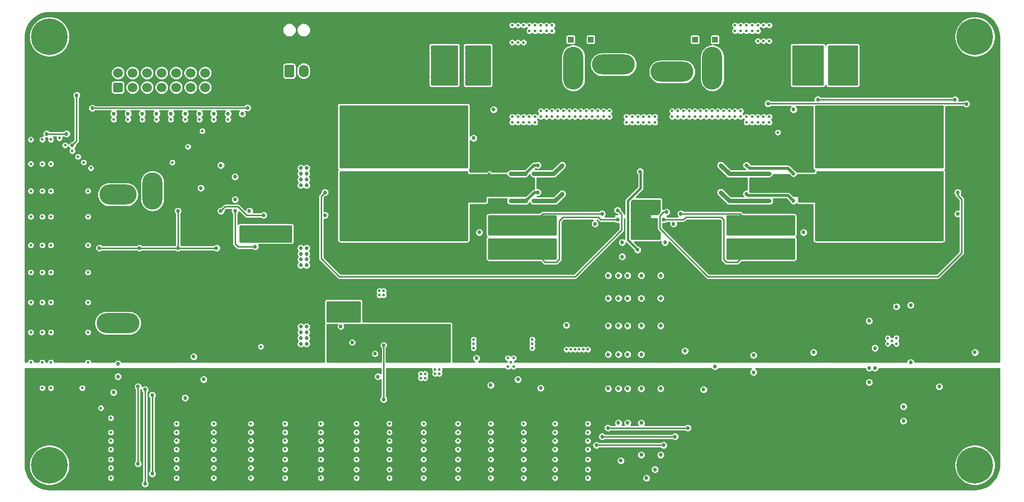
<source format=gbl>
G04 #@! TF.GenerationSoftware,KiCad,Pcbnew,(5.1.8-0-10_14)*
G04 #@! TF.CreationDate,2021-10-03T11:30:45-07:00*
G04 #@! TF.ProjectId,PowerSupply,506f7765-7253-4757-9070-6c792e6b6963,v1.5*
G04 #@! TF.SameCoordinates,Original*
G04 #@! TF.FileFunction,Copper,L4,Bot*
G04 #@! TF.FilePolarity,Positive*
%FSLAX46Y46*%
G04 Gerber Fmt 4.6, Leading zero omitted, Abs format (unit mm)*
G04 Created by KiCad (PCBNEW (5.1.8-0-10_14)) date 2021-10-03 11:30:45*
%MOMM*%
%LPD*%
G01*
G04 APERTURE LIST*
G04 #@! TA.AperFunction,ComponentPad*
%ADD10O,1.700000X2.200000*%
G04 #@! TD*
G04 #@! TA.AperFunction,ComponentPad*
%ADD11C,0.500000*%
G04 #@! TD*
G04 #@! TA.AperFunction,SMDPad,CuDef*
%ADD12R,2.500000X2.500000*%
G04 #@! TD*
G04 #@! TA.AperFunction,ComponentPad*
%ADD13R,1.000000X1.000000*%
G04 #@! TD*
G04 #@! TA.AperFunction,ComponentPad*
%ADD14C,0.508000*%
G04 #@! TD*
G04 #@! TA.AperFunction,ComponentPad*
%ADD15O,7.500000X3.500000*%
G04 #@! TD*
G04 #@! TA.AperFunction,ComponentPad*
%ADD16O,3.500000X7.500000*%
G04 #@! TD*
G04 #@! TA.AperFunction,ComponentPad*
%ADD17C,1.700000*%
G04 #@! TD*
G04 #@! TA.AperFunction,ComponentPad*
%ADD18O,6.500000X3.500000*%
G04 #@! TD*
G04 #@! TA.AperFunction,ComponentPad*
%ADD19O,3.500000X6.500000*%
G04 #@! TD*
G04 #@! TA.AperFunction,ComponentPad*
%ADD20C,6.400000*%
G04 #@! TD*
G04 #@! TA.AperFunction,ComponentPad*
%ADD21C,0.800000*%
G04 #@! TD*
G04 #@! TA.AperFunction,ViaPad*
%ADD22C,0.685800*%
G04 #@! TD*
G04 #@! TA.AperFunction,ViaPad*
%ADD23C,0.508000*%
G04 #@! TD*
G04 #@! TA.AperFunction,Conductor*
%ADD24C,0.254000*%
G04 #@! TD*
G04 #@! TA.AperFunction,Conductor*
%ADD25C,0.762000*%
G04 #@! TD*
G04 #@! TA.AperFunction,Conductor*
%ADD26C,0.508000*%
G04 #@! TD*
G04 #@! TA.AperFunction,Conductor*
%ADD27C,0.381000*%
G04 #@! TD*
G04 #@! TA.AperFunction,Conductor*
%ADD28C,0.100000*%
G04 #@! TD*
G04 APERTURE END LIST*
G04 #@! TA.AperFunction,ComponentPad*
G36*
G01*
X97600000Y-77100000D02*
X96400000Y-77100000D01*
G75*
G02*
X96150000Y-76850000I0J250000D01*
G01*
X96150000Y-75150000D01*
G75*
G02*
X96400000Y-74900000I250000J0D01*
G01*
X97600000Y-74900000D01*
G75*
G02*
X97850000Y-75150000I0J-250000D01*
G01*
X97850000Y-76850000D01*
G75*
G02*
X97600000Y-77100000I-250000J0D01*
G01*
G37*
G04 #@! TD.AperFunction*
D10*
X99500000Y-76000000D03*
D11*
X159500000Y-100250000D03*
X159500000Y-101250000D03*
X159500000Y-102250000D03*
X158500000Y-100250000D03*
X158500000Y-101250000D03*
X158500000Y-102250000D03*
X157500000Y-100250000D03*
X157500000Y-101250000D03*
X157500000Y-102250000D03*
D12*
X158500000Y-101250000D03*
D13*
X149750000Y-70500000D03*
X146250000Y-70500000D03*
X168000000Y-70500000D03*
X171500000Y-70500000D03*
D14*
X140750000Y-101600000D03*
X140750000Y-108400000D03*
X176500000Y-101600000D03*
X176500000Y-108400000D03*
X134750000Y-101600000D03*
X134750000Y-108400000D03*
X182500000Y-101600000D03*
X182500000Y-108400000D03*
D15*
X67000000Y-120135000D03*
D16*
X74030600Y-119500000D03*
G04 #@! TA.AperFunction,ComponentPad*
G36*
G01*
X67600000Y-79717000D02*
X66400000Y-79717000D01*
G75*
G02*
X66150000Y-79467000I0J250000D01*
G01*
X66150000Y-78267000D01*
G75*
G02*
X66400000Y-78017000I250000J0D01*
G01*
X67600000Y-78017000D01*
G75*
G02*
X67850000Y-78267000I0J-250000D01*
G01*
X67850000Y-79467000D01*
G75*
G02*
X67600000Y-79717000I-250000J0D01*
G01*
G37*
G04 #@! TD.AperFunction*
D17*
X69540000Y-78867000D03*
X72080000Y-78867000D03*
X74620000Y-78867000D03*
X77160000Y-78867000D03*
X79700000Y-78867000D03*
X82240000Y-78867000D03*
X67000000Y-76327000D03*
X69540000Y-76327000D03*
X72080000Y-76327000D03*
X74620000Y-76327000D03*
X77160000Y-76327000D03*
X79700000Y-76327000D03*
X82240000Y-76327000D03*
D15*
X153750000Y-74865000D03*
D16*
X146719400Y-75500000D03*
D15*
X164000000Y-76135000D03*
D16*
X171030600Y-75500000D03*
D18*
X67000000Y-97635000D03*
D19*
X73030600Y-97000000D03*
D20*
X217000000Y-145000000D03*
D21*
X219400000Y-145000000D03*
X218697056Y-146697056D03*
X217000000Y-147400000D03*
X215302944Y-146697056D03*
X214600000Y-145000000D03*
X215302944Y-143302944D03*
X217000000Y-142600000D03*
X218697056Y-143302944D03*
D20*
X55000000Y-145000000D03*
D21*
X57400000Y-145000000D03*
X56697056Y-146697056D03*
X55000000Y-147400000D03*
X53302944Y-146697056D03*
X52600000Y-145000000D03*
X53302944Y-143302944D03*
X55000000Y-142600000D03*
X56697056Y-143302944D03*
D20*
X217000000Y-70000000D03*
D21*
X219400000Y-70000000D03*
X218697056Y-71697056D03*
X217000000Y-72400000D03*
X215302944Y-71697056D03*
X214600000Y-70000000D03*
X215302944Y-68302944D03*
X217000000Y-67600000D03*
X218697056Y-68302944D03*
D20*
X55000000Y-70000000D03*
D21*
X57400000Y-70000000D03*
X56697056Y-71697056D03*
X55000000Y-72400000D03*
X53302944Y-71697056D03*
X52600000Y-70000000D03*
X53302944Y-68302944D03*
X55000000Y-67600000D03*
X56697056Y-68302944D03*
D22*
X90750000Y-104500000D03*
X89750000Y-104500000D03*
X88750000Y-104500000D03*
X88750000Y-105500000D03*
X89750000Y-105500000D03*
X90750000Y-105500000D03*
X88750000Y-103500000D03*
X89750000Y-103500000D03*
X90750000Y-103500000D03*
X95000000Y-103500000D03*
X95000000Y-104500000D03*
X95000000Y-105500000D03*
X96000000Y-105500000D03*
X96000000Y-104500000D03*
X96000000Y-103500000D03*
X97000000Y-103500000D03*
X97000000Y-104500000D03*
X97000000Y-105500000D03*
D23*
X108250000Y-117000000D03*
X108250000Y-117750000D03*
X108250000Y-118500000D03*
X108250000Y-119250000D03*
X106000000Y-119250000D03*
X106000000Y-118500000D03*
X106000000Y-117750000D03*
X106000000Y-117000000D03*
D22*
X64050000Y-128450000D03*
X166250000Y-128750000D03*
X173250000Y-130250000D03*
X160000000Y-128500000D03*
X108500000Y-133500000D03*
X52750000Y-131500000D03*
X52750000Y-130750000D03*
X52750000Y-130000000D03*
X52750000Y-129250000D03*
X62750000Y-132000000D03*
X162750000Y-128750000D03*
X180805210Y-81694790D03*
X215500000Y-81750000D03*
X62500004Y-82500000D03*
X89694790Y-82444786D03*
D23*
X141750000Y-130250000D03*
X142500000Y-130250000D03*
X143250000Y-130250000D03*
X144000000Y-130250000D03*
X145500000Y-130250000D03*
X146250000Y-130250000D03*
X147000000Y-130250000D03*
X147750000Y-130250000D03*
X148500000Y-130250000D03*
X149250000Y-130250000D03*
D22*
X148500000Y-131500000D03*
X218750002Y-128750000D03*
X182250000Y-128750000D03*
X122000000Y-136250000D03*
D23*
X175000000Y-102400000D03*
X175000000Y-103600000D03*
X176000000Y-103600000D03*
X176000000Y-102400000D03*
X177000000Y-102400000D03*
X177000000Y-103600000D03*
X178000000Y-103600000D03*
X178000000Y-102400000D03*
X181000000Y-102400000D03*
X181000000Y-103600000D03*
X182000000Y-102400000D03*
X182000000Y-103600000D03*
X183000000Y-103600000D03*
X183000000Y-102400000D03*
X184000000Y-102400000D03*
X184000000Y-103600000D03*
D22*
X165500000Y-101000000D03*
D23*
X140200000Y-102400000D03*
X140200000Y-103600000D03*
X141200000Y-103600000D03*
X142200000Y-103600000D03*
X141200000Y-102400000D03*
X142200000Y-102400000D03*
X139200000Y-103600000D03*
X139200000Y-102400000D03*
X136200000Y-102400000D03*
X135200000Y-102400000D03*
X134200000Y-102400000D03*
X133200000Y-102400000D03*
X133200000Y-103600000D03*
X134200000Y-103600000D03*
X135200000Y-103600000D03*
X136200000Y-103600000D03*
D22*
X151750000Y-101000000D03*
X181000000Y-94000000D03*
X172500000Y-92500000D03*
X181000000Y-98750000D03*
X172500000Y-97250000D03*
X139750000Y-94000000D03*
X144750000Y-92500000D03*
D23*
X106200000Y-89000000D03*
X107200000Y-89000000D03*
X108200000Y-89000000D03*
X109200000Y-89000000D03*
X110200000Y-89000000D03*
X111200000Y-89000000D03*
X112200000Y-89000000D03*
X113200000Y-89000000D03*
X114200000Y-89000000D03*
X115200000Y-89000000D03*
X116200000Y-89000000D03*
X117200000Y-89000000D03*
X118200000Y-89000000D03*
X119200000Y-89000000D03*
X120200000Y-89000000D03*
X121200000Y-89000000D03*
X122200000Y-89000000D03*
X123200000Y-89000000D03*
X124200000Y-89000000D03*
X125200000Y-89000000D03*
X126200000Y-89000000D03*
X127200000Y-89000000D03*
X106200000Y-90000000D03*
X107200000Y-90000000D03*
X108200000Y-90000000D03*
X109200000Y-90000000D03*
X110200000Y-90000000D03*
X111200000Y-90000000D03*
X112200000Y-90000000D03*
X113200000Y-90000000D03*
X114200000Y-90000000D03*
X115200000Y-90000000D03*
X116200000Y-90000000D03*
X117200000Y-90000000D03*
X118200000Y-90000000D03*
X119200000Y-90000000D03*
X120200000Y-90000000D03*
X121200000Y-90000000D03*
X122200000Y-90000000D03*
X123200000Y-90000000D03*
X124200000Y-90000000D03*
X125200000Y-90000000D03*
X126200000Y-90000000D03*
X127200000Y-90000000D03*
X106200000Y-91000000D03*
X107200000Y-91000000D03*
X108200000Y-91000000D03*
X109200000Y-91000000D03*
X110200000Y-91000000D03*
X111200000Y-91000000D03*
X112200000Y-91000000D03*
X113200000Y-91000000D03*
X114200000Y-91000000D03*
X115200000Y-91000000D03*
X116200000Y-91000000D03*
X117200000Y-91000000D03*
X118200000Y-91000000D03*
X119200000Y-91000000D03*
X120200000Y-91000000D03*
X121200000Y-91000000D03*
X122200000Y-91000000D03*
X123200000Y-91000000D03*
X124200000Y-91000000D03*
X125200000Y-91000000D03*
X126200000Y-91000000D03*
X127200000Y-91000000D03*
X106200000Y-92000000D03*
X107200000Y-92000000D03*
X108200000Y-92000000D03*
X109200000Y-92000000D03*
X110200000Y-92000000D03*
X111200000Y-92000000D03*
X112200000Y-92000000D03*
X113200000Y-92000000D03*
X114200000Y-92000000D03*
X115200000Y-92000000D03*
X116200000Y-92000000D03*
X117200000Y-92000000D03*
X118200000Y-92000000D03*
X119200000Y-92000000D03*
X120200000Y-92000000D03*
X121200000Y-92000000D03*
X122200000Y-92000000D03*
X123200000Y-92000000D03*
X124200000Y-92000000D03*
X125200000Y-92000000D03*
X126200000Y-92000000D03*
X127200000Y-92000000D03*
X122000000Y-72000000D03*
X123000000Y-72000000D03*
X124000000Y-72000000D03*
X125000000Y-72000000D03*
X126000000Y-72000000D03*
X126000000Y-73000000D03*
X125000000Y-73000000D03*
X124000000Y-73000000D03*
X123000000Y-73000000D03*
X122000000Y-73000000D03*
X122000000Y-77000000D03*
X123000000Y-77000000D03*
X124000000Y-77000000D03*
X125000000Y-77000000D03*
X126000000Y-77000000D03*
X126000000Y-78000000D03*
X125000000Y-78000000D03*
X124000000Y-78000000D03*
X123000000Y-78000000D03*
X122000000Y-78000000D03*
X192000000Y-73000000D03*
X193000000Y-73000000D03*
X194000000Y-73000000D03*
X195000000Y-73000000D03*
X196000000Y-73000000D03*
X196000000Y-72000000D03*
X195000000Y-72000000D03*
X194000000Y-72000000D03*
X193000000Y-72000000D03*
X192000000Y-72000000D03*
X192000000Y-77000000D03*
X193000000Y-77000000D03*
X194000000Y-77000000D03*
X195000000Y-77000000D03*
X196000000Y-77000000D03*
X196000000Y-78000000D03*
X195000000Y-78000000D03*
X194000000Y-78000000D03*
X193000000Y-78000000D03*
X192000000Y-78000000D03*
X190000000Y-89000000D03*
X191000000Y-89000000D03*
X192000000Y-89000000D03*
X193000000Y-89000000D03*
X194000000Y-89000000D03*
X195000000Y-89000000D03*
X196000000Y-89000000D03*
X197000000Y-89000000D03*
X198000000Y-89000000D03*
X199000000Y-89000000D03*
X200000000Y-89000000D03*
X201000000Y-89000000D03*
X202000000Y-89000000D03*
X203000000Y-89000000D03*
X204000000Y-89000000D03*
X205000000Y-89000000D03*
X206000000Y-89000000D03*
X207000000Y-89000000D03*
X208000000Y-89000000D03*
X209000000Y-89000000D03*
X210000000Y-89000000D03*
X211000000Y-89000000D03*
X190000000Y-90000000D03*
X191000000Y-90000000D03*
X192000000Y-90000000D03*
X193000000Y-90000000D03*
X194000000Y-90000000D03*
X195000000Y-90000000D03*
X196000000Y-90000000D03*
X197000000Y-90000000D03*
X198000000Y-90000000D03*
X199000000Y-90000000D03*
X200000000Y-90000000D03*
X201000000Y-90000000D03*
X202000000Y-90000000D03*
X203000000Y-90000000D03*
X204000000Y-90000000D03*
X205000000Y-90000000D03*
X206000000Y-90000000D03*
X207000000Y-90000000D03*
X208000000Y-90000000D03*
X209000000Y-90000000D03*
X210000000Y-90000000D03*
X211000000Y-90000000D03*
X190000000Y-91000000D03*
X191000000Y-91000000D03*
X192000000Y-91000000D03*
X193000000Y-91000000D03*
X194000000Y-91000000D03*
X195000000Y-91000000D03*
X196000000Y-91000000D03*
X197000000Y-91000000D03*
X198000000Y-91000000D03*
X199000000Y-91000000D03*
X200000000Y-91000000D03*
X201000000Y-91000000D03*
X202000000Y-91000000D03*
X203000000Y-91000000D03*
X204000000Y-91000000D03*
X205000000Y-91000000D03*
X206000000Y-91000000D03*
X207000000Y-91000000D03*
X208000000Y-91000000D03*
X209000000Y-91000000D03*
X210000000Y-91000000D03*
X211000000Y-91000000D03*
X190000000Y-92000000D03*
X191000000Y-92000000D03*
X192000000Y-92000000D03*
X193000000Y-92000000D03*
X194000000Y-92000000D03*
X195000000Y-92000000D03*
X196000000Y-92000000D03*
X197000000Y-92000000D03*
X198000000Y-92000000D03*
X199000000Y-92000000D03*
X200000000Y-92000000D03*
X201000000Y-92000000D03*
X202000000Y-92000000D03*
X203000000Y-92000000D03*
X204000000Y-92000000D03*
X205000000Y-92000000D03*
X206000000Y-92000000D03*
X207000000Y-92000000D03*
X208000000Y-92000000D03*
X209000000Y-92000000D03*
X210000000Y-92000000D03*
X211000000Y-92000000D03*
X202500000Y-123250000D03*
X203250000Y-123750000D03*
X201750000Y-123750000D03*
X201750000Y-122750000D03*
X203250000Y-122750000D03*
X135750000Y-127000000D03*
X135250000Y-127750000D03*
X136250000Y-127750000D03*
X136250000Y-126250000D03*
X135250000Y-126250000D03*
X182000000Y-107800000D03*
X183000000Y-107800000D03*
X184000000Y-107800000D03*
X184000000Y-106600000D03*
X183000000Y-106600000D03*
X182000000Y-106600000D03*
X181000000Y-106600000D03*
X181000000Y-107800000D03*
X175000000Y-107800000D03*
X176000000Y-107800000D03*
X177000000Y-107800000D03*
X178000000Y-107800000D03*
X178000000Y-106600000D03*
X177000000Y-106600000D03*
X176000000Y-106600000D03*
X175000000Y-106600000D03*
X142200000Y-107800000D03*
X142200000Y-106600000D03*
X141200000Y-107800000D03*
X141200000Y-106600000D03*
X140200000Y-106600000D03*
X140200000Y-107800000D03*
X139200000Y-107800000D03*
X139200000Y-106600000D03*
X136200000Y-107800000D03*
X136200000Y-106600000D03*
X135200000Y-106600000D03*
X135200000Y-107800000D03*
X134200000Y-107800000D03*
X134200000Y-106600000D03*
X133200000Y-107800000D03*
X133200000Y-106600000D03*
D22*
X185250000Y-82750000D03*
X187000000Y-104250000D03*
X214000000Y-101000000D03*
X162750000Y-106000000D03*
X155250000Y-106000000D03*
X155250000Y-108500000D03*
X164250000Y-102750000D03*
X150500000Y-102750000D03*
X103250000Y-101250000D03*
X132750000Y-82750000D03*
X129250000Y-87750000D03*
X130250000Y-104250000D03*
X85000000Y-92500000D03*
X81500000Y-96500000D03*
X87500000Y-98500000D03*
X87500000Y-94500000D03*
X90000000Y-100500000D03*
X66250000Y-83500000D03*
X68750000Y-83500000D03*
X71250000Y-83500000D03*
X73750000Y-83500000D03*
X76250000Y-83500000D03*
X78750000Y-83500000D03*
X81250000Y-83500000D03*
X83750000Y-83500000D03*
X86250000Y-83500000D03*
X217000000Y-125250000D03*
X67000000Y-127250000D03*
X67000000Y-129500000D03*
X66250000Y-132250000D03*
X188750000Y-125250000D03*
X178250000Y-125750000D03*
X166250000Y-125000000D03*
X171500000Y-127750000D03*
D23*
X112750000Y-114500000D03*
X112750000Y-115250000D03*
X113500000Y-115250000D03*
X113500000Y-114500000D03*
D22*
X108000000Y-123500000D03*
X106000000Y-120750000D03*
X112500000Y-129500000D03*
X112000000Y-125500000D03*
D23*
X120000000Y-129000000D03*
X120750000Y-129000000D03*
X120000000Y-129750000D03*
X120750000Y-129750000D03*
X122500000Y-128250000D03*
X123250000Y-128250000D03*
X123250000Y-129000000D03*
X122500000Y-129000000D03*
X92000000Y-124250000D03*
D22*
X82000000Y-130000000D03*
X78750000Y-133250000D03*
D23*
X182500000Y-86750000D03*
X55250000Y-88000000D03*
X56750000Y-87750000D03*
X57750000Y-89000000D03*
X59000000Y-90000000D03*
X60000000Y-91000000D03*
X61000000Y-92000000D03*
X53750000Y-88000000D03*
X68750000Y-84500000D03*
X66250000Y-84500000D03*
X71250000Y-84500000D03*
X73750000Y-84500000D03*
X76250000Y-84500000D03*
X78750000Y-84500000D03*
X81250000Y-84500000D03*
X83750000Y-84500000D03*
X86250000Y-84500000D03*
X53750000Y-92250000D03*
X53750000Y-97000000D03*
X53750000Y-101500000D03*
X53750000Y-106500000D03*
X53750000Y-111250000D03*
X53750000Y-116500000D03*
X53750000Y-121750000D03*
X53750000Y-127000000D03*
X53750000Y-131500000D03*
X55250000Y-131500000D03*
X55250000Y-127000000D03*
X55250000Y-121750000D03*
X55250000Y-116500000D03*
X55250000Y-111250000D03*
X55250000Y-106500000D03*
X55250000Y-101500000D03*
X55250000Y-97000000D03*
X55250000Y-92250000D03*
X149250000Y-145750000D03*
X149250000Y-144000000D03*
X149250000Y-142250000D03*
X149250000Y-140750000D03*
X149250000Y-139250000D03*
X149250000Y-147250000D03*
X143500000Y-147250000D03*
X138000000Y-147250000D03*
X132250000Y-147250000D03*
X126500000Y-147250000D03*
X120500000Y-147250000D03*
X114500000Y-147250000D03*
X108750000Y-147250000D03*
X102500000Y-147250000D03*
X96250000Y-147250000D03*
X90250000Y-147250000D03*
X83750000Y-147250000D03*
X77250000Y-147250000D03*
X65750000Y-147250000D03*
X65750000Y-145500000D03*
X65750000Y-144000000D03*
X65750000Y-142250000D03*
X65750000Y-140750000D03*
X65750000Y-139250000D03*
X77250000Y-145500000D03*
X77250000Y-144000000D03*
X77250000Y-142250000D03*
X77250000Y-140750000D03*
X77250000Y-139250000D03*
X83750000Y-139250000D03*
X83750000Y-140750000D03*
X83750000Y-142250000D03*
X83750000Y-144000000D03*
X83750000Y-145500000D03*
X90250000Y-145500000D03*
X90250000Y-144000000D03*
X90250000Y-142250000D03*
X90250000Y-140750000D03*
X90250000Y-139250000D03*
X96250000Y-139250000D03*
X96250000Y-140750000D03*
X96250000Y-142250000D03*
X96250000Y-144000000D03*
X96250000Y-145750000D03*
X102500000Y-145750000D03*
X102500000Y-144000000D03*
X102500000Y-142250000D03*
X102500000Y-140750000D03*
X102500000Y-139250000D03*
X108750000Y-139250000D03*
X108750000Y-140750000D03*
X108750000Y-142250000D03*
X108750000Y-144000000D03*
X108750000Y-145750000D03*
X114500000Y-145750000D03*
X114500000Y-144000000D03*
X114500000Y-142250000D03*
X114500000Y-140750000D03*
X114500000Y-139250000D03*
X120500000Y-139250000D03*
X120500000Y-140750000D03*
X120500000Y-142250000D03*
X120500000Y-144000000D03*
X120500000Y-145750000D03*
X126500000Y-145750000D03*
X126500000Y-144000000D03*
X126500000Y-142250000D03*
X126500000Y-140750000D03*
X126500000Y-139250000D03*
X132250000Y-139250000D03*
X132250000Y-140750000D03*
X132250000Y-142250000D03*
X132250000Y-144000000D03*
X132250000Y-145750000D03*
X138000000Y-145750000D03*
X138000000Y-144000000D03*
X138000000Y-142250000D03*
X138000000Y-140750000D03*
X138000000Y-139250000D03*
X143500000Y-145750000D03*
X143500000Y-144000000D03*
X143500000Y-142250000D03*
X143500000Y-140750000D03*
X143500000Y-139250000D03*
D22*
X162500000Y-102000000D03*
X154500000Y-102000000D03*
X154600000Y-111800000D03*
X154600000Y-115800000D03*
X154600000Y-120600000D03*
X154600000Y-125600000D03*
X154600000Y-131600000D03*
X154600000Y-137600000D03*
X158600000Y-111800000D03*
X158600000Y-115800000D03*
X158600000Y-120600000D03*
X158600000Y-125600000D03*
X158600000Y-131600000D03*
X158600000Y-137600000D03*
X158600000Y-143200000D03*
X155000000Y-144200000D03*
D23*
X136000000Y-85000000D03*
X137000000Y-85000000D03*
X138000000Y-85000000D03*
X139000000Y-85000000D03*
X140000000Y-85000000D03*
X140000000Y-84000000D03*
X139000000Y-84000000D03*
X138000000Y-84000000D03*
X137000000Y-84000000D03*
X136000000Y-84000000D03*
X141000000Y-84000000D03*
X142000000Y-84000000D03*
X143000000Y-84000000D03*
X144000000Y-84000000D03*
X145000000Y-84000000D03*
X146000000Y-84000000D03*
X147000000Y-84000000D03*
X148000000Y-84000000D03*
X149000000Y-84000000D03*
X150000000Y-84000000D03*
X151000000Y-84000000D03*
X152000000Y-84000000D03*
X153000000Y-84000000D03*
X153000000Y-83000000D03*
X152000000Y-83000000D03*
X151000000Y-83000000D03*
X150000000Y-83000000D03*
X149000000Y-83000000D03*
X148000000Y-83000000D03*
X147000000Y-83000000D03*
X146000000Y-83000000D03*
X145000000Y-83000000D03*
X144000000Y-83000000D03*
X143000000Y-83000000D03*
X142000000Y-83000000D03*
X141000000Y-83000000D03*
X156000000Y-85000000D03*
X157000000Y-85000000D03*
X158000000Y-85000000D03*
X159000000Y-85000000D03*
X160000000Y-85000000D03*
X161000000Y-85000000D03*
X161000000Y-84000000D03*
X160000000Y-84000000D03*
X159000000Y-84000000D03*
X158000000Y-84000000D03*
X157000000Y-84000000D03*
X156000000Y-84000000D03*
X143000000Y-69000000D03*
X142000000Y-69000000D03*
X141000000Y-69000000D03*
X140000000Y-69000000D03*
X139000000Y-69000000D03*
X139000000Y-68000000D03*
X138000000Y-68000000D03*
X137000000Y-68000000D03*
X136000000Y-68000000D03*
X140000000Y-68000000D03*
X141000000Y-68000000D03*
X142000000Y-68000000D03*
X143000000Y-68000000D03*
X136000000Y-71000000D03*
X137000000Y-71000000D03*
X138000000Y-71000000D03*
X164000000Y-84000000D03*
X164000000Y-83000000D03*
X165000000Y-84000000D03*
X166000000Y-84000000D03*
X167000000Y-84000000D03*
X168000000Y-84000000D03*
X169000000Y-84000000D03*
X170000000Y-84000000D03*
X171000000Y-84000000D03*
X172000000Y-84000000D03*
X173000000Y-84000000D03*
X174000000Y-84000000D03*
X175000000Y-84000000D03*
X176000000Y-84000000D03*
X177000000Y-84000000D03*
X178000000Y-84000000D03*
X179000000Y-84000000D03*
X180000000Y-84000000D03*
X181000000Y-84000000D03*
X181000000Y-85000000D03*
X180000000Y-85000000D03*
X179000000Y-85000000D03*
X178000000Y-85000000D03*
X177000000Y-85000000D03*
X176000000Y-83000000D03*
X175000000Y-83000000D03*
X174000000Y-83000000D03*
X173000000Y-83000000D03*
X172000000Y-83000000D03*
X171000000Y-83000000D03*
X170000000Y-83000000D03*
X169000000Y-83000000D03*
X168000000Y-83000000D03*
X167000000Y-83000000D03*
X166000000Y-83000000D03*
X165000000Y-83000000D03*
X181000000Y-68000000D03*
X180000000Y-68000000D03*
X179000000Y-68000000D03*
X178000000Y-68000000D03*
X179000000Y-69000000D03*
X178000000Y-69000000D03*
X177000000Y-69000000D03*
X176000000Y-69000000D03*
X175000000Y-69000000D03*
X175000000Y-68000000D03*
X176000000Y-68000000D03*
X177000000Y-68000000D03*
X179000000Y-70750000D03*
X180000000Y-70750000D03*
X181000000Y-70750000D03*
D22*
X88750000Y-83500000D03*
X156200000Y-115800000D03*
X156200000Y-120600000D03*
X156200000Y-111800000D03*
X156200000Y-125600000D03*
X156200000Y-131600000D03*
X156200000Y-137600000D03*
X99000000Y-93000000D03*
X100000000Y-93000000D03*
X100000000Y-94000000D03*
X99000000Y-94000000D03*
X99000000Y-95000000D03*
X100000000Y-95000000D03*
X100000000Y-96000000D03*
X99000000Y-96000000D03*
X99000000Y-107000000D03*
X100000000Y-107000000D03*
X100000000Y-108000000D03*
X99000000Y-108000000D03*
X99000000Y-109000000D03*
X100000000Y-109000000D03*
X100000000Y-110000000D03*
X99000000Y-110000000D03*
D23*
X145500000Y-124750000D03*
X146250000Y-124750000D03*
X147000000Y-124750000D03*
X147750000Y-124750000D03*
X148500000Y-124750000D03*
X149250000Y-124750000D03*
D22*
X137000000Y-130000000D03*
X132250000Y-131000000D03*
X129750000Y-126250000D03*
X141000012Y-131500000D03*
X145500000Y-120500000D03*
D23*
X139500000Y-123000000D03*
X139500000Y-123750000D03*
X139500000Y-124500000D03*
X129250000Y-123000000D03*
X129250000Y-123750000D03*
X129250000Y-124500000D03*
D22*
X204500000Y-137250000D03*
X204500000Y-134750000D03*
X205750000Y-127000000D03*
X199500000Y-124500000D03*
X198500000Y-119750000D03*
X203250000Y-117250000D03*
X205750000Y-117000000D03*
X99000000Y-120750000D03*
X99000000Y-121750000D03*
X99000000Y-122750000D03*
X99000000Y-123750000D03*
X100000000Y-123750000D03*
X100000000Y-122750000D03*
X100000000Y-121750000D03*
X100000000Y-120750000D03*
X210750000Y-131250000D03*
X169500000Y-131750000D03*
X198500000Y-130500000D03*
X199500000Y-128000000D03*
X198500000Y-128000000D03*
X178250000Y-128750000D03*
X80250000Y-126000000D03*
X162000000Y-111800000D03*
X162000000Y-115800000D03*
X162000000Y-120600000D03*
X162000000Y-131600000D03*
X162000000Y-143200000D03*
X159500000Y-147250000D03*
X161000000Y-145750000D03*
X152800000Y-111800000D03*
X152800000Y-115800000D03*
X152800000Y-120600000D03*
X152800000Y-125600000D03*
X152800000Y-131600000D03*
D23*
X149250000Y-137750000D03*
X143500000Y-137750000D03*
X138000000Y-137750000D03*
X132250000Y-137750000D03*
X126500000Y-137750000D03*
X120500000Y-137750000D03*
X114500000Y-137750000D03*
X108750000Y-137750000D03*
X102500000Y-137750000D03*
X96250000Y-137750000D03*
X90250000Y-137750000D03*
X83750000Y-137750000D03*
X77250000Y-137750000D03*
X65750000Y-136750000D03*
X64000000Y-135000000D03*
X60750000Y-131500000D03*
X61750000Y-97000000D03*
X61750000Y-101500000D03*
X61750000Y-106500000D03*
X61750000Y-111250000D03*
X61750000Y-116500000D03*
X61750000Y-121750000D03*
X61750000Y-127000000D03*
X62250000Y-93000000D03*
X76500000Y-92000000D03*
X79250000Y-89250000D03*
X81750000Y-86500000D03*
X51750000Y-127000000D03*
X51750000Y-121750000D03*
X51750000Y-116500000D03*
X51750000Y-111250000D03*
X51750000Y-106500000D03*
X51750000Y-101500000D03*
X51750000Y-97000000D03*
X51750000Y-92250000D03*
X51750000Y-88000000D03*
D22*
X139750000Y-98750000D03*
X144750000Y-97500000D03*
X185250000Y-94000000D03*
X177000000Y-92500000D03*
D23*
X182950000Y-96250000D03*
X184250000Y-96250000D03*
X184250000Y-97000000D03*
X183600000Y-96650000D03*
X182950000Y-97000000D03*
X180100000Y-96950000D03*
X180100000Y-96250000D03*
X179400000Y-96650000D03*
X178750000Y-97000000D03*
X178750000Y-96250000D03*
X181000000Y-96000000D03*
X182000000Y-96000000D03*
X182000000Y-97000000D03*
X181000000Y-97000000D03*
X186000000Y-97000000D03*
X187000000Y-97000000D03*
X188000000Y-97000000D03*
X190000000Y-94000000D03*
X191000000Y-94000000D03*
X192000000Y-94000000D03*
X193000000Y-94000000D03*
X194000000Y-94000000D03*
X195000000Y-94000000D03*
X196000000Y-94000000D03*
X197000000Y-94000000D03*
X198000000Y-94000000D03*
X199000000Y-94000000D03*
X200000000Y-94000000D03*
X201000000Y-94000000D03*
X202000000Y-94000000D03*
X203000000Y-94000000D03*
X204000000Y-94000000D03*
X205000000Y-94000000D03*
X206000000Y-94000000D03*
X207000000Y-94000000D03*
X208000000Y-94000000D03*
X209000000Y-94000000D03*
X210000000Y-94000000D03*
X211000000Y-94000000D03*
X190000000Y-95000000D03*
X191000000Y-95000000D03*
X192000000Y-95000000D03*
X193000000Y-95000000D03*
X194000000Y-95000000D03*
X195000000Y-95000000D03*
X196000000Y-95000000D03*
X197000000Y-95000000D03*
X198000000Y-95000000D03*
X199000000Y-95000000D03*
X200000000Y-95000000D03*
X201000000Y-95000000D03*
X202000000Y-95000000D03*
X203000000Y-95000000D03*
X204000000Y-95000000D03*
X205000000Y-95000000D03*
X206000000Y-95000000D03*
X207000000Y-95000000D03*
X208000000Y-95000000D03*
X209000000Y-95000000D03*
X210000000Y-95000000D03*
X211000000Y-95000000D03*
X190000000Y-96000000D03*
X191000000Y-96000000D03*
X192000000Y-96000000D03*
X193000000Y-96000000D03*
X194000000Y-96000000D03*
X195000000Y-96000000D03*
X196000000Y-96000000D03*
X197000000Y-96000000D03*
X198000000Y-96000000D03*
X199000000Y-96000000D03*
X200000000Y-96000000D03*
X201000000Y-96000000D03*
X202000000Y-96000000D03*
X203000000Y-96000000D03*
X204000000Y-96000000D03*
X205000000Y-96000000D03*
X206000000Y-96000000D03*
X207000000Y-96000000D03*
X208000000Y-96000000D03*
X209000000Y-96000000D03*
X210000000Y-96000000D03*
X211000000Y-96000000D03*
X190000000Y-97000000D03*
X191000000Y-97000000D03*
X192000000Y-97000000D03*
X193000000Y-97000000D03*
X194000000Y-97000000D03*
X195000000Y-97000000D03*
X196000000Y-97000000D03*
X197000000Y-97000000D03*
X198000000Y-97000000D03*
X199000000Y-97000000D03*
X200000000Y-97000000D03*
X201000000Y-97000000D03*
X202000000Y-97000000D03*
X203000000Y-97000000D03*
X204000000Y-97000000D03*
X205000000Y-97000000D03*
X206000000Y-97000000D03*
X207000000Y-97000000D03*
X208000000Y-97000000D03*
X209000000Y-97000000D03*
X210000000Y-97000000D03*
X211000000Y-97000000D03*
X138650000Y-97100000D03*
X138650000Y-96200000D03*
X138050000Y-96650000D03*
X137350000Y-97050000D03*
X137350000Y-96200000D03*
X134400000Y-96200000D03*
X134400000Y-97100000D03*
X133750000Y-96650000D03*
X133100000Y-97100000D03*
X133100000Y-96200000D03*
X136000000Y-95000000D03*
X136000000Y-96000000D03*
X136000000Y-97000000D03*
X132000000Y-94000000D03*
X132000000Y-95000000D03*
X132000000Y-96000000D03*
X132000000Y-97000000D03*
X106200000Y-94000000D03*
X107200000Y-94000000D03*
X108200000Y-94000000D03*
X109200000Y-94000000D03*
X110200000Y-94000000D03*
X111200000Y-94000000D03*
X112200000Y-94000000D03*
X113200000Y-94000000D03*
X114200000Y-94000000D03*
X115200000Y-94000000D03*
X116200000Y-94000000D03*
X117200000Y-94000000D03*
X118200000Y-94000000D03*
X119200000Y-94000000D03*
X120200000Y-94000000D03*
X121200000Y-94000000D03*
X122200000Y-94000000D03*
X123200000Y-94000000D03*
X124200000Y-94000000D03*
X125200000Y-94000000D03*
X126200000Y-94000000D03*
X127200000Y-94000000D03*
X106200000Y-95000000D03*
X107200000Y-95000000D03*
X108200000Y-95000000D03*
X109200000Y-95000000D03*
X110200000Y-95000000D03*
X111200000Y-95000000D03*
X112200000Y-95000000D03*
X113200000Y-95000000D03*
X114200000Y-95000000D03*
X115200000Y-95000000D03*
X116200000Y-95000000D03*
X117200000Y-95000000D03*
X118200000Y-95000000D03*
X119200000Y-95000000D03*
X120200000Y-95000000D03*
X121200000Y-95000000D03*
X122200000Y-95000000D03*
X123200000Y-95000000D03*
X124200000Y-95000000D03*
X125200000Y-95000000D03*
X126200000Y-95000000D03*
X127200000Y-95000000D03*
X106200000Y-96000000D03*
X107200000Y-96000000D03*
X108200000Y-96000000D03*
X109200000Y-96000000D03*
X110200000Y-96000000D03*
X111200000Y-96000000D03*
X112200000Y-96000000D03*
X113200000Y-96000000D03*
X114200000Y-96000000D03*
X115200000Y-96000000D03*
X116200000Y-96000000D03*
X117200000Y-96000000D03*
X118200000Y-96000000D03*
X119200000Y-96000000D03*
X120200000Y-96000000D03*
X121200000Y-96000000D03*
X122200000Y-96000000D03*
X123200000Y-96000000D03*
X124200000Y-96000000D03*
X125200000Y-96000000D03*
X126200000Y-96000000D03*
X127200000Y-96000000D03*
X106200000Y-97000000D03*
X107200000Y-97000000D03*
X108200000Y-97000000D03*
X109200000Y-97000000D03*
X110200000Y-97000000D03*
X111200000Y-97000000D03*
X112200000Y-97000000D03*
X113200000Y-97000000D03*
X114200000Y-97000000D03*
X115200000Y-97000000D03*
X116200000Y-97000000D03*
X117200000Y-97000000D03*
X118200000Y-97000000D03*
X119200000Y-97000000D03*
X120200000Y-97000000D03*
X121200000Y-97000000D03*
X122200000Y-97000000D03*
X123200000Y-97000000D03*
X124200000Y-97000000D03*
X125200000Y-97000000D03*
X126200000Y-97000000D03*
X127200000Y-97000000D03*
X131000000Y-97000000D03*
X130000000Y-97000000D03*
X129000000Y-97000000D03*
X179400000Y-91900000D03*
X183600000Y-91900000D03*
X184250000Y-91450000D03*
X184250000Y-92250000D03*
X182950000Y-92250000D03*
X182950000Y-91450000D03*
X180100000Y-91450000D03*
X180100000Y-92250000D03*
X178750000Y-92250000D03*
X178750000Y-91450000D03*
X88500000Y-109250000D03*
X88500000Y-110500000D03*
X88500000Y-111750000D03*
X87000000Y-111750000D03*
X87000000Y-110500000D03*
X87000000Y-109250000D03*
X85500000Y-109250000D03*
X85500000Y-110500000D03*
X85500000Y-111750000D03*
X81750000Y-111750000D03*
X81750000Y-110500000D03*
X81750000Y-109250000D03*
X80250000Y-109250000D03*
X80250000Y-110500000D03*
X80250000Y-111750000D03*
X78750000Y-111750000D03*
X78750000Y-110500000D03*
X78750000Y-109250000D03*
X75000000Y-109250000D03*
X75000000Y-110500000D03*
X75000000Y-111750000D03*
X73500000Y-111750000D03*
X73500000Y-110500000D03*
X73500000Y-109250000D03*
X72000000Y-109250000D03*
X72000000Y-110500000D03*
X72000000Y-111750000D03*
X68250000Y-111750000D03*
X68250000Y-110500000D03*
X68250000Y-109250000D03*
X66750000Y-109250000D03*
X66750000Y-110500000D03*
X66750000Y-111750000D03*
X65250000Y-111750000D03*
X65250000Y-110500000D03*
X65250000Y-109250000D03*
X129000000Y-89000000D03*
X138600000Y-92300000D03*
X137300000Y-92300000D03*
X137300000Y-91400000D03*
X138000000Y-91900000D03*
X138600000Y-91400000D03*
X134400000Y-91400000D03*
X133800000Y-91900000D03*
X134400000Y-92300000D03*
X133100000Y-92300000D03*
X133100000Y-91400000D03*
X182500000Y-68250000D03*
X183250000Y-68250000D03*
X184000000Y-68250000D03*
D22*
X166750000Y-102750000D03*
X153000000Y-102750000D03*
D23*
X133500000Y-68250000D03*
X134250000Y-68250000D03*
X135000000Y-68250000D03*
D22*
X158662427Y-97875023D03*
D23*
X130000000Y-89000000D03*
X131000000Y-89000000D03*
X132000000Y-89000000D03*
X133000000Y-89000000D03*
X134000000Y-89000000D03*
X135000000Y-89000000D03*
X136000000Y-89000000D03*
X137000000Y-89000000D03*
X138000000Y-89000000D03*
X139000000Y-89000000D03*
X140000000Y-89000000D03*
X141000000Y-89000000D03*
X142000000Y-89000000D03*
X143000000Y-89000000D03*
X144000000Y-89000000D03*
X145000000Y-89000000D03*
X146000000Y-89000000D03*
X147000000Y-89000000D03*
X148000000Y-89000000D03*
X149000000Y-89000000D03*
X150000000Y-89000000D03*
X151000000Y-89000000D03*
X152000000Y-89000000D03*
X153000000Y-89000000D03*
X129000000Y-90000000D03*
X130000000Y-90000000D03*
X131000000Y-90000000D03*
X132000000Y-90000000D03*
X133000000Y-90000000D03*
X134000000Y-90000000D03*
X135000000Y-90000000D03*
X136000000Y-90000000D03*
X137000000Y-90000000D03*
X138000000Y-90000000D03*
X139000000Y-90000000D03*
X140000000Y-90000000D03*
X141000000Y-90000000D03*
X142000000Y-90000000D03*
X143000000Y-90000000D03*
X144000000Y-90000000D03*
X145000000Y-90000000D03*
X146000000Y-90000000D03*
X147000000Y-90000000D03*
X148000000Y-90000000D03*
X149000000Y-90000000D03*
X150000000Y-90000000D03*
X151000000Y-90000000D03*
X152000000Y-90000000D03*
X153000000Y-90000000D03*
X132000000Y-91000000D03*
X131000000Y-91000000D03*
X130000000Y-91000000D03*
X129000000Y-91000000D03*
X141000000Y-91000000D03*
X142000000Y-91000000D03*
X145000000Y-91000000D03*
X146000000Y-91000000D03*
X147000000Y-91000000D03*
X150000000Y-91000000D03*
X151000000Y-91000000D03*
X152000000Y-91000000D03*
X153000000Y-91000000D03*
X136000000Y-91000000D03*
X136000000Y-92000000D03*
X132000000Y-92000000D03*
X140000000Y-91000000D03*
X156000000Y-89000000D03*
X157000000Y-89000000D03*
X158000000Y-89000000D03*
X159000000Y-89000000D03*
X160000000Y-89000000D03*
X161000000Y-89000000D03*
X161000000Y-90000000D03*
X160000000Y-90000000D03*
X159000000Y-90000000D03*
X158000000Y-90000000D03*
X157000000Y-90000000D03*
X156000000Y-90000000D03*
X188000000Y-89000000D03*
X187000000Y-89000000D03*
X186000000Y-89000000D03*
X185000000Y-89000000D03*
X184000000Y-89000000D03*
X183000000Y-89000000D03*
X182000000Y-89000000D03*
X181000000Y-89000000D03*
X180000000Y-89000000D03*
X179000000Y-89000000D03*
X178000000Y-89000000D03*
X177000000Y-89000000D03*
X176000000Y-89000000D03*
X188000000Y-90000000D03*
X187000000Y-90000000D03*
X186000000Y-90000000D03*
X186000000Y-91000000D03*
X187000000Y-91000000D03*
X188000000Y-91000000D03*
X185000000Y-90000000D03*
X184000000Y-90000000D03*
X183000000Y-90000000D03*
X182000000Y-90000000D03*
X181000000Y-90000000D03*
X181000000Y-91000000D03*
X182000000Y-91000000D03*
X182000000Y-92000000D03*
X181000000Y-92000000D03*
X179000000Y-90000000D03*
X180000000Y-90000000D03*
X178000000Y-90000000D03*
X177000000Y-90000000D03*
X176000000Y-90000000D03*
X175000000Y-89000000D03*
X174000000Y-89000000D03*
X173000000Y-89000000D03*
X172000000Y-89000000D03*
X171000000Y-89000000D03*
X170000000Y-89000000D03*
X169000000Y-89000000D03*
X168000000Y-89000000D03*
X167000000Y-89000000D03*
X166000000Y-89000000D03*
X165000000Y-89000000D03*
X164000000Y-89000000D03*
X164000000Y-90000000D03*
X165000000Y-90000000D03*
X166000000Y-90000000D03*
X167000000Y-90000000D03*
X168000000Y-90000000D03*
X169000000Y-90000000D03*
X170000000Y-90000000D03*
X171000000Y-90000000D03*
X172000000Y-90000000D03*
X173000000Y-90000000D03*
X174000000Y-90000000D03*
X175000000Y-90000000D03*
X171000000Y-91000000D03*
X172000000Y-91000000D03*
X175000000Y-91000000D03*
X176000000Y-91000000D03*
X164000000Y-91000000D03*
X165000000Y-91000000D03*
X166000000Y-91000000D03*
X167000000Y-91000000D03*
D22*
X99000000Y-85000000D03*
X100000000Y-85000000D03*
X100000000Y-86000000D03*
X99000000Y-86000000D03*
X99000000Y-87000000D03*
X100000000Y-87000000D03*
X100000000Y-88000000D03*
X99000000Y-88000000D03*
X99000000Y-99000000D03*
X100000000Y-99000000D03*
X100000000Y-100000000D03*
X99000000Y-100000000D03*
X99000000Y-101000000D03*
X100000000Y-101000000D03*
X100000000Y-102000000D03*
X99000000Y-102000000D03*
X99000000Y-113000000D03*
X100000000Y-113000000D03*
X100000000Y-114000000D03*
X99000000Y-114000000D03*
X99000000Y-115000000D03*
X100000000Y-115000000D03*
X100000000Y-116000000D03*
X99000000Y-116000000D03*
D23*
X134500000Y-123000000D03*
X134500000Y-123750000D03*
X134500000Y-124500000D03*
D22*
X205750000Y-122000000D03*
D23*
X177000000Y-91000000D03*
X110500000Y-117000000D03*
X110500000Y-117750000D03*
X110500000Y-118500000D03*
X110500000Y-119250000D03*
D22*
X158400000Y-93600000D03*
X157950000Y-107300000D03*
D23*
X128000000Y-73000000D03*
X129000000Y-73000000D03*
X130000000Y-73000000D03*
X131000000Y-73000000D03*
X132000000Y-73000000D03*
X132000000Y-72000000D03*
X131000000Y-72000000D03*
X130000000Y-72000000D03*
X129000000Y-72000000D03*
X128000000Y-72000000D03*
X128000000Y-77000000D03*
X128000000Y-78000000D03*
X129000000Y-78000000D03*
X129000000Y-77000000D03*
X130000000Y-77000000D03*
X130000000Y-78000000D03*
X131000000Y-78000000D03*
X131000000Y-77000000D03*
X132000000Y-77000000D03*
X132000000Y-78000000D03*
D22*
X85000000Y-100500000D03*
X92500000Y-101250000D03*
X152750000Y-138500000D03*
X166749997Y-138500000D03*
X185250000Y-98750000D03*
X177000000Y-97500000D03*
X71750000Y-131750000D03*
X58000000Y-87000000D03*
X54500000Y-87000000D03*
X71750000Y-148250004D03*
X73000000Y-146500000D03*
X73000000Y-132750000D03*
X70500000Y-131250000D03*
X70500000Y-144750000D03*
X91000000Y-106750000D03*
X87500000Y-100500000D03*
X163000000Y-100673100D03*
X214000000Y-97250000D03*
X103250000Y-97250000D03*
X154448976Y-100397952D03*
X113500000Y-124000000D03*
X113500000Y-133500000D03*
X189500000Y-81000000D03*
X213500000Y-81000000D03*
X151750000Y-140000000D03*
X164500000Y-140000000D03*
X59000000Y-89000000D03*
X59750000Y-80250000D03*
X150750013Y-141499987D03*
X162500000Y-141500002D03*
D23*
X186000000Y-77000000D03*
X187000000Y-77000000D03*
X188000000Y-77000000D03*
X189000000Y-77000000D03*
X189000000Y-78000000D03*
X188000000Y-78000000D03*
X187000000Y-78000000D03*
X186000000Y-78000000D03*
X186000000Y-73000000D03*
X187000000Y-73000000D03*
X188000000Y-73000000D03*
X189000000Y-73000000D03*
X189000000Y-72000000D03*
X188000000Y-72000000D03*
X187000000Y-72000000D03*
X186000000Y-72000000D03*
X190000000Y-72000000D03*
X190000000Y-73000000D03*
X190000000Y-77000000D03*
X190000000Y-78000000D03*
D22*
X135750000Y-94000000D03*
X140500000Y-92500000D03*
X135750000Y-98750000D03*
X140500000Y-97250000D03*
D23*
X118500000Y-125000000D03*
X117000000Y-125000000D03*
X117000000Y-122500000D03*
X118500000Y-122500000D03*
X118500000Y-123750000D03*
X117000000Y-123750000D03*
X115500000Y-123750000D03*
X115500000Y-125000000D03*
X115500000Y-122500000D03*
D22*
X77500000Y-100500000D03*
X63750000Y-106999988D03*
X70750000Y-107000000D03*
X77500000Y-107000000D03*
X84250000Y-107000000D03*
D24*
X215444790Y-81694790D02*
X215500000Y-81750000D01*
X180805210Y-81694790D02*
X215444790Y-81694790D01*
X62500004Y-82500000D02*
X89639576Y-82500000D01*
X89639576Y-82500000D02*
X89694790Y-82444786D01*
X175900000Y-101000000D02*
X176500000Y-101600000D01*
X165500000Y-101000000D02*
X175900000Y-101000000D01*
X141350000Y-101000000D02*
X140750000Y-101600000D01*
X151750000Y-101000000D02*
X141350000Y-101000000D01*
D25*
X174000000Y-94000000D02*
X172500000Y-92500000D01*
X181000000Y-94000000D02*
X174000000Y-94000000D01*
X174000000Y-98750000D02*
X172500000Y-97250000D01*
X181000000Y-98750000D02*
X174000000Y-98750000D01*
X143250000Y-94000000D02*
X144750000Y-92500000D01*
X139750000Y-94000000D02*
X143250000Y-94000000D01*
D24*
X154500000Y-102000000D02*
X154505810Y-102000000D01*
X166000000Y-102000000D02*
X162500000Y-102000000D01*
X173500000Y-109500000D02*
X173000000Y-109000000D01*
X173000000Y-102000000D02*
X172600000Y-101600000D01*
X173000000Y-109000000D02*
X173000000Y-102000000D01*
X175400000Y-109500000D02*
X173500000Y-109500000D01*
X166400000Y-101600000D02*
X166000000Y-102000000D01*
X172600000Y-101600000D02*
X166400000Y-101600000D01*
X176500000Y-108400000D02*
X175400000Y-109500000D01*
X151100000Y-101600000D02*
X151500000Y-102000000D01*
X144903302Y-101600000D02*
X151100000Y-101600000D01*
X140750000Y-108400000D02*
X140750000Y-108500000D01*
X141750000Y-109500000D02*
X143750000Y-109500000D01*
X151500000Y-102000000D02*
X154500000Y-102000000D01*
X144250000Y-102253302D02*
X144903302Y-101600000D01*
X140750000Y-108500000D02*
X141750000Y-109500000D01*
X144250000Y-109000000D02*
X144250000Y-102253302D01*
X143750000Y-109500000D02*
X144250000Y-109000000D01*
D25*
X143500000Y-98750000D02*
X144750000Y-97500000D01*
X139750000Y-98750000D02*
X143500000Y-98750000D01*
D26*
X184284790Y-93034790D02*
X177534790Y-93034790D01*
X185250000Y-94000000D02*
X184284790Y-93034790D01*
X177500000Y-93000000D02*
X177000000Y-92500000D01*
D27*
X156250000Y-98750000D02*
X156250000Y-105600000D01*
X158500000Y-96500000D02*
X156250000Y-98750000D01*
X156250000Y-105600000D02*
X157950000Y-107300000D01*
X158500000Y-93700000D02*
X158500000Y-96500000D01*
X158400000Y-93600000D02*
X158500000Y-93700000D01*
D24*
X88000000Y-99750000D02*
X89500000Y-101250000D01*
X89500000Y-101250000D02*
X92500000Y-101250000D01*
X85750000Y-99750000D02*
X88000000Y-99750000D01*
X85000000Y-100500000D02*
X85750000Y-99750000D01*
X153234933Y-138500000D02*
X166749997Y-138500000D01*
X152750000Y-138500000D02*
X153234933Y-138500000D01*
D26*
X177250000Y-97750000D02*
X177000000Y-97500000D01*
X185250000Y-98750000D02*
X184250000Y-97750000D01*
X184250000Y-97750000D02*
X177250000Y-97750000D01*
D24*
X58000000Y-87000000D02*
X54500000Y-87000000D01*
X71750000Y-131750000D02*
X71750000Y-147750000D01*
X71750000Y-147750000D02*
X71750000Y-148250004D01*
X73000000Y-146500000D02*
X73000000Y-146015067D01*
X73000000Y-146015067D02*
X73000000Y-132750000D01*
X70500000Y-131734933D02*
X70500000Y-144750000D01*
X70500000Y-131250000D02*
X70500000Y-131734933D01*
X88000000Y-106750000D02*
X87500000Y-106250000D01*
X87500000Y-106250000D02*
X87500000Y-100500000D01*
X91000000Y-106750000D02*
X88000000Y-106750000D01*
X162515067Y-100673100D02*
X163000000Y-100673100D01*
X161826899Y-101361268D02*
X162515067Y-100673100D01*
X210500000Y-112000000D02*
X170250000Y-112000000D01*
X214673101Y-107826899D02*
X210500000Y-112000000D01*
X214673101Y-98423101D02*
X214673101Y-107826899D01*
X161826899Y-103576899D02*
X161826899Y-101361268D01*
X170250000Y-112000000D02*
X161826899Y-103576899D01*
X214000000Y-97750000D02*
X214673101Y-98423101D01*
X214000000Y-97250000D02*
X214000000Y-97750000D01*
X105750000Y-112000000D02*
X147000000Y-112000000D01*
X155173101Y-101122077D02*
X154448976Y-100397952D01*
X102576899Y-108826899D02*
X105750000Y-112000000D01*
X147000000Y-112000000D02*
X155173101Y-103826899D01*
X155173101Y-103826899D02*
X155173101Y-101122077D01*
X102576899Y-97923101D02*
X102576899Y-108826899D01*
X103250000Y-97250000D02*
X102576899Y-97923101D01*
X113500000Y-124000000D02*
X113500000Y-133500000D01*
X189500000Y-81000000D02*
X213500000Y-81000000D01*
X151750000Y-140000000D02*
X164500000Y-140000000D01*
X59000000Y-89000000D02*
X59750000Y-88250000D01*
X59750000Y-88250000D02*
X59750000Y-80250000D01*
X150750013Y-141499987D02*
X162499985Y-141499987D01*
X162499985Y-141499987D02*
X162500000Y-141500002D01*
D26*
X139817492Y-92500000D02*
X140500000Y-92500000D01*
X138317492Y-94000000D02*
X139817492Y-92500000D01*
D25*
X135750000Y-94000000D02*
X138317492Y-94000000D01*
D26*
X139884987Y-97250000D02*
X140500000Y-97250000D01*
X138384987Y-98750000D02*
X139884987Y-97250000D01*
D25*
X135750000Y-98750000D02*
X138384987Y-98750000D01*
D24*
X63750000Y-106999988D02*
X70749988Y-106999988D01*
X70749988Y-106999988D02*
X70750000Y-107000000D01*
X70750000Y-107000000D02*
X77500000Y-107000000D01*
X77500000Y-107000000D02*
X77984933Y-107000000D01*
X77984933Y-107000000D02*
X84250000Y-107000000D01*
X77500000Y-100500000D02*
X77500000Y-107000000D01*
X217750657Y-65828007D02*
X218477589Y-66026872D01*
X219157824Y-66351328D01*
X219769839Y-66791106D01*
X220294310Y-67332316D01*
X220714653Y-67957853D01*
X221017579Y-68647937D01*
X221194913Y-69386588D01*
X221242000Y-70027789D01*
X221242001Y-126873000D01*
X206458742Y-126873000D01*
X206442234Y-126790013D01*
X206387967Y-126659000D01*
X206309183Y-126541091D01*
X206208909Y-126440817D01*
X206091000Y-126362033D01*
X205959987Y-126307766D01*
X205820904Y-126280100D01*
X205679096Y-126280100D01*
X205540013Y-126307766D01*
X205409000Y-126362033D01*
X205291091Y-126440817D01*
X205190817Y-126541091D01*
X205112033Y-126659000D01*
X205057766Y-126790013D01*
X205041258Y-126873000D01*
X136368100Y-126873000D01*
X136367501Y-126869990D01*
X136434056Y-126856751D01*
X136548891Y-126809185D01*
X136652239Y-126740130D01*
X136740130Y-126652239D01*
X136809185Y-126548891D01*
X136856751Y-126434056D01*
X136881000Y-126312148D01*
X136881000Y-126187852D01*
X136856751Y-126065944D01*
X136809185Y-125951109D01*
X136740130Y-125847761D01*
X136652239Y-125759870D01*
X136548891Y-125690815D01*
X136434056Y-125643249D01*
X136312148Y-125619000D01*
X136187852Y-125619000D01*
X136065944Y-125643249D01*
X135951109Y-125690815D01*
X135847761Y-125759870D01*
X135759870Y-125847761D01*
X135750000Y-125862532D01*
X135740130Y-125847761D01*
X135652239Y-125759870D01*
X135548891Y-125690815D01*
X135434056Y-125643249D01*
X135312148Y-125619000D01*
X135187852Y-125619000D01*
X135065944Y-125643249D01*
X134951109Y-125690815D01*
X134847761Y-125759870D01*
X134759870Y-125847761D01*
X134690815Y-125951109D01*
X134643249Y-126065944D01*
X134619000Y-126187852D01*
X134619000Y-126312148D01*
X134643249Y-126434056D01*
X134690815Y-126548891D01*
X134759870Y-126652239D01*
X134847761Y-126740130D01*
X134951109Y-126809185D01*
X135065944Y-126856751D01*
X135132499Y-126869990D01*
X135131900Y-126873000D01*
X130113400Y-126873000D01*
X130208909Y-126809183D01*
X130309183Y-126708909D01*
X130387967Y-126591000D01*
X130442234Y-126459987D01*
X130469900Y-126320904D01*
X130469900Y-126179096D01*
X130442234Y-126040013D01*
X130387967Y-125909000D01*
X130309183Y-125791091D01*
X130208909Y-125690817D01*
X130091000Y-125612033D01*
X129959987Y-125557766D01*
X129820904Y-125530100D01*
X129679096Y-125530100D01*
X129540013Y-125557766D01*
X129409000Y-125612033D01*
X129291091Y-125690817D01*
X129190817Y-125791091D01*
X129112033Y-125909000D01*
X129057766Y-126040013D01*
X129030100Y-126179096D01*
X129030100Y-126320904D01*
X129057766Y-126459987D01*
X129112033Y-126591000D01*
X129190817Y-126708909D01*
X129291091Y-126809183D01*
X129386600Y-126873000D01*
X125627000Y-126873000D01*
X125627000Y-125529096D01*
X152080100Y-125529096D01*
X152080100Y-125670904D01*
X152107766Y-125809987D01*
X152162033Y-125941000D01*
X152240817Y-126058909D01*
X152341091Y-126159183D01*
X152459000Y-126237967D01*
X152590013Y-126292234D01*
X152729096Y-126319900D01*
X152870904Y-126319900D01*
X153009987Y-126292234D01*
X153141000Y-126237967D01*
X153258909Y-126159183D01*
X153359183Y-126058909D01*
X153437967Y-125941000D01*
X153492234Y-125809987D01*
X153519900Y-125670904D01*
X153519900Y-125529096D01*
X153880100Y-125529096D01*
X153880100Y-125670904D01*
X153907766Y-125809987D01*
X153962033Y-125941000D01*
X154040817Y-126058909D01*
X154141091Y-126159183D01*
X154259000Y-126237967D01*
X154390013Y-126292234D01*
X154529096Y-126319900D01*
X154670904Y-126319900D01*
X154809987Y-126292234D01*
X154941000Y-126237967D01*
X155058909Y-126159183D01*
X155159183Y-126058909D01*
X155237967Y-125941000D01*
X155292234Y-125809987D01*
X155319900Y-125670904D01*
X155319900Y-125529096D01*
X155480100Y-125529096D01*
X155480100Y-125670904D01*
X155507766Y-125809987D01*
X155562033Y-125941000D01*
X155640817Y-126058909D01*
X155741091Y-126159183D01*
X155859000Y-126237967D01*
X155990013Y-126292234D01*
X156129096Y-126319900D01*
X156270904Y-126319900D01*
X156409987Y-126292234D01*
X156541000Y-126237967D01*
X156658909Y-126159183D01*
X156759183Y-126058909D01*
X156837967Y-125941000D01*
X156892234Y-125809987D01*
X156919900Y-125670904D01*
X156919900Y-125529096D01*
X157880100Y-125529096D01*
X157880100Y-125670904D01*
X157907766Y-125809987D01*
X157962033Y-125941000D01*
X158040817Y-126058909D01*
X158141091Y-126159183D01*
X158259000Y-126237967D01*
X158390013Y-126292234D01*
X158529096Y-126319900D01*
X158670904Y-126319900D01*
X158809987Y-126292234D01*
X158941000Y-126237967D01*
X159058909Y-126159183D01*
X159159183Y-126058909D01*
X159237967Y-125941000D01*
X159292234Y-125809987D01*
X159319900Y-125670904D01*
X159319900Y-125529096D01*
X159292234Y-125390013D01*
X159237967Y-125259000D01*
X159159183Y-125141091D01*
X159058909Y-125040817D01*
X158941000Y-124962033D01*
X158861483Y-124929096D01*
X165530100Y-124929096D01*
X165530100Y-125070904D01*
X165557766Y-125209987D01*
X165612033Y-125341000D01*
X165690817Y-125458909D01*
X165791091Y-125559183D01*
X165909000Y-125637967D01*
X166040013Y-125692234D01*
X166179096Y-125719900D01*
X166320904Y-125719900D01*
X166459987Y-125692234D01*
X166491705Y-125679096D01*
X177530100Y-125679096D01*
X177530100Y-125820904D01*
X177557766Y-125959987D01*
X177612033Y-126091000D01*
X177690817Y-126208909D01*
X177791091Y-126309183D01*
X177909000Y-126387967D01*
X178040013Y-126442234D01*
X178179096Y-126469900D01*
X178320904Y-126469900D01*
X178459987Y-126442234D01*
X178591000Y-126387967D01*
X178708909Y-126309183D01*
X178809183Y-126208909D01*
X178887967Y-126091000D01*
X178942234Y-125959987D01*
X178969900Y-125820904D01*
X178969900Y-125679096D01*
X178942234Y-125540013D01*
X178887967Y-125409000D01*
X178809183Y-125291091D01*
X178708909Y-125190817D01*
X178691368Y-125179096D01*
X188030100Y-125179096D01*
X188030100Y-125320904D01*
X188057766Y-125459987D01*
X188112033Y-125591000D01*
X188190817Y-125708909D01*
X188291091Y-125809183D01*
X188409000Y-125887967D01*
X188540013Y-125942234D01*
X188679096Y-125969900D01*
X188820904Y-125969900D01*
X188959987Y-125942234D01*
X189091000Y-125887967D01*
X189208909Y-125809183D01*
X189309183Y-125708909D01*
X189387967Y-125591000D01*
X189442234Y-125459987D01*
X189469900Y-125320904D01*
X189469900Y-125179096D01*
X189442234Y-125040013D01*
X189387967Y-124909000D01*
X189309183Y-124791091D01*
X189208909Y-124690817D01*
X189091000Y-124612033D01*
X188959987Y-124557766D01*
X188820904Y-124530100D01*
X188679096Y-124530100D01*
X188540013Y-124557766D01*
X188409000Y-124612033D01*
X188291091Y-124690817D01*
X188190817Y-124791091D01*
X188112033Y-124909000D01*
X188057766Y-125040013D01*
X188030100Y-125179096D01*
X178691368Y-125179096D01*
X178591000Y-125112033D01*
X178459987Y-125057766D01*
X178320904Y-125030100D01*
X178179096Y-125030100D01*
X178040013Y-125057766D01*
X177909000Y-125112033D01*
X177791091Y-125190817D01*
X177690817Y-125291091D01*
X177612033Y-125409000D01*
X177557766Y-125540013D01*
X177530100Y-125679096D01*
X166491705Y-125679096D01*
X166591000Y-125637967D01*
X166708909Y-125559183D01*
X166809183Y-125458909D01*
X166887967Y-125341000D01*
X166942234Y-125209987D01*
X166969900Y-125070904D01*
X166969900Y-124929096D01*
X166942234Y-124790013D01*
X166887967Y-124659000D01*
X166809183Y-124541091D01*
X166708909Y-124440817D01*
X166691368Y-124429096D01*
X198780100Y-124429096D01*
X198780100Y-124570904D01*
X198807766Y-124709987D01*
X198862033Y-124841000D01*
X198940817Y-124958909D01*
X199041091Y-125059183D01*
X199159000Y-125137967D01*
X199290013Y-125192234D01*
X199429096Y-125219900D01*
X199570904Y-125219900D01*
X199709987Y-125192234D01*
X199741705Y-125179096D01*
X216280100Y-125179096D01*
X216280100Y-125320904D01*
X216307766Y-125459987D01*
X216362033Y-125591000D01*
X216440817Y-125708909D01*
X216541091Y-125809183D01*
X216659000Y-125887967D01*
X216790013Y-125942234D01*
X216929096Y-125969900D01*
X217070904Y-125969900D01*
X217209987Y-125942234D01*
X217341000Y-125887967D01*
X217458909Y-125809183D01*
X217559183Y-125708909D01*
X217637967Y-125591000D01*
X217692234Y-125459987D01*
X217719900Y-125320904D01*
X217719900Y-125179096D01*
X217692234Y-125040013D01*
X217637967Y-124909000D01*
X217559183Y-124791091D01*
X217458909Y-124690817D01*
X217341000Y-124612033D01*
X217209987Y-124557766D01*
X217070904Y-124530100D01*
X216929096Y-124530100D01*
X216790013Y-124557766D01*
X216659000Y-124612033D01*
X216541091Y-124690817D01*
X216440817Y-124791091D01*
X216362033Y-124909000D01*
X216307766Y-125040013D01*
X216280100Y-125179096D01*
X199741705Y-125179096D01*
X199841000Y-125137967D01*
X199958909Y-125059183D01*
X200059183Y-124958909D01*
X200137967Y-124841000D01*
X200192234Y-124709987D01*
X200219900Y-124570904D01*
X200219900Y-124429096D01*
X200192234Y-124290013D01*
X200137967Y-124159000D01*
X200059183Y-124041091D01*
X199958909Y-123940817D01*
X199841000Y-123862033D01*
X199709987Y-123807766D01*
X199570904Y-123780100D01*
X199429096Y-123780100D01*
X199290013Y-123807766D01*
X199159000Y-123862033D01*
X199041091Y-123940817D01*
X198940817Y-124041091D01*
X198862033Y-124159000D01*
X198807766Y-124290013D01*
X198780100Y-124429096D01*
X166691368Y-124429096D01*
X166591000Y-124362033D01*
X166459987Y-124307766D01*
X166320904Y-124280100D01*
X166179096Y-124280100D01*
X166040013Y-124307766D01*
X165909000Y-124362033D01*
X165791091Y-124440817D01*
X165690817Y-124541091D01*
X165612033Y-124659000D01*
X165557766Y-124790013D01*
X165530100Y-124929096D01*
X158861483Y-124929096D01*
X158809987Y-124907766D01*
X158670904Y-124880100D01*
X158529096Y-124880100D01*
X158390013Y-124907766D01*
X158259000Y-124962033D01*
X158141091Y-125040817D01*
X158040817Y-125141091D01*
X157962033Y-125259000D01*
X157907766Y-125390013D01*
X157880100Y-125529096D01*
X156919900Y-125529096D01*
X156892234Y-125390013D01*
X156837967Y-125259000D01*
X156759183Y-125141091D01*
X156658909Y-125040817D01*
X156541000Y-124962033D01*
X156409987Y-124907766D01*
X156270904Y-124880100D01*
X156129096Y-124880100D01*
X155990013Y-124907766D01*
X155859000Y-124962033D01*
X155741091Y-125040817D01*
X155640817Y-125141091D01*
X155562033Y-125259000D01*
X155507766Y-125390013D01*
X155480100Y-125529096D01*
X155319900Y-125529096D01*
X155292234Y-125390013D01*
X155237967Y-125259000D01*
X155159183Y-125141091D01*
X155058909Y-125040817D01*
X154941000Y-124962033D01*
X154809987Y-124907766D01*
X154670904Y-124880100D01*
X154529096Y-124880100D01*
X154390013Y-124907766D01*
X154259000Y-124962033D01*
X154141091Y-125040817D01*
X154040817Y-125141091D01*
X153962033Y-125259000D01*
X153907766Y-125390013D01*
X153880100Y-125529096D01*
X153519900Y-125529096D01*
X153492234Y-125390013D01*
X153437967Y-125259000D01*
X153359183Y-125141091D01*
X153258909Y-125040817D01*
X153141000Y-124962033D01*
X153009987Y-124907766D01*
X152870904Y-124880100D01*
X152729096Y-124880100D01*
X152590013Y-124907766D01*
X152459000Y-124962033D01*
X152341091Y-125040817D01*
X152240817Y-125141091D01*
X152162033Y-125259000D01*
X152107766Y-125390013D01*
X152080100Y-125529096D01*
X125627000Y-125529096D01*
X125627000Y-122937852D01*
X128619000Y-122937852D01*
X128619000Y-123062148D01*
X128643249Y-123184056D01*
X128690815Y-123298891D01*
X128741669Y-123375000D01*
X128690815Y-123451109D01*
X128643249Y-123565944D01*
X128619000Y-123687852D01*
X128619000Y-123812148D01*
X128643249Y-123934056D01*
X128690815Y-124048891D01*
X128741669Y-124125000D01*
X128690815Y-124201109D01*
X128643249Y-124315944D01*
X128619000Y-124437852D01*
X128619000Y-124562148D01*
X128643249Y-124684056D01*
X128690815Y-124798891D01*
X128759870Y-124902239D01*
X128847761Y-124990130D01*
X128951109Y-125059185D01*
X129065944Y-125106751D01*
X129187852Y-125131000D01*
X129312148Y-125131000D01*
X129434056Y-125106751D01*
X129548891Y-125059185D01*
X129652239Y-124990130D01*
X129740130Y-124902239D01*
X129809185Y-124798891D01*
X129856751Y-124684056D01*
X129881000Y-124562148D01*
X129881000Y-124437852D01*
X129856751Y-124315944D01*
X129809185Y-124201109D01*
X129758331Y-124125000D01*
X129809185Y-124048891D01*
X129856751Y-123934056D01*
X129881000Y-123812148D01*
X129881000Y-123687852D01*
X129856751Y-123565944D01*
X129809185Y-123451109D01*
X129758331Y-123375000D01*
X129809185Y-123298891D01*
X129856751Y-123184056D01*
X129881000Y-123062148D01*
X129881000Y-122937852D01*
X138869000Y-122937852D01*
X138869000Y-123062148D01*
X138893249Y-123184056D01*
X138940815Y-123298891D01*
X138991669Y-123375000D01*
X138940815Y-123451109D01*
X138893249Y-123565944D01*
X138869000Y-123687852D01*
X138869000Y-123812148D01*
X138893249Y-123934056D01*
X138940815Y-124048891D01*
X138991669Y-124125000D01*
X138940815Y-124201109D01*
X138893249Y-124315944D01*
X138869000Y-124437852D01*
X138869000Y-124562148D01*
X138893249Y-124684056D01*
X138940815Y-124798891D01*
X139009870Y-124902239D01*
X139097761Y-124990130D01*
X139201109Y-125059185D01*
X139315944Y-125106751D01*
X139437852Y-125131000D01*
X139562148Y-125131000D01*
X139684056Y-125106751D01*
X139798891Y-125059185D01*
X139902239Y-124990130D01*
X139990130Y-124902239D01*
X140059185Y-124798891D01*
X140105178Y-124687852D01*
X144869000Y-124687852D01*
X144869000Y-124812148D01*
X144893249Y-124934056D01*
X144940815Y-125048891D01*
X145009870Y-125152239D01*
X145097761Y-125240130D01*
X145201109Y-125309185D01*
X145315944Y-125356751D01*
X145437852Y-125381000D01*
X145562148Y-125381000D01*
X145684056Y-125356751D01*
X145798891Y-125309185D01*
X145875000Y-125258331D01*
X145951109Y-125309185D01*
X146065944Y-125356751D01*
X146187852Y-125381000D01*
X146312148Y-125381000D01*
X146434056Y-125356751D01*
X146548891Y-125309185D01*
X146625000Y-125258331D01*
X146701109Y-125309185D01*
X146815944Y-125356751D01*
X146937852Y-125381000D01*
X147062148Y-125381000D01*
X147184056Y-125356751D01*
X147298891Y-125309185D01*
X147375000Y-125258331D01*
X147451109Y-125309185D01*
X147565944Y-125356751D01*
X147687852Y-125381000D01*
X147812148Y-125381000D01*
X147934056Y-125356751D01*
X148048891Y-125309185D01*
X148125000Y-125258331D01*
X148201109Y-125309185D01*
X148315944Y-125356751D01*
X148437852Y-125381000D01*
X148562148Y-125381000D01*
X148684056Y-125356751D01*
X148798891Y-125309185D01*
X148875000Y-125258331D01*
X148951109Y-125309185D01*
X149065944Y-125356751D01*
X149187852Y-125381000D01*
X149312148Y-125381000D01*
X149434056Y-125356751D01*
X149548891Y-125309185D01*
X149652239Y-125240130D01*
X149740130Y-125152239D01*
X149809185Y-125048891D01*
X149856751Y-124934056D01*
X149881000Y-124812148D01*
X149881000Y-124687852D01*
X149856751Y-124565944D01*
X149809185Y-124451109D01*
X149740130Y-124347761D01*
X149652239Y-124259870D01*
X149548891Y-124190815D01*
X149434056Y-124143249D01*
X149312148Y-124119000D01*
X149187852Y-124119000D01*
X149065944Y-124143249D01*
X148951109Y-124190815D01*
X148875000Y-124241669D01*
X148798891Y-124190815D01*
X148684056Y-124143249D01*
X148562148Y-124119000D01*
X148437852Y-124119000D01*
X148315944Y-124143249D01*
X148201109Y-124190815D01*
X148125000Y-124241669D01*
X148048891Y-124190815D01*
X147934056Y-124143249D01*
X147812148Y-124119000D01*
X147687852Y-124119000D01*
X147565944Y-124143249D01*
X147451109Y-124190815D01*
X147375000Y-124241669D01*
X147298891Y-124190815D01*
X147184056Y-124143249D01*
X147062148Y-124119000D01*
X146937852Y-124119000D01*
X146815944Y-124143249D01*
X146701109Y-124190815D01*
X146625000Y-124241669D01*
X146548891Y-124190815D01*
X146434056Y-124143249D01*
X146312148Y-124119000D01*
X146187852Y-124119000D01*
X146065944Y-124143249D01*
X145951109Y-124190815D01*
X145875000Y-124241669D01*
X145798891Y-124190815D01*
X145684056Y-124143249D01*
X145562148Y-124119000D01*
X145437852Y-124119000D01*
X145315944Y-124143249D01*
X145201109Y-124190815D01*
X145097761Y-124259870D01*
X145009870Y-124347761D01*
X144940815Y-124451109D01*
X144893249Y-124565944D01*
X144869000Y-124687852D01*
X140105178Y-124687852D01*
X140106751Y-124684056D01*
X140131000Y-124562148D01*
X140131000Y-124437852D01*
X140106751Y-124315944D01*
X140059185Y-124201109D01*
X140008331Y-124125000D01*
X140059185Y-124048891D01*
X140106751Y-123934056D01*
X140131000Y-123812148D01*
X140131000Y-123687852D01*
X140106751Y-123565944D01*
X140059185Y-123451109D01*
X140008331Y-123375000D01*
X140059185Y-123298891D01*
X140106751Y-123184056D01*
X140131000Y-123062148D01*
X140131000Y-122937852D01*
X140106751Y-122815944D01*
X140059185Y-122701109D01*
X140050327Y-122687852D01*
X201119000Y-122687852D01*
X201119000Y-122812148D01*
X201143249Y-122934056D01*
X201190815Y-123048891D01*
X201259870Y-123152239D01*
X201347761Y-123240130D01*
X201362532Y-123250000D01*
X201347761Y-123259870D01*
X201259870Y-123347761D01*
X201190815Y-123451109D01*
X201143249Y-123565944D01*
X201119000Y-123687852D01*
X201119000Y-123812148D01*
X201143249Y-123934056D01*
X201190815Y-124048891D01*
X201259870Y-124152239D01*
X201347761Y-124240130D01*
X201451109Y-124309185D01*
X201565944Y-124356751D01*
X201687852Y-124381000D01*
X201812148Y-124381000D01*
X201934056Y-124356751D01*
X202048891Y-124309185D01*
X202152239Y-124240130D01*
X202240130Y-124152239D01*
X202309185Y-124048891D01*
X202356751Y-123934056D01*
X202369990Y-123867501D01*
X202437852Y-123881000D01*
X202562148Y-123881000D01*
X202630010Y-123867501D01*
X202643249Y-123934056D01*
X202690815Y-124048891D01*
X202759870Y-124152239D01*
X202847761Y-124240130D01*
X202951109Y-124309185D01*
X203065944Y-124356751D01*
X203187852Y-124381000D01*
X203312148Y-124381000D01*
X203434056Y-124356751D01*
X203548891Y-124309185D01*
X203652239Y-124240130D01*
X203740130Y-124152239D01*
X203809185Y-124048891D01*
X203856751Y-123934056D01*
X203881000Y-123812148D01*
X203881000Y-123687852D01*
X203856751Y-123565944D01*
X203809185Y-123451109D01*
X203740130Y-123347761D01*
X203652239Y-123259870D01*
X203637468Y-123250000D01*
X203652239Y-123240130D01*
X203740130Y-123152239D01*
X203809185Y-123048891D01*
X203856751Y-122934056D01*
X203881000Y-122812148D01*
X203881000Y-122687852D01*
X203856751Y-122565944D01*
X203809185Y-122451109D01*
X203740130Y-122347761D01*
X203652239Y-122259870D01*
X203548891Y-122190815D01*
X203434056Y-122143249D01*
X203312148Y-122119000D01*
X203187852Y-122119000D01*
X203065944Y-122143249D01*
X202951109Y-122190815D01*
X202847761Y-122259870D01*
X202759870Y-122347761D01*
X202690815Y-122451109D01*
X202643249Y-122565944D01*
X202630010Y-122632499D01*
X202562148Y-122619000D01*
X202437852Y-122619000D01*
X202369990Y-122632499D01*
X202356751Y-122565944D01*
X202309185Y-122451109D01*
X202240130Y-122347761D01*
X202152239Y-122259870D01*
X202048891Y-122190815D01*
X201934056Y-122143249D01*
X201812148Y-122119000D01*
X201687852Y-122119000D01*
X201565944Y-122143249D01*
X201451109Y-122190815D01*
X201347761Y-122259870D01*
X201259870Y-122347761D01*
X201190815Y-122451109D01*
X201143249Y-122565944D01*
X201119000Y-122687852D01*
X140050327Y-122687852D01*
X139990130Y-122597761D01*
X139902239Y-122509870D01*
X139798891Y-122440815D01*
X139684056Y-122393249D01*
X139562148Y-122369000D01*
X139437852Y-122369000D01*
X139315944Y-122393249D01*
X139201109Y-122440815D01*
X139097761Y-122509870D01*
X139009870Y-122597761D01*
X138940815Y-122701109D01*
X138893249Y-122815944D01*
X138869000Y-122937852D01*
X129881000Y-122937852D01*
X129856751Y-122815944D01*
X129809185Y-122701109D01*
X129740130Y-122597761D01*
X129652239Y-122509870D01*
X129548891Y-122440815D01*
X129434056Y-122393249D01*
X129312148Y-122369000D01*
X129187852Y-122369000D01*
X129065944Y-122393249D01*
X128951109Y-122440815D01*
X128847761Y-122509870D01*
X128759870Y-122597761D01*
X128690815Y-122701109D01*
X128643249Y-122815944D01*
X128619000Y-122937852D01*
X125627000Y-122937852D01*
X125627000Y-120429096D01*
X144780100Y-120429096D01*
X144780100Y-120570904D01*
X144807766Y-120709987D01*
X144862033Y-120841000D01*
X144940817Y-120958909D01*
X145041091Y-121059183D01*
X145159000Y-121137967D01*
X145290013Y-121192234D01*
X145429096Y-121219900D01*
X145570904Y-121219900D01*
X145709987Y-121192234D01*
X145841000Y-121137967D01*
X145958909Y-121059183D01*
X146059183Y-120958909D01*
X146137967Y-120841000D01*
X146192234Y-120709987D01*
X146219900Y-120570904D01*
X146219900Y-120529096D01*
X152080100Y-120529096D01*
X152080100Y-120670904D01*
X152107766Y-120809987D01*
X152162033Y-120941000D01*
X152240817Y-121058909D01*
X152341091Y-121159183D01*
X152459000Y-121237967D01*
X152590013Y-121292234D01*
X152729096Y-121319900D01*
X152870904Y-121319900D01*
X153009987Y-121292234D01*
X153141000Y-121237967D01*
X153258909Y-121159183D01*
X153359183Y-121058909D01*
X153437967Y-120941000D01*
X153492234Y-120809987D01*
X153519900Y-120670904D01*
X153519900Y-120529096D01*
X153880100Y-120529096D01*
X153880100Y-120670904D01*
X153907766Y-120809987D01*
X153962033Y-120941000D01*
X154040817Y-121058909D01*
X154141091Y-121159183D01*
X154259000Y-121237967D01*
X154390013Y-121292234D01*
X154529096Y-121319900D01*
X154670904Y-121319900D01*
X154809987Y-121292234D01*
X154941000Y-121237967D01*
X155058909Y-121159183D01*
X155159183Y-121058909D01*
X155237967Y-120941000D01*
X155292234Y-120809987D01*
X155319900Y-120670904D01*
X155319900Y-120529096D01*
X155480100Y-120529096D01*
X155480100Y-120670904D01*
X155507766Y-120809987D01*
X155562033Y-120941000D01*
X155640817Y-121058909D01*
X155741091Y-121159183D01*
X155859000Y-121237967D01*
X155990013Y-121292234D01*
X156129096Y-121319900D01*
X156270904Y-121319900D01*
X156409987Y-121292234D01*
X156541000Y-121237967D01*
X156658909Y-121159183D01*
X156759183Y-121058909D01*
X156837967Y-120941000D01*
X156892234Y-120809987D01*
X156919900Y-120670904D01*
X156919900Y-120529096D01*
X157880100Y-120529096D01*
X157880100Y-120670904D01*
X157907766Y-120809987D01*
X157962033Y-120941000D01*
X158040817Y-121058909D01*
X158141091Y-121159183D01*
X158259000Y-121237967D01*
X158390013Y-121292234D01*
X158529096Y-121319900D01*
X158670904Y-121319900D01*
X158809987Y-121292234D01*
X158941000Y-121237967D01*
X159058909Y-121159183D01*
X159159183Y-121058909D01*
X159237967Y-120941000D01*
X159292234Y-120809987D01*
X159319900Y-120670904D01*
X159319900Y-120529096D01*
X161280100Y-120529096D01*
X161280100Y-120670904D01*
X161307766Y-120809987D01*
X161362033Y-120941000D01*
X161440817Y-121058909D01*
X161541091Y-121159183D01*
X161659000Y-121237967D01*
X161790013Y-121292234D01*
X161929096Y-121319900D01*
X162070904Y-121319900D01*
X162209987Y-121292234D01*
X162341000Y-121237967D01*
X162458909Y-121159183D01*
X162559183Y-121058909D01*
X162637967Y-120941000D01*
X162692234Y-120809987D01*
X162719900Y-120670904D01*
X162719900Y-120529096D01*
X162692234Y-120390013D01*
X162637967Y-120259000D01*
X162559183Y-120141091D01*
X162458909Y-120040817D01*
X162341000Y-119962033D01*
X162209987Y-119907766D01*
X162070904Y-119880100D01*
X161929096Y-119880100D01*
X161790013Y-119907766D01*
X161659000Y-119962033D01*
X161541091Y-120040817D01*
X161440817Y-120141091D01*
X161362033Y-120259000D01*
X161307766Y-120390013D01*
X161280100Y-120529096D01*
X159319900Y-120529096D01*
X159292234Y-120390013D01*
X159237967Y-120259000D01*
X159159183Y-120141091D01*
X159058909Y-120040817D01*
X158941000Y-119962033D01*
X158809987Y-119907766D01*
X158670904Y-119880100D01*
X158529096Y-119880100D01*
X158390013Y-119907766D01*
X158259000Y-119962033D01*
X158141091Y-120040817D01*
X158040817Y-120141091D01*
X157962033Y-120259000D01*
X157907766Y-120390013D01*
X157880100Y-120529096D01*
X156919900Y-120529096D01*
X156892234Y-120390013D01*
X156837967Y-120259000D01*
X156759183Y-120141091D01*
X156658909Y-120040817D01*
X156541000Y-119962033D01*
X156409987Y-119907766D01*
X156270904Y-119880100D01*
X156129096Y-119880100D01*
X155990013Y-119907766D01*
X155859000Y-119962033D01*
X155741091Y-120040817D01*
X155640817Y-120141091D01*
X155562033Y-120259000D01*
X155507766Y-120390013D01*
X155480100Y-120529096D01*
X155319900Y-120529096D01*
X155292234Y-120390013D01*
X155237967Y-120259000D01*
X155159183Y-120141091D01*
X155058909Y-120040817D01*
X154941000Y-119962033D01*
X154809987Y-119907766D01*
X154670904Y-119880100D01*
X154529096Y-119880100D01*
X154390013Y-119907766D01*
X154259000Y-119962033D01*
X154141091Y-120040817D01*
X154040817Y-120141091D01*
X153962033Y-120259000D01*
X153907766Y-120390013D01*
X153880100Y-120529096D01*
X153519900Y-120529096D01*
X153492234Y-120390013D01*
X153437967Y-120259000D01*
X153359183Y-120141091D01*
X153258909Y-120040817D01*
X153141000Y-119962033D01*
X153009987Y-119907766D01*
X152870904Y-119880100D01*
X152729096Y-119880100D01*
X152590013Y-119907766D01*
X152459000Y-119962033D01*
X152341091Y-120040817D01*
X152240817Y-120141091D01*
X152162033Y-120259000D01*
X152107766Y-120390013D01*
X152080100Y-120529096D01*
X146219900Y-120529096D01*
X146219900Y-120429096D01*
X146192234Y-120290013D01*
X146137967Y-120159000D01*
X146059183Y-120041091D01*
X145958909Y-119940817D01*
X145841000Y-119862033D01*
X145709987Y-119807766D01*
X145570904Y-119780100D01*
X145429096Y-119780100D01*
X145290013Y-119807766D01*
X145159000Y-119862033D01*
X145041091Y-119940817D01*
X144940817Y-120041091D01*
X144862033Y-120159000D01*
X144807766Y-120290013D01*
X144780100Y-120429096D01*
X125627000Y-120429096D01*
X125627000Y-120377000D01*
X125614154Y-120279424D01*
X125597139Y-120215924D01*
X125581288Y-120169228D01*
X125546449Y-120104050D01*
X125499564Y-120046921D01*
X125453079Y-120000436D01*
X125416004Y-119967922D01*
X125353244Y-119928895D01*
X125284076Y-119902861D01*
X125220576Y-119885846D01*
X125123000Y-119873000D01*
X109877000Y-119873000D01*
X109877000Y-119679096D01*
X197780100Y-119679096D01*
X197780100Y-119820904D01*
X197807766Y-119959987D01*
X197862033Y-120091000D01*
X197940817Y-120208909D01*
X198041091Y-120309183D01*
X198159000Y-120387967D01*
X198290013Y-120442234D01*
X198429096Y-120469900D01*
X198570904Y-120469900D01*
X198709987Y-120442234D01*
X198841000Y-120387967D01*
X198958909Y-120309183D01*
X199059183Y-120208909D01*
X199137967Y-120091000D01*
X199192234Y-119959987D01*
X199219900Y-119820904D01*
X199219900Y-119679096D01*
X199192234Y-119540013D01*
X199137967Y-119409000D01*
X199059183Y-119291091D01*
X198958909Y-119190817D01*
X198841000Y-119112033D01*
X198709987Y-119057766D01*
X198570904Y-119030100D01*
X198429096Y-119030100D01*
X198290013Y-119057766D01*
X198159000Y-119112033D01*
X198041091Y-119190817D01*
X197940817Y-119291091D01*
X197862033Y-119409000D01*
X197807766Y-119540013D01*
X197780100Y-119679096D01*
X109877000Y-119679096D01*
X109877000Y-117179096D01*
X202530100Y-117179096D01*
X202530100Y-117320904D01*
X202557766Y-117459987D01*
X202612033Y-117591000D01*
X202690817Y-117708909D01*
X202791091Y-117809183D01*
X202909000Y-117887967D01*
X203040013Y-117942234D01*
X203179096Y-117969900D01*
X203320904Y-117969900D01*
X203459987Y-117942234D01*
X203591000Y-117887967D01*
X203708909Y-117809183D01*
X203809183Y-117708909D01*
X203887967Y-117591000D01*
X203942234Y-117459987D01*
X203969900Y-117320904D01*
X203969900Y-117179096D01*
X203942234Y-117040013D01*
X203896291Y-116929096D01*
X205030100Y-116929096D01*
X205030100Y-117070904D01*
X205057766Y-117209987D01*
X205112033Y-117341000D01*
X205190817Y-117458909D01*
X205291091Y-117559183D01*
X205409000Y-117637967D01*
X205540013Y-117692234D01*
X205679096Y-117719900D01*
X205820904Y-117719900D01*
X205959987Y-117692234D01*
X206091000Y-117637967D01*
X206208909Y-117559183D01*
X206309183Y-117458909D01*
X206387967Y-117341000D01*
X206442234Y-117209987D01*
X206469900Y-117070904D01*
X206469900Y-116929096D01*
X206442234Y-116790013D01*
X206387967Y-116659000D01*
X206309183Y-116541091D01*
X206208909Y-116440817D01*
X206091000Y-116362033D01*
X205959987Y-116307766D01*
X205820904Y-116280100D01*
X205679096Y-116280100D01*
X205540013Y-116307766D01*
X205409000Y-116362033D01*
X205291091Y-116440817D01*
X205190817Y-116541091D01*
X205112033Y-116659000D01*
X205057766Y-116790013D01*
X205030100Y-116929096D01*
X203896291Y-116929096D01*
X203887967Y-116909000D01*
X203809183Y-116791091D01*
X203708909Y-116690817D01*
X203591000Y-116612033D01*
X203459987Y-116557766D01*
X203320904Y-116530100D01*
X203179096Y-116530100D01*
X203040013Y-116557766D01*
X202909000Y-116612033D01*
X202791091Y-116690817D01*
X202690817Y-116791091D01*
X202612033Y-116909000D01*
X202557766Y-117040013D01*
X202530100Y-117179096D01*
X109877000Y-117179096D01*
X109877000Y-116377000D01*
X109864154Y-116279424D01*
X109847139Y-116215924D01*
X109831288Y-116169228D01*
X109796449Y-116104050D01*
X109749564Y-116046921D01*
X109703079Y-116000436D01*
X109666004Y-115967922D01*
X109603244Y-115928895D01*
X109534076Y-115902861D01*
X109470576Y-115885846D01*
X109373000Y-115873000D01*
X103627000Y-115873000D01*
X103529424Y-115885846D01*
X103465924Y-115902861D01*
X103419228Y-115918712D01*
X103354050Y-115953551D01*
X103296921Y-116000436D01*
X103250436Y-116046921D01*
X103217922Y-116083996D01*
X103178895Y-116146756D01*
X103152861Y-116215924D01*
X103135846Y-116279424D01*
X103123000Y-116377000D01*
X103123000Y-119873000D01*
X103135846Y-119970576D01*
X103152861Y-120034076D01*
X103168712Y-120080772D01*
X103192386Y-120125061D01*
X103178895Y-120146756D01*
X103152861Y-120215924D01*
X103135846Y-120279424D01*
X103123000Y-120377000D01*
X103123000Y-126873000D01*
X67613913Y-126873000D01*
X67559183Y-126791091D01*
X67458909Y-126690817D01*
X67341000Y-126612033D01*
X67209987Y-126557766D01*
X67070904Y-126530100D01*
X66929096Y-126530100D01*
X66790013Y-126557766D01*
X66659000Y-126612033D01*
X66541091Y-126690817D01*
X66440817Y-126791091D01*
X66386087Y-126873000D01*
X62368100Y-126873000D01*
X62356751Y-126815944D01*
X62309185Y-126701109D01*
X62240130Y-126597761D01*
X62152239Y-126509870D01*
X62048891Y-126440815D01*
X61934056Y-126393249D01*
X61812148Y-126369000D01*
X61687852Y-126369000D01*
X61565944Y-126393249D01*
X61451109Y-126440815D01*
X61347761Y-126509870D01*
X61259870Y-126597761D01*
X61190815Y-126701109D01*
X61143249Y-126815944D01*
X61131900Y-126873000D01*
X55868100Y-126873000D01*
X55856751Y-126815944D01*
X55809185Y-126701109D01*
X55740130Y-126597761D01*
X55652239Y-126509870D01*
X55548891Y-126440815D01*
X55434056Y-126393249D01*
X55312148Y-126369000D01*
X55187852Y-126369000D01*
X55065944Y-126393249D01*
X54951109Y-126440815D01*
X54847761Y-126509870D01*
X54759870Y-126597761D01*
X54690815Y-126701109D01*
X54643249Y-126815944D01*
X54631900Y-126873000D01*
X54368100Y-126873000D01*
X54356751Y-126815944D01*
X54309185Y-126701109D01*
X54240130Y-126597761D01*
X54152239Y-126509870D01*
X54048891Y-126440815D01*
X53934056Y-126393249D01*
X53812148Y-126369000D01*
X53687852Y-126369000D01*
X53565944Y-126393249D01*
X53451109Y-126440815D01*
X53347761Y-126509870D01*
X53259870Y-126597761D01*
X53190815Y-126701109D01*
X53143249Y-126815944D01*
X53131900Y-126873000D01*
X52368100Y-126873000D01*
X52356751Y-126815944D01*
X52309185Y-126701109D01*
X52240130Y-126597761D01*
X52152239Y-126509870D01*
X52048891Y-126440815D01*
X51934056Y-126393249D01*
X51812148Y-126369000D01*
X51687852Y-126369000D01*
X51565944Y-126393249D01*
X51451109Y-126440815D01*
X51347761Y-126509870D01*
X51259870Y-126597761D01*
X51190815Y-126701109D01*
X51143249Y-126815944D01*
X51131900Y-126873000D01*
X50758000Y-126873000D01*
X50758000Y-125929096D01*
X79530100Y-125929096D01*
X79530100Y-126070904D01*
X79557766Y-126209987D01*
X79612033Y-126341000D01*
X79690817Y-126458909D01*
X79791091Y-126559183D01*
X79909000Y-126637967D01*
X80040013Y-126692234D01*
X80179096Y-126719900D01*
X80320904Y-126719900D01*
X80459987Y-126692234D01*
X80591000Y-126637967D01*
X80708909Y-126559183D01*
X80809183Y-126458909D01*
X80887967Y-126341000D01*
X80942234Y-126209987D01*
X80969900Y-126070904D01*
X80969900Y-125929096D01*
X80942234Y-125790013D01*
X80887967Y-125659000D01*
X80809183Y-125541091D01*
X80708909Y-125440817D01*
X80591000Y-125362033D01*
X80459987Y-125307766D01*
X80320904Y-125280100D01*
X80179096Y-125280100D01*
X80040013Y-125307766D01*
X79909000Y-125362033D01*
X79791091Y-125440817D01*
X79690817Y-125541091D01*
X79612033Y-125659000D01*
X79557766Y-125790013D01*
X79530100Y-125929096D01*
X50758000Y-125929096D01*
X50758000Y-124187852D01*
X91369000Y-124187852D01*
X91369000Y-124312148D01*
X91393249Y-124434056D01*
X91440815Y-124548891D01*
X91509870Y-124652239D01*
X91597761Y-124740130D01*
X91701109Y-124809185D01*
X91815944Y-124856751D01*
X91937852Y-124881000D01*
X92062148Y-124881000D01*
X92184056Y-124856751D01*
X92298891Y-124809185D01*
X92402239Y-124740130D01*
X92490130Y-124652239D01*
X92559185Y-124548891D01*
X92606751Y-124434056D01*
X92631000Y-124312148D01*
X92631000Y-124187852D01*
X92606751Y-124065944D01*
X92559185Y-123951109D01*
X92490130Y-123847761D01*
X92402239Y-123759870D01*
X92298891Y-123690815D01*
X92184056Y-123643249D01*
X92062148Y-123619000D01*
X91937852Y-123619000D01*
X91815944Y-123643249D01*
X91701109Y-123690815D01*
X91597761Y-123759870D01*
X91509870Y-123847761D01*
X91440815Y-123951109D01*
X91393249Y-124065944D01*
X91369000Y-124187852D01*
X50758000Y-124187852D01*
X50758000Y-121687852D01*
X51119000Y-121687852D01*
X51119000Y-121812148D01*
X51143249Y-121934056D01*
X51190815Y-122048891D01*
X51259870Y-122152239D01*
X51347761Y-122240130D01*
X51451109Y-122309185D01*
X51565944Y-122356751D01*
X51687852Y-122381000D01*
X51812148Y-122381000D01*
X51934056Y-122356751D01*
X52048891Y-122309185D01*
X52152239Y-122240130D01*
X52240130Y-122152239D01*
X52309185Y-122048891D01*
X52356751Y-121934056D01*
X52381000Y-121812148D01*
X52381000Y-121687852D01*
X53119000Y-121687852D01*
X53119000Y-121812148D01*
X53143249Y-121934056D01*
X53190815Y-122048891D01*
X53259870Y-122152239D01*
X53347761Y-122240130D01*
X53451109Y-122309185D01*
X53565944Y-122356751D01*
X53687852Y-122381000D01*
X53812148Y-122381000D01*
X53934056Y-122356751D01*
X54048891Y-122309185D01*
X54152239Y-122240130D01*
X54240130Y-122152239D01*
X54309185Y-122048891D01*
X54356751Y-121934056D01*
X54381000Y-121812148D01*
X54381000Y-121687852D01*
X54619000Y-121687852D01*
X54619000Y-121812148D01*
X54643249Y-121934056D01*
X54690815Y-122048891D01*
X54759870Y-122152239D01*
X54847761Y-122240130D01*
X54951109Y-122309185D01*
X55065944Y-122356751D01*
X55187852Y-122381000D01*
X55312148Y-122381000D01*
X55434056Y-122356751D01*
X55548891Y-122309185D01*
X55652239Y-122240130D01*
X55740130Y-122152239D01*
X55809185Y-122048891D01*
X55856751Y-121934056D01*
X55881000Y-121812148D01*
X55881000Y-121687852D01*
X61119000Y-121687852D01*
X61119000Y-121812148D01*
X61143249Y-121934056D01*
X61190815Y-122048891D01*
X61259870Y-122152239D01*
X61347761Y-122240130D01*
X61451109Y-122309185D01*
X61565944Y-122356751D01*
X61687852Y-122381000D01*
X61812148Y-122381000D01*
X61934056Y-122356751D01*
X62048891Y-122309185D01*
X62152239Y-122240130D01*
X62240130Y-122152239D01*
X62309185Y-122048891D01*
X62356751Y-121934056D01*
X62381000Y-121812148D01*
X62381000Y-121687852D01*
X62356751Y-121565944D01*
X62309185Y-121451109D01*
X62240130Y-121347761D01*
X62152239Y-121259870D01*
X62048891Y-121190815D01*
X61934056Y-121143249D01*
X61812148Y-121119000D01*
X61687852Y-121119000D01*
X61565944Y-121143249D01*
X61451109Y-121190815D01*
X61347761Y-121259870D01*
X61259870Y-121347761D01*
X61190815Y-121451109D01*
X61143249Y-121565944D01*
X61119000Y-121687852D01*
X55881000Y-121687852D01*
X55856751Y-121565944D01*
X55809185Y-121451109D01*
X55740130Y-121347761D01*
X55652239Y-121259870D01*
X55548891Y-121190815D01*
X55434056Y-121143249D01*
X55312148Y-121119000D01*
X55187852Y-121119000D01*
X55065944Y-121143249D01*
X54951109Y-121190815D01*
X54847761Y-121259870D01*
X54759870Y-121347761D01*
X54690815Y-121451109D01*
X54643249Y-121565944D01*
X54619000Y-121687852D01*
X54381000Y-121687852D01*
X54356751Y-121565944D01*
X54309185Y-121451109D01*
X54240130Y-121347761D01*
X54152239Y-121259870D01*
X54048891Y-121190815D01*
X53934056Y-121143249D01*
X53812148Y-121119000D01*
X53687852Y-121119000D01*
X53565944Y-121143249D01*
X53451109Y-121190815D01*
X53347761Y-121259870D01*
X53259870Y-121347761D01*
X53190815Y-121451109D01*
X53143249Y-121565944D01*
X53119000Y-121687852D01*
X52381000Y-121687852D01*
X52356751Y-121565944D01*
X52309185Y-121451109D01*
X52240130Y-121347761D01*
X52152239Y-121259870D01*
X52048891Y-121190815D01*
X51934056Y-121143249D01*
X51812148Y-121119000D01*
X51687852Y-121119000D01*
X51565944Y-121143249D01*
X51451109Y-121190815D01*
X51347761Y-121259870D01*
X51259870Y-121347761D01*
X51190815Y-121451109D01*
X51143249Y-121565944D01*
X51119000Y-121687852D01*
X50758000Y-121687852D01*
X50758000Y-120135000D01*
X62862709Y-120135000D01*
X62903776Y-120551965D01*
X63025401Y-120952906D01*
X63222907Y-121322415D01*
X63488707Y-121646293D01*
X63812585Y-121912093D01*
X64182094Y-122109599D01*
X64583035Y-122231224D01*
X64895513Y-122262000D01*
X69104487Y-122262000D01*
X69416965Y-122231224D01*
X69817906Y-122109599D01*
X70187415Y-121912093D01*
X70511293Y-121646293D01*
X70777093Y-121322415D01*
X70974599Y-120952906D01*
X71096224Y-120551965D01*
X71137291Y-120135000D01*
X71096224Y-119718035D01*
X71068609Y-119627000D01*
X71645600Y-119627000D01*
X71645600Y-121627000D01*
X71716204Y-122089850D01*
X71875748Y-122530032D01*
X72118102Y-122930631D01*
X72433952Y-123276252D01*
X72811161Y-123553612D01*
X73235232Y-123752053D01*
X73532597Y-123832427D01*
X73903600Y-123722625D01*
X73903600Y-119627000D01*
X74157600Y-119627000D01*
X74157600Y-123722625D01*
X74528603Y-123832427D01*
X74825968Y-123752053D01*
X75250039Y-123553612D01*
X75627248Y-123276252D01*
X75943098Y-122930631D01*
X76185452Y-122530032D01*
X76344996Y-122089850D01*
X76415600Y-121627000D01*
X76415600Y-120679096D01*
X98280100Y-120679096D01*
X98280100Y-120820904D01*
X98307766Y-120959987D01*
X98362033Y-121091000D01*
X98440817Y-121208909D01*
X98481908Y-121250000D01*
X98440817Y-121291091D01*
X98362033Y-121409000D01*
X98307766Y-121540013D01*
X98280100Y-121679096D01*
X98280100Y-121820904D01*
X98307766Y-121959987D01*
X98362033Y-122091000D01*
X98440817Y-122208909D01*
X98481908Y-122250000D01*
X98440817Y-122291091D01*
X98362033Y-122409000D01*
X98307766Y-122540013D01*
X98280100Y-122679096D01*
X98280100Y-122820904D01*
X98307766Y-122959987D01*
X98362033Y-123091000D01*
X98440817Y-123208909D01*
X98481908Y-123250000D01*
X98440817Y-123291091D01*
X98362033Y-123409000D01*
X98307766Y-123540013D01*
X98280100Y-123679096D01*
X98280100Y-123820904D01*
X98307766Y-123959987D01*
X98362033Y-124091000D01*
X98440817Y-124208909D01*
X98541091Y-124309183D01*
X98659000Y-124387967D01*
X98790013Y-124442234D01*
X98929096Y-124469900D01*
X99070904Y-124469900D01*
X99209987Y-124442234D01*
X99341000Y-124387967D01*
X99458909Y-124309183D01*
X99500000Y-124268092D01*
X99541091Y-124309183D01*
X99659000Y-124387967D01*
X99790013Y-124442234D01*
X99929096Y-124469900D01*
X100070904Y-124469900D01*
X100209987Y-124442234D01*
X100341000Y-124387967D01*
X100458909Y-124309183D01*
X100559183Y-124208909D01*
X100637967Y-124091000D01*
X100692234Y-123959987D01*
X100719900Y-123820904D01*
X100719900Y-123679096D01*
X100692234Y-123540013D01*
X100637967Y-123409000D01*
X100559183Y-123291091D01*
X100518092Y-123250000D01*
X100559183Y-123208909D01*
X100637967Y-123091000D01*
X100692234Y-122959987D01*
X100719900Y-122820904D01*
X100719900Y-122679096D01*
X100692234Y-122540013D01*
X100637967Y-122409000D01*
X100559183Y-122291091D01*
X100518092Y-122250000D01*
X100559183Y-122208909D01*
X100637967Y-122091000D01*
X100692234Y-121959987D01*
X100719900Y-121820904D01*
X100719900Y-121679096D01*
X100692234Y-121540013D01*
X100637967Y-121409000D01*
X100559183Y-121291091D01*
X100518092Y-121250000D01*
X100559183Y-121208909D01*
X100637967Y-121091000D01*
X100692234Y-120959987D01*
X100719900Y-120820904D01*
X100719900Y-120679096D01*
X100692234Y-120540013D01*
X100637967Y-120409000D01*
X100559183Y-120291091D01*
X100458909Y-120190817D01*
X100341000Y-120112033D01*
X100209987Y-120057766D01*
X100070904Y-120030100D01*
X99929096Y-120030100D01*
X99790013Y-120057766D01*
X99659000Y-120112033D01*
X99541091Y-120190817D01*
X99500000Y-120231908D01*
X99458909Y-120190817D01*
X99341000Y-120112033D01*
X99209987Y-120057766D01*
X99070904Y-120030100D01*
X98929096Y-120030100D01*
X98790013Y-120057766D01*
X98659000Y-120112033D01*
X98541091Y-120190817D01*
X98440817Y-120291091D01*
X98362033Y-120409000D01*
X98307766Y-120540013D01*
X98280100Y-120679096D01*
X76415600Y-120679096D01*
X76415600Y-119627000D01*
X74157600Y-119627000D01*
X73903600Y-119627000D01*
X71645600Y-119627000D01*
X71068609Y-119627000D01*
X70974599Y-119317094D01*
X70777093Y-118947585D01*
X70511293Y-118623707D01*
X70187415Y-118357907D01*
X69817906Y-118160401D01*
X69416965Y-118038776D01*
X69104487Y-118008000D01*
X64895513Y-118008000D01*
X64583035Y-118038776D01*
X64182094Y-118160401D01*
X63812585Y-118357907D01*
X63488707Y-118623707D01*
X63222907Y-118947585D01*
X63025401Y-119317094D01*
X62903776Y-119718035D01*
X62862709Y-120135000D01*
X50758000Y-120135000D01*
X50758000Y-117373000D01*
X71645600Y-117373000D01*
X71645600Y-119373000D01*
X73903600Y-119373000D01*
X73903600Y-115277375D01*
X74157600Y-115277375D01*
X74157600Y-119373000D01*
X76415600Y-119373000D01*
X76415600Y-117373000D01*
X76344996Y-116910150D01*
X76185452Y-116469968D01*
X75943098Y-116069369D01*
X75627248Y-115723748D01*
X75250039Y-115446388D01*
X74825968Y-115247947D01*
X74528603Y-115167573D01*
X74157600Y-115277375D01*
X73903600Y-115277375D01*
X73532597Y-115167573D01*
X73235232Y-115247947D01*
X72811161Y-115446388D01*
X72433952Y-115723748D01*
X72118102Y-116069369D01*
X71875748Y-116469968D01*
X71716204Y-116910150D01*
X71645600Y-117373000D01*
X50758000Y-117373000D01*
X50758000Y-116437852D01*
X51119000Y-116437852D01*
X51119000Y-116562148D01*
X51143249Y-116684056D01*
X51190815Y-116798891D01*
X51259870Y-116902239D01*
X51347761Y-116990130D01*
X51451109Y-117059185D01*
X51565944Y-117106751D01*
X51687852Y-117131000D01*
X51812148Y-117131000D01*
X51934056Y-117106751D01*
X52048891Y-117059185D01*
X52152239Y-116990130D01*
X52240130Y-116902239D01*
X52309185Y-116798891D01*
X52356751Y-116684056D01*
X52381000Y-116562148D01*
X52381000Y-116437852D01*
X53119000Y-116437852D01*
X53119000Y-116562148D01*
X53143249Y-116684056D01*
X53190815Y-116798891D01*
X53259870Y-116902239D01*
X53347761Y-116990130D01*
X53451109Y-117059185D01*
X53565944Y-117106751D01*
X53687852Y-117131000D01*
X53812148Y-117131000D01*
X53934056Y-117106751D01*
X54048891Y-117059185D01*
X54152239Y-116990130D01*
X54240130Y-116902239D01*
X54309185Y-116798891D01*
X54356751Y-116684056D01*
X54381000Y-116562148D01*
X54381000Y-116437852D01*
X54619000Y-116437852D01*
X54619000Y-116562148D01*
X54643249Y-116684056D01*
X54690815Y-116798891D01*
X54759870Y-116902239D01*
X54847761Y-116990130D01*
X54951109Y-117059185D01*
X55065944Y-117106751D01*
X55187852Y-117131000D01*
X55312148Y-117131000D01*
X55434056Y-117106751D01*
X55548891Y-117059185D01*
X55652239Y-116990130D01*
X55740130Y-116902239D01*
X55809185Y-116798891D01*
X55856751Y-116684056D01*
X55881000Y-116562148D01*
X55881000Y-116437852D01*
X61119000Y-116437852D01*
X61119000Y-116562148D01*
X61143249Y-116684056D01*
X61190815Y-116798891D01*
X61259870Y-116902239D01*
X61347761Y-116990130D01*
X61451109Y-117059185D01*
X61565944Y-117106751D01*
X61687852Y-117131000D01*
X61812148Y-117131000D01*
X61934056Y-117106751D01*
X62048891Y-117059185D01*
X62152239Y-116990130D01*
X62240130Y-116902239D01*
X62309185Y-116798891D01*
X62356751Y-116684056D01*
X62381000Y-116562148D01*
X62381000Y-116437852D01*
X62356751Y-116315944D01*
X62309185Y-116201109D01*
X62240130Y-116097761D01*
X62152239Y-116009870D01*
X62048891Y-115940815D01*
X61934056Y-115893249D01*
X61812148Y-115869000D01*
X61687852Y-115869000D01*
X61565944Y-115893249D01*
X61451109Y-115940815D01*
X61347761Y-116009870D01*
X61259870Y-116097761D01*
X61190815Y-116201109D01*
X61143249Y-116315944D01*
X61119000Y-116437852D01*
X55881000Y-116437852D01*
X55856751Y-116315944D01*
X55809185Y-116201109D01*
X55740130Y-116097761D01*
X55652239Y-116009870D01*
X55548891Y-115940815D01*
X55434056Y-115893249D01*
X55312148Y-115869000D01*
X55187852Y-115869000D01*
X55065944Y-115893249D01*
X54951109Y-115940815D01*
X54847761Y-116009870D01*
X54759870Y-116097761D01*
X54690815Y-116201109D01*
X54643249Y-116315944D01*
X54619000Y-116437852D01*
X54381000Y-116437852D01*
X54356751Y-116315944D01*
X54309185Y-116201109D01*
X54240130Y-116097761D01*
X54152239Y-116009870D01*
X54048891Y-115940815D01*
X53934056Y-115893249D01*
X53812148Y-115869000D01*
X53687852Y-115869000D01*
X53565944Y-115893249D01*
X53451109Y-115940815D01*
X53347761Y-116009870D01*
X53259870Y-116097761D01*
X53190815Y-116201109D01*
X53143249Y-116315944D01*
X53119000Y-116437852D01*
X52381000Y-116437852D01*
X52356751Y-116315944D01*
X52309185Y-116201109D01*
X52240130Y-116097761D01*
X52152239Y-116009870D01*
X52048891Y-115940815D01*
X51934056Y-115893249D01*
X51812148Y-115869000D01*
X51687852Y-115869000D01*
X51565944Y-115893249D01*
X51451109Y-115940815D01*
X51347761Y-116009870D01*
X51259870Y-116097761D01*
X51190815Y-116201109D01*
X51143249Y-116315944D01*
X51119000Y-116437852D01*
X50758000Y-116437852D01*
X50758000Y-114437852D01*
X112119000Y-114437852D01*
X112119000Y-114562148D01*
X112143249Y-114684056D01*
X112190815Y-114798891D01*
X112241669Y-114875000D01*
X112190815Y-114951109D01*
X112143249Y-115065944D01*
X112119000Y-115187852D01*
X112119000Y-115312148D01*
X112143249Y-115434056D01*
X112190815Y-115548891D01*
X112259870Y-115652239D01*
X112347761Y-115740130D01*
X112451109Y-115809185D01*
X112565944Y-115856751D01*
X112687852Y-115881000D01*
X112812148Y-115881000D01*
X112934056Y-115856751D01*
X113048891Y-115809185D01*
X113125000Y-115758331D01*
X113201109Y-115809185D01*
X113315944Y-115856751D01*
X113437852Y-115881000D01*
X113562148Y-115881000D01*
X113684056Y-115856751D01*
X113798891Y-115809185D01*
X113902239Y-115740130D01*
X113913273Y-115729096D01*
X152080100Y-115729096D01*
X152080100Y-115870904D01*
X152107766Y-116009987D01*
X152162033Y-116141000D01*
X152240817Y-116258909D01*
X152341091Y-116359183D01*
X152459000Y-116437967D01*
X152590013Y-116492234D01*
X152729096Y-116519900D01*
X152870904Y-116519900D01*
X153009987Y-116492234D01*
X153141000Y-116437967D01*
X153258909Y-116359183D01*
X153359183Y-116258909D01*
X153437967Y-116141000D01*
X153492234Y-116009987D01*
X153519900Y-115870904D01*
X153519900Y-115729096D01*
X153880100Y-115729096D01*
X153880100Y-115870904D01*
X153907766Y-116009987D01*
X153962033Y-116141000D01*
X154040817Y-116258909D01*
X154141091Y-116359183D01*
X154259000Y-116437967D01*
X154390013Y-116492234D01*
X154529096Y-116519900D01*
X154670904Y-116519900D01*
X154809987Y-116492234D01*
X154941000Y-116437967D01*
X155058909Y-116359183D01*
X155159183Y-116258909D01*
X155237967Y-116141000D01*
X155292234Y-116009987D01*
X155319900Y-115870904D01*
X155319900Y-115729096D01*
X155480100Y-115729096D01*
X155480100Y-115870904D01*
X155507766Y-116009987D01*
X155562033Y-116141000D01*
X155640817Y-116258909D01*
X155741091Y-116359183D01*
X155859000Y-116437967D01*
X155990013Y-116492234D01*
X156129096Y-116519900D01*
X156270904Y-116519900D01*
X156409987Y-116492234D01*
X156541000Y-116437967D01*
X156658909Y-116359183D01*
X156759183Y-116258909D01*
X156837967Y-116141000D01*
X156892234Y-116009987D01*
X156919900Y-115870904D01*
X156919900Y-115729096D01*
X157880100Y-115729096D01*
X157880100Y-115870904D01*
X157907766Y-116009987D01*
X157962033Y-116141000D01*
X158040817Y-116258909D01*
X158141091Y-116359183D01*
X158259000Y-116437967D01*
X158390013Y-116492234D01*
X158529096Y-116519900D01*
X158670904Y-116519900D01*
X158809987Y-116492234D01*
X158941000Y-116437967D01*
X159058909Y-116359183D01*
X159159183Y-116258909D01*
X159237967Y-116141000D01*
X159292234Y-116009987D01*
X159319900Y-115870904D01*
X159319900Y-115729096D01*
X161280100Y-115729096D01*
X161280100Y-115870904D01*
X161307766Y-116009987D01*
X161362033Y-116141000D01*
X161440817Y-116258909D01*
X161541091Y-116359183D01*
X161659000Y-116437967D01*
X161790013Y-116492234D01*
X161929096Y-116519900D01*
X162070904Y-116519900D01*
X162209987Y-116492234D01*
X162341000Y-116437967D01*
X162458909Y-116359183D01*
X162559183Y-116258909D01*
X162637967Y-116141000D01*
X162692234Y-116009987D01*
X162719900Y-115870904D01*
X162719900Y-115729096D01*
X162692234Y-115590013D01*
X162637967Y-115459000D01*
X162559183Y-115341091D01*
X162458909Y-115240817D01*
X162341000Y-115162033D01*
X162209987Y-115107766D01*
X162070904Y-115080100D01*
X161929096Y-115080100D01*
X161790013Y-115107766D01*
X161659000Y-115162033D01*
X161541091Y-115240817D01*
X161440817Y-115341091D01*
X161362033Y-115459000D01*
X161307766Y-115590013D01*
X161280100Y-115729096D01*
X159319900Y-115729096D01*
X159292234Y-115590013D01*
X159237967Y-115459000D01*
X159159183Y-115341091D01*
X159058909Y-115240817D01*
X158941000Y-115162033D01*
X158809987Y-115107766D01*
X158670904Y-115080100D01*
X158529096Y-115080100D01*
X158390013Y-115107766D01*
X158259000Y-115162033D01*
X158141091Y-115240817D01*
X158040817Y-115341091D01*
X157962033Y-115459000D01*
X157907766Y-115590013D01*
X157880100Y-115729096D01*
X156919900Y-115729096D01*
X156892234Y-115590013D01*
X156837967Y-115459000D01*
X156759183Y-115341091D01*
X156658909Y-115240817D01*
X156541000Y-115162033D01*
X156409987Y-115107766D01*
X156270904Y-115080100D01*
X156129096Y-115080100D01*
X155990013Y-115107766D01*
X155859000Y-115162033D01*
X155741091Y-115240817D01*
X155640817Y-115341091D01*
X155562033Y-115459000D01*
X155507766Y-115590013D01*
X155480100Y-115729096D01*
X155319900Y-115729096D01*
X155292234Y-115590013D01*
X155237967Y-115459000D01*
X155159183Y-115341091D01*
X155058909Y-115240817D01*
X154941000Y-115162033D01*
X154809987Y-115107766D01*
X154670904Y-115080100D01*
X154529096Y-115080100D01*
X154390013Y-115107766D01*
X154259000Y-115162033D01*
X154141091Y-115240817D01*
X154040817Y-115341091D01*
X153962033Y-115459000D01*
X153907766Y-115590013D01*
X153880100Y-115729096D01*
X153519900Y-115729096D01*
X153492234Y-115590013D01*
X153437967Y-115459000D01*
X153359183Y-115341091D01*
X153258909Y-115240817D01*
X153141000Y-115162033D01*
X153009987Y-115107766D01*
X152870904Y-115080100D01*
X152729096Y-115080100D01*
X152590013Y-115107766D01*
X152459000Y-115162033D01*
X152341091Y-115240817D01*
X152240817Y-115341091D01*
X152162033Y-115459000D01*
X152107766Y-115590013D01*
X152080100Y-115729096D01*
X113913273Y-115729096D01*
X113990130Y-115652239D01*
X114059185Y-115548891D01*
X114106751Y-115434056D01*
X114131000Y-115312148D01*
X114131000Y-115187852D01*
X114106751Y-115065944D01*
X114059185Y-114951109D01*
X114008331Y-114875000D01*
X114059185Y-114798891D01*
X114106751Y-114684056D01*
X114131000Y-114562148D01*
X114131000Y-114437852D01*
X114106751Y-114315944D01*
X114059185Y-114201109D01*
X113990130Y-114097761D01*
X113902239Y-114009870D01*
X113798891Y-113940815D01*
X113684056Y-113893249D01*
X113562148Y-113869000D01*
X113437852Y-113869000D01*
X113315944Y-113893249D01*
X113201109Y-113940815D01*
X113125000Y-113991669D01*
X113048891Y-113940815D01*
X112934056Y-113893249D01*
X112812148Y-113869000D01*
X112687852Y-113869000D01*
X112565944Y-113893249D01*
X112451109Y-113940815D01*
X112347761Y-114009870D01*
X112259870Y-114097761D01*
X112190815Y-114201109D01*
X112143249Y-114315944D01*
X112119000Y-114437852D01*
X50758000Y-114437852D01*
X50758000Y-111187852D01*
X51119000Y-111187852D01*
X51119000Y-111312148D01*
X51143249Y-111434056D01*
X51190815Y-111548891D01*
X51259870Y-111652239D01*
X51347761Y-111740130D01*
X51451109Y-111809185D01*
X51565944Y-111856751D01*
X51687852Y-111881000D01*
X51812148Y-111881000D01*
X51934056Y-111856751D01*
X52048891Y-111809185D01*
X52152239Y-111740130D01*
X52240130Y-111652239D01*
X52309185Y-111548891D01*
X52356751Y-111434056D01*
X52381000Y-111312148D01*
X52381000Y-111187852D01*
X53119000Y-111187852D01*
X53119000Y-111312148D01*
X53143249Y-111434056D01*
X53190815Y-111548891D01*
X53259870Y-111652239D01*
X53347761Y-111740130D01*
X53451109Y-111809185D01*
X53565944Y-111856751D01*
X53687852Y-111881000D01*
X53812148Y-111881000D01*
X53934056Y-111856751D01*
X54048891Y-111809185D01*
X54152239Y-111740130D01*
X54240130Y-111652239D01*
X54309185Y-111548891D01*
X54356751Y-111434056D01*
X54381000Y-111312148D01*
X54381000Y-111187852D01*
X54619000Y-111187852D01*
X54619000Y-111312148D01*
X54643249Y-111434056D01*
X54690815Y-111548891D01*
X54759870Y-111652239D01*
X54847761Y-111740130D01*
X54951109Y-111809185D01*
X55065944Y-111856751D01*
X55187852Y-111881000D01*
X55312148Y-111881000D01*
X55434056Y-111856751D01*
X55548891Y-111809185D01*
X55652239Y-111740130D01*
X55740130Y-111652239D01*
X55809185Y-111548891D01*
X55856751Y-111434056D01*
X55881000Y-111312148D01*
X55881000Y-111187852D01*
X61119000Y-111187852D01*
X61119000Y-111312148D01*
X61143249Y-111434056D01*
X61190815Y-111548891D01*
X61259870Y-111652239D01*
X61347761Y-111740130D01*
X61451109Y-111809185D01*
X61565944Y-111856751D01*
X61687852Y-111881000D01*
X61812148Y-111881000D01*
X61934056Y-111856751D01*
X62048891Y-111809185D01*
X62152239Y-111740130D01*
X62240130Y-111652239D01*
X62309185Y-111548891D01*
X62356751Y-111434056D01*
X62381000Y-111312148D01*
X62381000Y-111187852D01*
X62356751Y-111065944D01*
X62309185Y-110951109D01*
X62240130Y-110847761D01*
X62152239Y-110759870D01*
X62048891Y-110690815D01*
X61934056Y-110643249D01*
X61812148Y-110619000D01*
X61687852Y-110619000D01*
X61565944Y-110643249D01*
X61451109Y-110690815D01*
X61347761Y-110759870D01*
X61259870Y-110847761D01*
X61190815Y-110951109D01*
X61143249Y-111065944D01*
X61119000Y-111187852D01*
X55881000Y-111187852D01*
X55856751Y-111065944D01*
X55809185Y-110951109D01*
X55740130Y-110847761D01*
X55652239Y-110759870D01*
X55548891Y-110690815D01*
X55434056Y-110643249D01*
X55312148Y-110619000D01*
X55187852Y-110619000D01*
X55065944Y-110643249D01*
X54951109Y-110690815D01*
X54847761Y-110759870D01*
X54759870Y-110847761D01*
X54690815Y-110951109D01*
X54643249Y-111065944D01*
X54619000Y-111187852D01*
X54381000Y-111187852D01*
X54356751Y-111065944D01*
X54309185Y-110951109D01*
X54240130Y-110847761D01*
X54152239Y-110759870D01*
X54048891Y-110690815D01*
X53934056Y-110643249D01*
X53812148Y-110619000D01*
X53687852Y-110619000D01*
X53565944Y-110643249D01*
X53451109Y-110690815D01*
X53347761Y-110759870D01*
X53259870Y-110847761D01*
X53190815Y-110951109D01*
X53143249Y-111065944D01*
X53119000Y-111187852D01*
X52381000Y-111187852D01*
X52356751Y-111065944D01*
X52309185Y-110951109D01*
X52240130Y-110847761D01*
X52152239Y-110759870D01*
X52048891Y-110690815D01*
X51934056Y-110643249D01*
X51812148Y-110619000D01*
X51687852Y-110619000D01*
X51565944Y-110643249D01*
X51451109Y-110690815D01*
X51347761Y-110759870D01*
X51259870Y-110847761D01*
X51190815Y-110951109D01*
X51143249Y-111065944D01*
X51119000Y-111187852D01*
X50758000Y-111187852D01*
X50758000Y-106437852D01*
X51119000Y-106437852D01*
X51119000Y-106562148D01*
X51143249Y-106684056D01*
X51190815Y-106798891D01*
X51259870Y-106902239D01*
X51347761Y-106990130D01*
X51451109Y-107059185D01*
X51565944Y-107106751D01*
X51687852Y-107131000D01*
X51812148Y-107131000D01*
X51934056Y-107106751D01*
X52048891Y-107059185D01*
X52152239Y-106990130D01*
X52240130Y-106902239D01*
X52309185Y-106798891D01*
X52356751Y-106684056D01*
X52381000Y-106562148D01*
X52381000Y-106437852D01*
X53119000Y-106437852D01*
X53119000Y-106562148D01*
X53143249Y-106684056D01*
X53190815Y-106798891D01*
X53259870Y-106902239D01*
X53347761Y-106990130D01*
X53451109Y-107059185D01*
X53565944Y-107106751D01*
X53687852Y-107131000D01*
X53812148Y-107131000D01*
X53934056Y-107106751D01*
X54048891Y-107059185D01*
X54152239Y-106990130D01*
X54240130Y-106902239D01*
X54309185Y-106798891D01*
X54356751Y-106684056D01*
X54381000Y-106562148D01*
X54381000Y-106437852D01*
X54619000Y-106437852D01*
X54619000Y-106562148D01*
X54643249Y-106684056D01*
X54690815Y-106798891D01*
X54759870Y-106902239D01*
X54847761Y-106990130D01*
X54951109Y-107059185D01*
X55065944Y-107106751D01*
X55187852Y-107131000D01*
X55312148Y-107131000D01*
X55434056Y-107106751D01*
X55548891Y-107059185D01*
X55652239Y-106990130D01*
X55740130Y-106902239D01*
X55809185Y-106798891D01*
X55856751Y-106684056D01*
X55881000Y-106562148D01*
X55881000Y-106437852D01*
X61119000Y-106437852D01*
X61119000Y-106562148D01*
X61143249Y-106684056D01*
X61190815Y-106798891D01*
X61259870Y-106902239D01*
X61347761Y-106990130D01*
X61451109Y-107059185D01*
X61565944Y-107106751D01*
X61687852Y-107131000D01*
X61812148Y-107131000D01*
X61934056Y-107106751D01*
X62048891Y-107059185D01*
X62152239Y-106990130D01*
X62213285Y-106929084D01*
X63030100Y-106929084D01*
X63030100Y-107070892D01*
X63057766Y-107209975D01*
X63112033Y-107340988D01*
X63190817Y-107458897D01*
X63291091Y-107559171D01*
X63409000Y-107637955D01*
X63540013Y-107692222D01*
X63679096Y-107719888D01*
X63820904Y-107719888D01*
X63959987Y-107692222D01*
X64091000Y-107637955D01*
X64208909Y-107559171D01*
X64264092Y-107503988D01*
X70235896Y-107503988D01*
X70291091Y-107559183D01*
X70409000Y-107637967D01*
X70540013Y-107692234D01*
X70679096Y-107719900D01*
X70820904Y-107719900D01*
X70959987Y-107692234D01*
X71091000Y-107637967D01*
X71208909Y-107559183D01*
X71264092Y-107504000D01*
X76985908Y-107504000D01*
X77041091Y-107559183D01*
X77159000Y-107637967D01*
X77290013Y-107692234D01*
X77429096Y-107719900D01*
X77570904Y-107719900D01*
X77709987Y-107692234D01*
X77841000Y-107637967D01*
X77958909Y-107559183D01*
X78014092Y-107504000D01*
X83735908Y-107504000D01*
X83791091Y-107559183D01*
X83909000Y-107637967D01*
X84040013Y-107692234D01*
X84179096Y-107719900D01*
X84320904Y-107719900D01*
X84459987Y-107692234D01*
X84591000Y-107637967D01*
X84708909Y-107559183D01*
X84809183Y-107458909D01*
X84887967Y-107341000D01*
X84942234Y-107209987D01*
X84969900Y-107070904D01*
X84969900Y-106929096D01*
X84942234Y-106790013D01*
X84887967Y-106659000D01*
X84809183Y-106541091D01*
X84708909Y-106440817D01*
X84591000Y-106362033D01*
X84459987Y-106307766D01*
X84320904Y-106280100D01*
X84179096Y-106280100D01*
X84040013Y-106307766D01*
X83909000Y-106362033D01*
X83791091Y-106440817D01*
X83735908Y-106496000D01*
X78014092Y-106496000D01*
X78004000Y-106485908D01*
X78004000Y-101014092D01*
X78059183Y-100958909D01*
X78137967Y-100841000D01*
X78192234Y-100709987D01*
X78219900Y-100570904D01*
X78219900Y-100429096D01*
X84280100Y-100429096D01*
X84280100Y-100570904D01*
X84307766Y-100709987D01*
X84362033Y-100841000D01*
X84440817Y-100958909D01*
X84541091Y-101059183D01*
X84659000Y-101137967D01*
X84790013Y-101192234D01*
X84929096Y-101219900D01*
X85070904Y-101219900D01*
X85209987Y-101192234D01*
X85341000Y-101137967D01*
X85458909Y-101059183D01*
X85559183Y-100958909D01*
X85637967Y-100841000D01*
X85692234Y-100709987D01*
X85719900Y-100570904D01*
X85719900Y-100492863D01*
X85958764Y-100254000D01*
X86822683Y-100254000D01*
X86807766Y-100290013D01*
X86780100Y-100429096D01*
X86780100Y-100570904D01*
X86807766Y-100709987D01*
X86862033Y-100841000D01*
X86940817Y-100958909D01*
X86996001Y-101014093D01*
X86996000Y-106225246D01*
X86993562Y-106250000D01*
X87003293Y-106348801D01*
X87011847Y-106377000D01*
X87032112Y-106443804D01*
X87078912Y-106531362D01*
X87141894Y-106608106D01*
X87161127Y-106623890D01*
X87626110Y-107088873D01*
X87641894Y-107108106D01*
X87718638Y-107171088D01*
X87806195Y-107217888D01*
X87849420Y-107231000D01*
X87901198Y-107246707D01*
X88000000Y-107256438D01*
X88024754Y-107254000D01*
X90485908Y-107254000D01*
X90541091Y-107309183D01*
X90659000Y-107387967D01*
X90790013Y-107442234D01*
X90929096Y-107469900D01*
X91070904Y-107469900D01*
X91209987Y-107442234D01*
X91341000Y-107387967D01*
X91458909Y-107309183D01*
X91559183Y-107208909D01*
X91637967Y-107091000D01*
X91692234Y-106959987D01*
X91698378Y-106929096D01*
X98280100Y-106929096D01*
X98280100Y-107070904D01*
X98307766Y-107209987D01*
X98362033Y-107341000D01*
X98440817Y-107458909D01*
X98481908Y-107500000D01*
X98440817Y-107541091D01*
X98362033Y-107659000D01*
X98307766Y-107790013D01*
X98280100Y-107929096D01*
X98280100Y-108070904D01*
X98307766Y-108209987D01*
X98362033Y-108341000D01*
X98440817Y-108458909D01*
X98481908Y-108500000D01*
X98440817Y-108541091D01*
X98362033Y-108659000D01*
X98307766Y-108790013D01*
X98280100Y-108929096D01*
X98280100Y-109070904D01*
X98307766Y-109209987D01*
X98362033Y-109341000D01*
X98440817Y-109458909D01*
X98481908Y-109500000D01*
X98440817Y-109541091D01*
X98362033Y-109659000D01*
X98307766Y-109790013D01*
X98280100Y-109929096D01*
X98280100Y-110070904D01*
X98307766Y-110209987D01*
X98362033Y-110341000D01*
X98440817Y-110458909D01*
X98541091Y-110559183D01*
X98659000Y-110637967D01*
X98790013Y-110692234D01*
X98929096Y-110719900D01*
X99070904Y-110719900D01*
X99209987Y-110692234D01*
X99341000Y-110637967D01*
X99458909Y-110559183D01*
X99500000Y-110518092D01*
X99541091Y-110559183D01*
X99659000Y-110637967D01*
X99790013Y-110692234D01*
X99929096Y-110719900D01*
X100070904Y-110719900D01*
X100209987Y-110692234D01*
X100341000Y-110637967D01*
X100458909Y-110559183D01*
X100559183Y-110458909D01*
X100637967Y-110341000D01*
X100692234Y-110209987D01*
X100719900Y-110070904D01*
X100719900Y-109929096D01*
X100692234Y-109790013D01*
X100637967Y-109659000D01*
X100559183Y-109541091D01*
X100518092Y-109500000D01*
X100559183Y-109458909D01*
X100637967Y-109341000D01*
X100692234Y-109209987D01*
X100719900Y-109070904D01*
X100719900Y-108929096D01*
X100692234Y-108790013D01*
X100637967Y-108659000D01*
X100559183Y-108541091D01*
X100518092Y-108500000D01*
X100559183Y-108458909D01*
X100637967Y-108341000D01*
X100692234Y-108209987D01*
X100719900Y-108070904D01*
X100719900Y-107929096D01*
X100692234Y-107790013D01*
X100637967Y-107659000D01*
X100559183Y-107541091D01*
X100518092Y-107500000D01*
X100559183Y-107458909D01*
X100637967Y-107341000D01*
X100692234Y-107209987D01*
X100719900Y-107070904D01*
X100719900Y-106929096D01*
X100692234Y-106790013D01*
X100637967Y-106659000D01*
X100559183Y-106541091D01*
X100458909Y-106440817D01*
X100341000Y-106362033D01*
X100209987Y-106307766D01*
X100070904Y-106280100D01*
X99929096Y-106280100D01*
X99790013Y-106307766D01*
X99659000Y-106362033D01*
X99541091Y-106440817D01*
X99500000Y-106481908D01*
X99458909Y-106440817D01*
X99341000Y-106362033D01*
X99209987Y-106307766D01*
X99070904Y-106280100D01*
X98929096Y-106280100D01*
X98790013Y-106307766D01*
X98659000Y-106362033D01*
X98541091Y-106440817D01*
X98440817Y-106541091D01*
X98362033Y-106659000D01*
X98307766Y-106790013D01*
X98280100Y-106929096D01*
X91698378Y-106929096D01*
X91719900Y-106820904D01*
X91719900Y-106679096D01*
X91692234Y-106540013D01*
X91637967Y-106409000D01*
X91616585Y-106377000D01*
X97373000Y-106377000D01*
X97470576Y-106364154D01*
X97534076Y-106347139D01*
X97580772Y-106331288D01*
X97645950Y-106296449D01*
X97703079Y-106249564D01*
X97749564Y-106203079D01*
X97782078Y-106166004D01*
X97821105Y-106103244D01*
X97847139Y-106034076D01*
X97864154Y-105970576D01*
X97877000Y-105873000D01*
X97877000Y-103127000D01*
X97864154Y-103029424D01*
X97847139Y-102965924D01*
X97831288Y-102919228D01*
X97796449Y-102854050D01*
X97749564Y-102796921D01*
X97703079Y-102750436D01*
X97666004Y-102717922D01*
X97603244Y-102678895D01*
X97534076Y-102652861D01*
X97470576Y-102635846D01*
X97373000Y-102623000D01*
X88377000Y-102623000D01*
X88279424Y-102635846D01*
X88215924Y-102652861D01*
X88169228Y-102668712D01*
X88104050Y-102703551D01*
X88046921Y-102750436D01*
X88004000Y-102793357D01*
X88004000Y-101014092D01*
X88059183Y-100958909D01*
X88137967Y-100841000D01*
X88192234Y-100709987D01*
X88201358Y-100664121D01*
X89126114Y-101588878D01*
X89141894Y-101608106D01*
X89218638Y-101671088D01*
X89306195Y-101717888D01*
X89401199Y-101746707D01*
X89475246Y-101754000D01*
X89475248Y-101754000D01*
X89499999Y-101756438D01*
X89524750Y-101754000D01*
X91985908Y-101754000D01*
X92041091Y-101809183D01*
X92159000Y-101887967D01*
X92290013Y-101942234D01*
X92429096Y-101969900D01*
X92570904Y-101969900D01*
X92709987Y-101942234D01*
X92841000Y-101887967D01*
X92958909Y-101809183D01*
X93059183Y-101708909D01*
X93137967Y-101591000D01*
X93192234Y-101459987D01*
X93219900Y-101320904D01*
X93219900Y-101179096D01*
X93192234Y-101040013D01*
X93137967Y-100909000D01*
X93059183Y-100791091D01*
X92958909Y-100690817D01*
X92841000Y-100612033D01*
X92709987Y-100557766D01*
X92570904Y-100530100D01*
X92429096Y-100530100D01*
X92290013Y-100557766D01*
X92159000Y-100612033D01*
X92041091Y-100690817D01*
X91985908Y-100746000D01*
X90677317Y-100746000D01*
X90692234Y-100709987D01*
X90719900Y-100570904D01*
X90719900Y-100429096D01*
X90692234Y-100290013D01*
X90637967Y-100159000D01*
X90559183Y-100041091D01*
X90458909Y-99940817D01*
X90341000Y-99862033D01*
X90209987Y-99807766D01*
X90070904Y-99780100D01*
X89929096Y-99780100D01*
X89790013Y-99807766D01*
X89659000Y-99862033D01*
X89541091Y-99940817D01*
X89440817Y-100041091D01*
X89362033Y-100159000D01*
X89307766Y-100290013D01*
X89298642Y-100335879D01*
X88373890Y-99411127D01*
X88358106Y-99391894D01*
X88281362Y-99328912D01*
X88193805Y-99282112D01*
X88098801Y-99253293D01*
X88024754Y-99246000D01*
X88000000Y-99243562D01*
X87975246Y-99246000D01*
X85774753Y-99246000D01*
X85749999Y-99243562D01*
X85651198Y-99253293D01*
X85609830Y-99265842D01*
X85556195Y-99282112D01*
X85468638Y-99328912D01*
X85391894Y-99391894D01*
X85376114Y-99411122D01*
X85007137Y-99780100D01*
X84929096Y-99780100D01*
X84790013Y-99807766D01*
X84659000Y-99862033D01*
X84541091Y-99940817D01*
X84440817Y-100041091D01*
X84362033Y-100159000D01*
X84307766Y-100290013D01*
X84280100Y-100429096D01*
X78219900Y-100429096D01*
X78192234Y-100290013D01*
X78137967Y-100159000D01*
X78059183Y-100041091D01*
X77958909Y-99940817D01*
X77841000Y-99862033D01*
X77709987Y-99807766D01*
X77570904Y-99780100D01*
X77429096Y-99780100D01*
X77290013Y-99807766D01*
X77159000Y-99862033D01*
X77041091Y-99940817D01*
X76940817Y-100041091D01*
X76862033Y-100159000D01*
X76807766Y-100290013D01*
X76780100Y-100429096D01*
X76780100Y-100570904D01*
X76807766Y-100709987D01*
X76862033Y-100841000D01*
X76940817Y-100958909D01*
X76996000Y-101014092D01*
X76996001Y-106485907D01*
X76985908Y-106496000D01*
X71264092Y-106496000D01*
X71208909Y-106440817D01*
X71091000Y-106362033D01*
X70959987Y-106307766D01*
X70820904Y-106280100D01*
X70679096Y-106280100D01*
X70540013Y-106307766D01*
X70409000Y-106362033D01*
X70291091Y-106440817D01*
X70235920Y-106495988D01*
X64264092Y-106495988D01*
X64208909Y-106440805D01*
X64091000Y-106362021D01*
X63959987Y-106307754D01*
X63820904Y-106280088D01*
X63679096Y-106280088D01*
X63540013Y-106307754D01*
X63409000Y-106362021D01*
X63291091Y-106440805D01*
X63190817Y-106541079D01*
X63112033Y-106658988D01*
X63057766Y-106790001D01*
X63030100Y-106929084D01*
X62213285Y-106929084D01*
X62240130Y-106902239D01*
X62309185Y-106798891D01*
X62356751Y-106684056D01*
X62381000Y-106562148D01*
X62381000Y-106437852D01*
X62356751Y-106315944D01*
X62309185Y-106201109D01*
X62240130Y-106097761D01*
X62152239Y-106009870D01*
X62048891Y-105940815D01*
X61934056Y-105893249D01*
X61812148Y-105869000D01*
X61687852Y-105869000D01*
X61565944Y-105893249D01*
X61451109Y-105940815D01*
X61347761Y-106009870D01*
X61259870Y-106097761D01*
X61190815Y-106201109D01*
X61143249Y-106315944D01*
X61119000Y-106437852D01*
X55881000Y-106437852D01*
X55856751Y-106315944D01*
X55809185Y-106201109D01*
X55740130Y-106097761D01*
X55652239Y-106009870D01*
X55548891Y-105940815D01*
X55434056Y-105893249D01*
X55312148Y-105869000D01*
X55187852Y-105869000D01*
X55065944Y-105893249D01*
X54951109Y-105940815D01*
X54847761Y-106009870D01*
X54759870Y-106097761D01*
X54690815Y-106201109D01*
X54643249Y-106315944D01*
X54619000Y-106437852D01*
X54381000Y-106437852D01*
X54356751Y-106315944D01*
X54309185Y-106201109D01*
X54240130Y-106097761D01*
X54152239Y-106009870D01*
X54048891Y-105940815D01*
X53934056Y-105893249D01*
X53812148Y-105869000D01*
X53687852Y-105869000D01*
X53565944Y-105893249D01*
X53451109Y-105940815D01*
X53347761Y-106009870D01*
X53259870Y-106097761D01*
X53190815Y-106201109D01*
X53143249Y-106315944D01*
X53119000Y-106437852D01*
X52381000Y-106437852D01*
X52356751Y-106315944D01*
X52309185Y-106201109D01*
X52240130Y-106097761D01*
X52152239Y-106009870D01*
X52048891Y-105940815D01*
X51934056Y-105893249D01*
X51812148Y-105869000D01*
X51687852Y-105869000D01*
X51565944Y-105893249D01*
X51451109Y-105940815D01*
X51347761Y-106009870D01*
X51259870Y-106097761D01*
X51190815Y-106201109D01*
X51143249Y-106315944D01*
X51119000Y-106437852D01*
X50758000Y-106437852D01*
X50758000Y-101437852D01*
X51119000Y-101437852D01*
X51119000Y-101562148D01*
X51143249Y-101684056D01*
X51190815Y-101798891D01*
X51259870Y-101902239D01*
X51347761Y-101990130D01*
X51451109Y-102059185D01*
X51565944Y-102106751D01*
X51687852Y-102131000D01*
X51812148Y-102131000D01*
X51934056Y-102106751D01*
X52048891Y-102059185D01*
X52152239Y-101990130D01*
X52240130Y-101902239D01*
X52309185Y-101798891D01*
X52356751Y-101684056D01*
X52381000Y-101562148D01*
X52381000Y-101437852D01*
X53119000Y-101437852D01*
X53119000Y-101562148D01*
X53143249Y-101684056D01*
X53190815Y-101798891D01*
X53259870Y-101902239D01*
X53347761Y-101990130D01*
X53451109Y-102059185D01*
X53565944Y-102106751D01*
X53687852Y-102131000D01*
X53812148Y-102131000D01*
X53934056Y-102106751D01*
X54048891Y-102059185D01*
X54152239Y-101990130D01*
X54240130Y-101902239D01*
X54309185Y-101798891D01*
X54356751Y-101684056D01*
X54381000Y-101562148D01*
X54381000Y-101437852D01*
X54619000Y-101437852D01*
X54619000Y-101562148D01*
X54643249Y-101684056D01*
X54690815Y-101798891D01*
X54759870Y-101902239D01*
X54847761Y-101990130D01*
X54951109Y-102059185D01*
X55065944Y-102106751D01*
X55187852Y-102131000D01*
X55312148Y-102131000D01*
X55434056Y-102106751D01*
X55548891Y-102059185D01*
X55652239Y-101990130D01*
X55740130Y-101902239D01*
X55809185Y-101798891D01*
X55856751Y-101684056D01*
X55881000Y-101562148D01*
X55881000Y-101437852D01*
X61119000Y-101437852D01*
X61119000Y-101562148D01*
X61143249Y-101684056D01*
X61190815Y-101798891D01*
X61259870Y-101902239D01*
X61347761Y-101990130D01*
X61451109Y-102059185D01*
X61565944Y-102106751D01*
X61687852Y-102131000D01*
X61812148Y-102131000D01*
X61934056Y-102106751D01*
X62048891Y-102059185D01*
X62152239Y-101990130D01*
X62240130Y-101902239D01*
X62309185Y-101798891D01*
X62356751Y-101684056D01*
X62381000Y-101562148D01*
X62381000Y-101437852D01*
X62356751Y-101315944D01*
X62309185Y-101201109D01*
X62240130Y-101097761D01*
X62152239Y-101009870D01*
X62048891Y-100940815D01*
X61934056Y-100893249D01*
X61812148Y-100869000D01*
X61687852Y-100869000D01*
X61565944Y-100893249D01*
X61451109Y-100940815D01*
X61347761Y-101009870D01*
X61259870Y-101097761D01*
X61190815Y-101201109D01*
X61143249Y-101315944D01*
X61119000Y-101437852D01*
X55881000Y-101437852D01*
X55856751Y-101315944D01*
X55809185Y-101201109D01*
X55740130Y-101097761D01*
X55652239Y-101009870D01*
X55548891Y-100940815D01*
X55434056Y-100893249D01*
X55312148Y-100869000D01*
X55187852Y-100869000D01*
X55065944Y-100893249D01*
X54951109Y-100940815D01*
X54847761Y-101009870D01*
X54759870Y-101097761D01*
X54690815Y-101201109D01*
X54643249Y-101315944D01*
X54619000Y-101437852D01*
X54381000Y-101437852D01*
X54356751Y-101315944D01*
X54309185Y-101201109D01*
X54240130Y-101097761D01*
X54152239Y-101009870D01*
X54048891Y-100940815D01*
X53934056Y-100893249D01*
X53812148Y-100869000D01*
X53687852Y-100869000D01*
X53565944Y-100893249D01*
X53451109Y-100940815D01*
X53347761Y-101009870D01*
X53259870Y-101097761D01*
X53190815Y-101201109D01*
X53143249Y-101315944D01*
X53119000Y-101437852D01*
X52381000Y-101437852D01*
X52356751Y-101315944D01*
X52309185Y-101201109D01*
X52240130Y-101097761D01*
X52152239Y-101009870D01*
X52048891Y-100940815D01*
X51934056Y-100893249D01*
X51812148Y-100869000D01*
X51687852Y-100869000D01*
X51565944Y-100893249D01*
X51451109Y-100940815D01*
X51347761Y-101009870D01*
X51259870Y-101097761D01*
X51190815Y-101201109D01*
X51143249Y-101315944D01*
X51119000Y-101437852D01*
X50758000Y-101437852D01*
X50758000Y-97635000D01*
X63362709Y-97635000D01*
X63403776Y-98051965D01*
X63525401Y-98452906D01*
X63722907Y-98822415D01*
X63988707Y-99146293D01*
X64312585Y-99412093D01*
X64682094Y-99609599D01*
X65083035Y-99731224D01*
X65395513Y-99762000D01*
X68604487Y-99762000D01*
X68916965Y-99731224D01*
X69317906Y-99609599D01*
X69687415Y-99412093D01*
X70011293Y-99146293D01*
X70277093Y-98822415D01*
X70474599Y-98452906D01*
X70596224Y-98051965D01*
X70637291Y-97635000D01*
X70596224Y-97218035D01*
X70474599Y-96817094D01*
X70277093Y-96447585D01*
X70011293Y-96123707D01*
X69687415Y-95857907D01*
X69317906Y-95660401D01*
X68916965Y-95538776D01*
X68604487Y-95508000D01*
X65395513Y-95508000D01*
X65083035Y-95538776D01*
X64682094Y-95660401D01*
X64312585Y-95857907D01*
X63988707Y-96123707D01*
X63722907Y-96447585D01*
X63525401Y-96817094D01*
X63403776Y-97218035D01*
X63362709Y-97635000D01*
X50758000Y-97635000D01*
X50758000Y-96937852D01*
X51119000Y-96937852D01*
X51119000Y-97062148D01*
X51143249Y-97184056D01*
X51190815Y-97298891D01*
X51259870Y-97402239D01*
X51347761Y-97490130D01*
X51451109Y-97559185D01*
X51565944Y-97606751D01*
X51687852Y-97631000D01*
X51812148Y-97631000D01*
X51934056Y-97606751D01*
X52048891Y-97559185D01*
X52152239Y-97490130D01*
X52240130Y-97402239D01*
X52309185Y-97298891D01*
X52356751Y-97184056D01*
X52381000Y-97062148D01*
X52381000Y-96937852D01*
X53119000Y-96937852D01*
X53119000Y-97062148D01*
X53143249Y-97184056D01*
X53190815Y-97298891D01*
X53259870Y-97402239D01*
X53347761Y-97490130D01*
X53451109Y-97559185D01*
X53565944Y-97606751D01*
X53687852Y-97631000D01*
X53812148Y-97631000D01*
X53934056Y-97606751D01*
X54048891Y-97559185D01*
X54152239Y-97490130D01*
X54240130Y-97402239D01*
X54309185Y-97298891D01*
X54356751Y-97184056D01*
X54381000Y-97062148D01*
X54381000Y-96937852D01*
X54619000Y-96937852D01*
X54619000Y-97062148D01*
X54643249Y-97184056D01*
X54690815Y-97298891D01*
X54759870Y-97402239D01*
X54847761Y-97490130D01*
X54951109Y-97559185D01*
X55065944Y-97606751D01*
X55187852Y-97631000D01*
X55312148Y-97631000D01*
X55434056Y-97606751D01*
X55548891Y-97559185D01*
X55652239Y-97490130D01*
X55740130Y-97402239D01*
X55809185Y-97298891D01*
X55856751Y-97184056D01*
X55881000Y-97062148D01*
X55881000Y-96937852D01*
X61119000Y-96937852D01*
X61119000Y-97062148D01*
X61143249Y-97184056D01*
X61190815Y-97298891D01*
X61259870Y-97402239D01*
X61347761Y-97490130D01*
X61451109Y-97559185D01*
X61565944Y-97606751D01*
X61687852Y-97631000D01*
X61812148Y-97631000D01*
X61934056Y-97606751D01*
X62048891Y-97559185D01*
X62152239Y-97490130D01*
X62240130Y-97402239D01*
X62309185Y-97298891D01*
X62356751Y-97184056D01*
X62381000Y-97062148D01*
X62381000Y-96937852D01*
X62356751Y-96815944D01*
X62309185Y-96701109D01*
X62240130Y-96597761D01*
X62152239Y-96509870D01*
X62048891Y-96440815D01*
X61934056Y-96393249D01*
X61812148Y-96369000D01*
X61687852Y-96369000D01*
X61565944Y-96393249D01*
X61451109Y-96440815D01*
X61347761Y-96509870D01*
X61259870Y-96597761D01*
X61190815Y-96701109D01*
X61143249Y-96815944D01*
X61119000Y-96937852D01*
X55881000Y-96937852D01*
X55856751Y-96815944D01*
X55809185Y-96701109D01*
X55740130Y-96597761D01*
X55652239Y-96509870D01*
X55548891Y-96440815D01*
X55434056Y-96393249D01*
X55312148Y-96369000D01*
X55187852Y-96369000D01*
X55065944Y-96393249D01*
X54951109Y-96440815D01*
X54847761Y-96509870D01*
X54759870Y-96597761D01*
X54690815Y-96701109D01*
X54643249Y-96815944D01*
X54619000Y-96937852D01*
X54381000Y-96937852D01*
X54356751Y-96815944D01*
X54309185Y-96701109D01*
X54240130Y-96597761D01*
X54152239Y-96509870D01*
X54048891Y-96440815D01*
X53934056Y-96393249D01*
X53812148Y-96369000D01*
X53687852Y-96369000D01*
X53565944Y-96393249D01*
X53451109Y-96440815D01*
X53347761Y-96509870D01*
X53259870Y-96597761D01*
X53190815Y-96701109D01*
X53143249Y-96815944D01*
X53119000Y-96937852D01*
X52381000Y-96937852D01*
X52356751Y-96815944D01*
X52309185Y-96701109D01*
X52240130Y-96597761D01*
X52152239Y-96509870D01*
X52048891Y-96440815D01*
X51934056Y-96393249D01*
X51812148Y-96369000D01*
X51687852Y-96369000D01*
X51565944Y-96393249D01*
X51451109Y-96440815D01*
X51347761Y-96509870D01*
X51259870Y-96597761D01*
X51190815Y-96701109D01*
X51143249Y-96815944D01*
X51119000Y-96937852D01*
X50758000Y-96937852D01*
X50758000Y-95395513D01*
X70903600Y-95395513D01*
X70903600Y-98604486D01*
X70934376Y-98916964D01*
X71056001Y-99317905D01*
X71253507Y-99687415D01*
X71519307Y-100011293D01*
X71843185Y-100277093D01*
X72212694Y-100474599D01*
X72613635Y-100596224D01*
X73030600Y-100637291D01*
X73447564Y-100596224D01*
X73848505Y-100474599D01*
X74218015Y-100277093D01*
X74541893Y-100011293D01*
X74807693Y-99687415D01*
X75005199Y-99317906D01*
X75126824Y-98916965D01*
X75157600Y-98604487D01*
X75157600Y-98429096D01*
X86780100Y-98429096D01*
X86780100Y-98570904D01*
X86807766Y-98709987D01*
X86862033Y-98841000D01*
X86940817Y-98958909D01*
X87041091Y-99059183D01*
X87159000Y-99137967D01*
X87290013Y-99192234D01*
X87429096Y-99219900D01*
X87570904Y-99219900D01*
X87709987Y-99192234D01*
X87841000Y-99137967D01*
X87958909Y-99059183D01*
X88059183Y-98958909D01*
X88137967Y-98841000D01*
X88192234Y-98709987D01*
X88219900Y-98570904D01*
X88219900Y-98429096D01*
X88192234Y-98290013D01*
X88137967Y-98159000D01*
X88059183Y-98041091D01*
X87958909Y-97940817D01*
X87932396Y-97923101D01*
X102070461Y-97923101D01*
X102072899Y-97947855D01*
X102072900Y-108802135D01*
X102070461Y-108826899D01*
X102080192Y-108925700D01*
X102103730Y-109003293D01*
X102109012Y-109020704D01*
X102155812Y-109108261D01*
X102218794Y-109185005D01*
X102238022Y-109200785D01*
X105376114Y-112338878D01*
X105391894Y-112358106D01*
X105468638Y-112421088D01*
X105556195Y-112467888D01*
X105651199Y-112496707D01*
X105725246Y-112504000D01*
X105725248Y-112504000D01*
X105749999Y-112506438D01*
X105774750Y-112504000D01*
X146975246Y-112504000D01*
X147000000Y-112506438D01*
X147098801Y-112496707D01*
X147098804Y-112496706D01*
X147193805Y-112467888D01*
X147281362Y-112421088D01*
X147358106Y-112358106D01*
X147373890Y-112338873D01*
X147983667Y-111729096D01*
X152080100Y-111729096D01*
X152080100Y-111870904D01*
X152107766Y-112009987D01*
X152162033Y-112141000D01*
X152240817Y-112258909D01*
X152341091Y-112359183D01*
X152459000Y-112437967D01*
X152590013Y-112492234D01*
X152729096Y-112519900D01*
X152870904Y-112519900D01*
X153009987Y-112492234D01*
X153141000Y-112437967D01*
X153258909Y-112359183D01*
X153359183Y-112258909D01*
X153437967Y-112141000D01*
X153492234Y-112009987D01*
X153519900Y-111870904D01*
X153519900Y-111729096D01*
X153880100Y-111729096D01*
X153880100Y-111870904D01*
X153907766Y-112009987D01*
X153962033Y-112141000D01*
X154040817Y-112258909D01*
X154141091Y-112359183D01*
X154259000Y-112437967D01*
X154390013Y-112492234D01*
X154529096Y-112519900D01*
X154670904Y-112519900D01*
X154809987Y-112492234D01*
X154941000Y-112437967D01*
X155058909Y-112359183D01*
X155159183Y-112258909D01*
X155237967Y-112141000D01*
X155292234Y-112009987D01*
X155319900Y-111870904D01*
X155319900Y-111729096D01*
X155480100Y-111729096D01*
X155480100Y-111870904D01*
X155507766Y-112009987D01*
X155562033Y-112141000D01*
X155640817Y-112258909D01*
X155741091Y-112359183D01*
X155859000Y-112437967D01*
X155990013Y-112492234D01*
X156129096Y-112519900D01*
X156270904Y-112519900D01*
X156409987Y-112492234D01*
X156541000Y-112437967D01*
X156658909Y-112359183D01*
X156759183Y-112258909D01*
X156837967Y-112141000D01*
X156892234Y-112009987D01*
X156919900Y-111870904D01*
X156919900Y-111729096D01*
X157880100Y-111729096D01*
X157880100Y-111870904D01*
X157907766Y-112009987D01*
X157962033Y-112141000D01*
X158040817Y-112258909D01*
X158141091Y-112359183D01*
X158259000Y-112437967D01*
X158390013Y-112492234D01*
X158529096Y-112519900D01*
X158670904Y-112519900D01*
X158809987Y-112492234D01*
X158941000Y-112437967D01*
X159058909Y-112359183D01*
X159159183Y-112258909D01*
X159237967Y-112141000D01*
X159292234Y-112009987D01*
X159319900Y-111870904D01*
X159319900Y-111729096D01*
X161280100Y-111729096D01*
X161280100Y-111870904D01*
X161307766Y-112009987D01*
X161362033Y-112141000D01*
X161440817Y-112258909D01*
X161541091Y-112359183D01*
X161659000Y-112437967D01*
X161790013Y-112492234D01*
X161929096Y-112519900D01*
X162070904Y-112519900D01*
X162209987Y-112492234D01*
X162341000Y-112437967D01*
X162458909Y-112359183D01*
X162559183Y-112258909D01*
X162637967Y-112141000D01*
X162692234Y-112009987D01*
X162719900Y-111870904D01*
X162719900Y-111729096D01*
X162692234Y-111590013D01*
X162637967Y-111459000D01*
X162559183Y-111341091D01*
X162458909Y-111240817D01*
X162341000Y-111162033D01*
X162209987Y-111107766D01*
X162070904Y-111080100D01*
X161929096Y-111080100D01*
X161790013Y-111107766D01*
X161659000Y-111162033D01*
X161541091Y-111240817D01*
X161440817Y-111341091D01*
X161362033Y-111459000D01*
X161307766Y-111590013D01*
X161280100Y-111729096D01*
X159319900Y-111729096D01*
X159292234Y-111590013D01*
X159237967Y-111459000D01*
X159159183Y-111341091D01*
X159058909Y-111240817D01*
X158941000Y-111162033D01*
X158809987Y-111107766D01*
X158670904Y-111080100D01*
X158529096Y-111080100D01*
X158390013Y-111107766D01*
X158259000Y-111162033D01*
X158141091Y-111240817D01*
X158040817Y-111341091D01*
X157962033Y-111459000D01*
X157907766Y-111590013D01*
X157880100Y-111729096D01*
X156919900Y-111729096D01*
X156892234Y-111590013D01*
X156837967Y-111459000D01*
X156759183Y-111341091D01*
X156658909Y-111240817D01*
X156541000Y-111162033D01*
X156409987Y-111107766D01*
X156270904Y-111080100D01*
X156129096Y-111080100D01*
X155990013Y-111107766D01*
X155859000Y-111162033D01*
X155741091Y-111240817D01*
X155640817Y-111341091D01*
X155562033Y-111459000D01*
X155507766Y-111590013D01*
X155480100Y-111729096D01*
X155319900Y-111729096D01*
X155292234Y-111590013D01*
X155237967Y-111459000D01*
X155159183Y-111341091D01*
X155058909Y-111240817D01*
X154941000Y-111162033D01*
X154809987Y-111107766D01*
X154670904Y-111080100D01*
X154529096Y-111080100D01*
X154390013Y-111107766D01*
X154259000Y-111162033D01*
X154141091Y-111240817D01*
X154040817Y-111341091D01*
X153962033Y-111459000D01*
X153907766Y-111590013D01*
X153880100Y-111729096D01*
X153519900Y-111729096D01*
X153492234Y-111590013D01*
X153437967Y-111459000D01*
X153359183Y-111341091D01*
X153258909Y-111240817D01*
X153141000Y-111162033D01*
X153009987Y-111107766D01*
X152870904Y-111080100D01*
X152729096Y-111080100D01*
X152590013Y-111107766D01*
X152459000Y-111162033D01*
X152341091Y-111240817D01*
X152240817Y-111341091D01*
X152162033Y-111459000D01*
X152107766Y-111590013D01*
X152080100Y-111729096D01*
X147983667Y-111729096D01*
X151283667Y-108429096D01*
X154530100Y-108429096D01*
X154530100Y-108570904D01*
X154557766Y-108709987D01*
X154612033Y-108841000D01*
X154690817Y-108958909D01*
X154791091Y-109059183D01*
X154909000Y-109137967D01*
X155040013Y-109192234D01*
X155179096Y-109219900D01*
X155320904Y-109219900D01*
X155459987Y-109192234D01*
X155591000Y-109137967D01*
X155708909Y-109059183D01*
X155809183Y-108958909D01*
X155887967Y-108841000D01*
X155942234Y-108709987D01*
X155969900Y-108570904D01*
X155969900Y-108429096D01*
X155942234Y-108290013D01*
X155887967Y-108159000D01*
X155809183Y-108041091D01*
X155708909Y-107940817D01*
X155591000Y-107862033D01*
X155459987Y-107807766D01*
X155320904Y-107780100D01*
X155179096Y-107780100D01*
X155040013Y-107807766D01*
X154909000Y-107862033D01*
X154791091Y-107940817D01*
X154690817Y-108041091D01*
X154612033Y-108159000D01*
X154557766Y-108290013D01*
X154530100Y-108429096D01*
X151283667Y-108429096D01*
X155511979Y-104200785D01*
X155531207Y-104185005D01*
X155594189Y-104108261D01*
X155640989Y-104020704D01*
X155669808Y-103925700D01*
X155677101Y-103851653D01*
X155677101Y-103851651D01*
X155679539Y-103826900D01*
X155677101Y-103802149D01*
X155677101Y-101877000D01*
X155682500Y-101877000D01*
X155682501Y-105423172D01*
X155591000Y-105362033D01*
X155459987Y-105307766D01*
X155320904Y-105280100D01*
X155179096Y-105280100D01*
X155040013Y-105307766D01*
X154909000Y-105362033D01*
X154791091Y-105440817D01*
X154690817Y-105541091D01*
X154612033Y-105659000D01*
X154557766Y-105790013D01*
X154530100Y-105929096D01*
X154530100Y-106070904D01*
X154557766Y-106209987D01*
X154612033Y-106341000D01*
X154690817Y-106458909D01*
X154791091Y-106559183D01*
X154909000Y-106637967D01*
X155040013Y-106692234D01*
X155179096Y-106719900D01*
X155320904Y-106719900D01*
X155459987Y-106692234D01*
X155591000Y-106637967D01*
X155708909Y-106559183D01*
X155809183Y-106458909D01*
X155887967Y-106341000D01*
X155942234Y-106209987D01*
X155961345Y-106113910D01*
X157233021Y-107385586D01*
X157257766Y-107509987D01*
X157312033Y-107641000D01*
X157390817Y-107758909D01*
X157491091Y-107859183D01*
X157609000Y-107937967D01*
X157740013Y-107992234D01*
X157879096Y-108019900D01*
X158020904Y-108019900D01*
X158159987Y-107992234D01*
X158291000Y-107937967D01*
X158408909Y-107859183D01*
X158509183Y-107758909D01*
X158587967Y-107641000D01*
X158642234Y-107509987D01*
X158669900Y-107370904D01*
X158669900Y-107229096D01*
X158642234Y-107090013D01*
X158587967Y-106959000D01*
X158509183Y-106841091D01*
X158408909Y-106740817D01*
X158291000Y-106662033D01*
X158159987Y-106607766D01*
X158035586Y-106583021D01*
X157329565Y-105877000D01*
X161873000Y-105877000D01*
X161970576Y-105864154D01*
X162034076Y-105847139D01*
X162047295Y-105842652D01*
X162030100Y-105929096D01*
X162030100Y-106070904D01*
X162057766Y-106209987D01*
X162112033Y-106341000D01*
X162190817Y-106458909D01*
X162291091Y-106559183D01*
X162409000Y-106637967D01*
X162540013Y-106692234D01*
X162679096Y-106719900D01*
X162820904Y-106719900D01*
X162959987Y-106692234D01*
X163091000Y-106637967D01*
X163208909Y-106559183D01*
X163309183Y-106458909D01*
X163387967Y-106341000D01*
X163442234Y-106209987D01*
X163469900Y-106070904D01*
X163469900Y-105932663D01*
X169876110Y-112338873D01*
X169891894Y-112358106D01*
X169968638Y-112421088D01*
X170056195Y-112467888D01*
X170151196Y-112496706D01*
X170151199Y-112496707D01*
X170250000Y-112506438D01*
X170274754Y-112504000D01*
X210475246Y-112504000D01*
X210500000Y-112506438D01*
X210598801Y-112496707D01*
X210598804Y-112496706D01*
X210693805Y-112467888D01*
X210781362Y-112421088D01*
X210858106Y-112358106D01*
X210873890Y-112338873D01*
X215011979Y-108200785D01*
X215031207Y-108185005D01*
X215094189Y-108108261D01*
X215140989Y-108020704D01*
X215169808Y-107925700D01*
X215177101Y-107851653D01*
X215179539Y-107826900D01*
X215177101Y-107802146D01*
X215177101Y-98447855D01*
X215179539Y-98423101D01*
X215174999Y-98377000D01*
X215169808Y-98324300D01*
X215140989Y-98229296D01*
X215094189Y-98141739D01*
X215031207Y-98064995D01*
X215011974Y-98049211D01*
X214604240Y-97641477D01*
X214637967Y-97591000D01*
X214692234Y-97459987D01*
X214719900Y-97320904D01*
X214719900Y-97179096D01*
X214692234Y-97040013D01*
X214637967Y-96909000D01*
X214559183Y-96791091D01*
X214458909Y-96690817D01*
X214341000Y-96612033D01*
X214209987Y-96557766D01*
X214070904Y-96530100D01*
X213929096Y-96530100D01*
X213790013Y-96557766D01*
X213659000Y-96612033D01*
X213541091Y-96690817D01*
X213440817Y-96791091D01*
X213362033Y-96909000D01*
X213307766Y-97040013D01*
X213280100Y-97179096D01*
X213280100Y-97320904D01*
X213307766Y-97459987D01*
X213362033Y-97591000D01*
X213440817Y-97708909D01*
X213494835Y-97762927D01*
X213503293Y-97848801D01*
X213526831Y-97926394D01*
X213532113Y-97943805D01*
X213578913Y-98031362D01*
X213641895Y-98108106D01*
X213661123Y-98123886D01*
X214169101Y-98631864D01*
X214169101Y-100299633D01*
X214070904Y-100280100D01*
X213929096Y-100280100D01*
X213790013Y-100307766D01*
X213659000Y-100362033D01*
X213541091Y-100440817D01*
X213440817Y-100541091D01*
X213362033Y-100659000D01*
X213307766Y-100790013D01*
X213280100Y-100929096D01*
X213280100Y-101070904D01*
X213307766Y-101209987D01*
X213362033Y-101341000D01*
X213440817Y-101458909D01*
X213541091Y-101559183D01*
X213659000Y-101637967D01*
X213790013Y-101692234D01*
X213929096Y-101719900D01*
X214070904Y-101719900D01*
X214169101Y-101700367D01*
X214169102Y-107618134D01*
X210291237Y-111496000D01*
X170458763Y-111496000D01*
X162377000Y-103414237D01*
X162377000Y-102709537D01*
X162429096Y-102719900D01*
X162570904Y-102719900D01*
X162709987Y-102692234D01*
X162841000Y-102637967D01*
X162857413Y-102627000D01*
X163000000Y-102627000D01*
X163024776Y-102624560D01*
X163048601Y-102617333D01*
X163070557Y-102605597D01*
X163089803Y-102589803D01*
X163105597Y-102570557D01*
X163117333Y-102548601D01*
X163124560Y-102524776D01*
X163126606Y-102504000D01*
X163572683Y-102504000D01*
X163557766Y-102540013D01*
X163530100Y-102679096D01*
X163530100Y-102820904D01*
X163557766Y-102959987D01*
X163612033Y-103091000D01*
X163690817Y-103208909D01*
X163791091Y-103309183D01*
X163909000Y-103387967D01*
X164040013Y-103442234D01*
X164179096Y-103469900D01*
X164320904Y-103469900D01*
X164459987Y-103442234D01*
X164591000Y-103387967D01*
X164708909Y-103309183D01*
X164809183Y-103208909D01*
X164887967Y-103091000D01*
X164942234Y-102959987D01*
X164969900Y-102820904D01*
X164969900Y-102679096D01*
X164942234Y-102540013D01*
X164927317Y-102504000D01*
X165975246Y-102504000D01*
X166000000Y-102506438D01*
X166065367Y-102500000D01*
X166098801Y-102496707D01*
X166193805Y-102467888D01*
X166281362Y-102421088D01*
X166358106Y-102358106D01*
X166373890Y-102338873D01*
X166608764Y-102104000D01*
X172391237Y-102104000D01*
X172496001Y-102208765D01*
X172496000Y-108975246D01*
X172493562Y-109000000D01*
X172503293Y-109098801D01*
X172504641Y-109103244D01*
X172532112Y-109193804D01*
X172578912Y-109281362D01*
X172641894Y-109358106D01*
X172661127Y-109373890D01*
X173126110Y-109838873D01*
X173141894Y-109858106D01*
X173218638Y-109921088D01*
X173306195Y-109967888D01*
X173372379Y-109987965D01*
X173401198Y-109996707D01*
X173500000Y-110006438D01*
X173524754Y-110004000D01*
X175375246Y-110004000D01*
X175400000Y-110006438D01*
X175498801Y-109996707D01*
X175593805Y-109967888D01*
X175681362Y-109921088D01*
X175758106Y-109858106D01*
X175773890Y-109838873D01*
X176235763Y-109377000D01*
X185373000Y-109377000D01*
X185470576Y-109364154D01*
X185534076Y-109347139D01*
X185580772Y-109331288D01*
X185645950Y-109296449D01*
X185703079Y-109249564D01*
X185749564Y-109203079D01*
X185782078Y-109166004D01*
X185821105Y-109103244D01*
X185847139Y-109034076D01*
X185864154Y-108970576D01*
X185877000Y-108873000D01*
X185877000Y-105377000D01*
X185864154Y-105279424D01*
X185847139Y-105215924D01*
X185831288Y-105169228D01*
X185796449Y-105104050D01*
X185749564Y-105046921D01*
X185703079Y-105000436D01*
X185702565Y-104999986D01*
X185703079Y-104999564D01*
X185749564Y-104953079D01*
X185782078Y-104916004D01*
X185821105Y-104853244D01*
X185847139Y-104784076D01*
X185864154Y-104720576D01*
X185877000Y-104623000D01*
X185877000Y-104179096D01*
X186280100Y-104179096D01*
X186280100Y-104320904D01*
X186307766Y-104459987D01*
X186362033Y-104591000D01*
X186440817Y-104708909D01*
X186541091Y-104809183D01*
X186659000Y-104887967D01*
X186790013Y-104942234D01*
X186929096Y-104969900D01*
X187070904Y-104969900D01*
X187209987Y-104942234D01*
X187341000Y-104887967D01*
X187458909Y-104809183D01*
X187559183Y-104708909D01*
X187637967Y-104591000D01*
X187692234Y-104459987D01*
X187719900Y-104320904D01*
X187719900Y-104179096D01*
X187692234Y-104040013D01*
X187637967Y-103909000D01*
X187559183Y-103791091D01*
X187458909Y-103690817D01*
X187341000Y-103612033D01*
X187209987Y-103557766D01*
X187070904Y-103530100D01*
X186929096Y-103530100D01*
X186790013Y-103557766D01*
X186659000Y-103612033D01*
X186541091Y-103690817D01*
X186440817Y-103791091D01*
X186362033Y-103909000D01*
X186307766Y-104040013D01*
X186280100Y-104179096D01*
X185877000Y-104179096D01*
X185877000Y-101377000D01*
X185864154Y-101279424D01*
X185847139Y-101215924D01*
X185831288Y-101169228D01*
X185796449Y-101104050D01*
X185749564Y-101046921D01*
X185703079Y-101000436D01*
X185666004Y-100967922D01*
X185603244Y-100928895D01*
X185534076Y-100902861D01*
X185470576Y-100885846D01*
X185373000Y-100873000D01*
X176485763Y-100873000D01*
X176273890Y-100661127D01*
X176258106Y-100641894D01*
X176181362Y-100578912D01*
X176093805Y-100532112D01*
X175998801Y-100503293D01*
X175924754Y-100496000D01*
X175900000Y-100493562D01*
X175875246Y-100496000D01*
X166014092Y-100496000D01*
X165958909Y-100440817D01*
X165841000Y-100362033D01*
X165709987Y-100307766D01*
X165570904Y-100280100D01*
X165429096Y-100280100D01*
X165290013Y-100307766D01*
X165159000Y-100362033D01*
X165041091Y-100440817D01*
X164940817Y-100541091D01*
X164862033Y-100659000D01*
X164807766Y-100790013D01*
X164780100Y-100929096D01*
X164780100Y-101070904D01*
X164807766Y-101209987D01*
X164862033Y-101341000D01*
X164940817Y-101458909D01*
X164977908Y-101496000D01*
X163127000Y-101496000D01*
X163127000Y-101381842D01*
X163209987Y-101365334D01*
X163341000Y-101311067D01*
X163458909Y-101232283D01*
X163559183Y-101132009D01*
X163637967Y-101014100D01*
X163692234Y-100883087D01*
X163719900Y-100744004D01*
X163719900Y-100602196D01*
X163692234Y-100463113D01*
X163637967Y-100332100D01*
X163559183Y-100214191D01*
X163458909Y-100113917D01*
X163341000Y-100035133D01*
X163209987Y-99980866D01*
X163070904Y-99953200D01*
X162929096Y-99953200D01*
X162790013Y-99980866D01*
X162659000Y-100035133D01*
X162541091Y-100113917D01*
X162485427Y-100169581D01*
X162416266Y-100176393D01*
X162377000Y-100188304D01*
X162377000Y-98627000D01*
X162364154Y-98529424D01*
X162347139Y-98465924D01*
X162331288Y-98419228D01*
X162296449Y-98354050D01*
X162249564Y-98296921D01*
X162203079Y-98250436D01*
X162166004Y-98217922D01*
X162103244Y-98178895D01*
X162034076Y-98152861D01*
X161970576Y-98135846D01*
X161873000Y-98123000D01*
X157679565Y-98123000D01*
X158881576Y-96920990D01*
X158903224Y-96903224D01*
X158933201Y-96866697D01*
X158974141Y-96816812D01*
X159026838Y-96718224D01*
X159043222Y-96664211D01*
X159059288Y-96611249D01*
X159067500Y-96527871D01*
X159067500Y-96527868D01*
X159070245Y-96500000D01*
X159067500Y-96472132D01*
X159067500Y-93869701D01*
X159092234Y-93809987D01*
X159119900Y-93670904D01*
X159119900Y-93529096D01*
X159092234Y-93390013D01*
X159037967Y-93259000D01*
X158959183Y-93141091D01*
X158858909Y-93040817D01*
X158741000Y-92962033D01*
X158609987Y-92907766D01*
X158470904Y-92880100D01*
X158329096Y-92880100D01*
X158190013Y-92907766D01*
X158059000Y-92962033D01*
X157941091Y-93040817D01*
X157840817Y-93141091D01*
X157762033Y-93259000D01*
X157707766Y-93390013D01*
X157680100Y-93529096D01*
X157680100Y-93670904D01*
X157707766Y-93809987D01*
X157762033Y-93941000D01*
X157840817Y-94058909D01*
X157932500Y-94150592D01*
X157932501Y-96264933D01*
X155868429Y-98329006D01*
X155846776Y-98346776D01*
X155775859Y-98433189D01*
X155723162Y-98531778D01*
X155690712Y-98638752D01*
X155682500Y-98722130D01*
X155682500Y-98722140D01*
X155679756Y-98750000D01*
X155682500Y-98777861D01*
X155682500Y-101123000D01*
X155679448Y-101123000D01*
X155679539Y-101122076D01*
X155677101Y-101097323D01*
X155669808Y-101023276D01*
X155640989Y-100928272D01*
X155594189Y-100840715D01*
X155531207Y-100763971D01*
X155511979Y-100748191D01*
X155168876Y-100405088D01*
X155168876Y-100327048D01*
X155141210Y-100187965D01*
X155086943Y-100056952D01*
X155008159Y-99939043D01*
X154907885Y-99838769D01*
X154789976Y-99759985D01*
X154658963Y-99705718D01*
X154519880Y-99678052D01*
X154378072Y-99678052D01*
X154238989Y-99705718D01*
X154107976Y-99759985D01*
X153990067Y-99838769D01*
X153889793Y-99939043D01*
X153811009Y-100056952D01*
X153756742Y-100187965D01*
X153729076Y-100327048D01*
X153729076Y-100468856D01*
X153756742Y-100607939D01*
X153811009Y-100738952D01*
X153889793Y-100856861D01*
X153990067Y-100957135D01*
X154107976Y-101035919D01*
X154238989Y-101090186D01*
X154378072Y-101117852D01*
X154456112Y-101117852D01*
X154461260Y-101123000D01*
X154000000Y-101123000D01*
X153975224Y-101125440D01*
X153951399Y-101132667D01*
X153929443Y-101144403D01*
X153910197Y-101160197D01*
X153894403Y-101179443D01*
X153882667Y-101201399D01*
X153875440Y-101225224D01*
X153873000Y-101250000D01*
X153873000Y-101496000D01*
X152272092Y-101496000D01*
X152309183Y-101458909D01*
X152387967Y-101341000D01*
X152442234Y-101209987D01*
X152469900Y-101070904D01*
X152469900Y-100929096D01*
X152442234Y-100790013D01*
X152387967Y-100659000D01*
X152309183Y-100541091D01*
X152208909Y-100440817D01*
X152091000Y-100362033D01*
X151959987Y-100307766D01*
X151820904Y-100280100D01*
X151679096Y-100280100D01*
X151540013Y-100307766D01*
X151409000Y-100362033D01*
X151291091Y-100440817D01*
X151235908Y-100496000D01*
X141374753Y-100496000D01*
X141349999Y-100493562D01*
X141251198Y-100503293D01*
X141209830Y-100515842D01*
X141156195Y-100532112D01*
X141068638Y-100578912D01*
X140991894Y-100641894D01*
X140976114Y-100661122D01*
X140764236Y-100873000D01*
X131877000Y-100873000D01*
X131779424Y-100885846D01*
X131715924Y-100902861D01*
X131669228Y-100918712D01*
X131604050Y-100953551D01*
X131546921Y-101000436D01*
X131500436Y-101046921D01*
X131467922Y-101083996D01*
X131428895Y-101146756D01*
X131402861Y-101215924D01*
X131385846Y-101279424D01*
X131373000Y-101377000D01*
X131373000Y-104623000D01*
X131385846Y-104720576D01*
X131402861Y-104784076D01*
X131418712Y-104830772D01*
X131453551Y-104895950D01*
X131500436Y-104953079D01*
X131546921Y-104999564D01*
X131547435Y-105000014D01*
X131546921Y-105000436D01*
X131500436Y-105046921D01*
X131467922Y-105083996D01*
X131428895Y-105146756D01*
X131402861Y-105215924D01*
X131385846Y-105279424D01*
X131373000Y-105377000D01*
X131373000Y-108873000D01*
X131385846Y-108970576D01*
X131402861Y-109034076D01*
X131418712Y-109080772D01*
X131453551Y-109145950D01*
X131500436Y-109203079D01*
X131546921Y-109249564D01*
X131583996Y-109282078D01*
X131646756Y-109321105D01*
X131715924Y-109347139D01*
X131779424Y-109364154D01*
X131877000Y-109377000D01*
X140914237Y-109377000D01*
X141376110Y-109838873D01*
X141391894Y-109858106D01*
X141468638Y-109921088D01*
X141556195Y-109967888D01*
X141651199Y-109996707D01*
X141750000Y-110006438D01*
X141774754Y-110004000D01*
X143725246Y-110004000D01*
X143750000Y-110006438D01*
X143848801Y-109996707D01*
X143943805Y-109967888D01*
X144031362Y-109921088D01*
X144108106Y-109858106D01*
X144123890Y-109838873D01*
X144588873Y-109373890D01*
X144608106Y-109358106D01*
X144671088Y-109281362D01*
X144717888Y-109193805D01*
X144737965Y-109127621D01*
X144746707Y-109098802D01*
X144756438Y-109000000D01*
X144754000Y-108975246D01*
X144754000Y-102462065D01*
X145112065Y-102104000D01*
X150178394Y-102104000D01*
X150159000Y-102112033D01*
X150041091Y-102190817D01*
X149940817Y-102291091D01*
X149862033Y-102409000D01*
X149807766Y-102540013D01*
X149780100Y-102679096D01*
X149780100Y-102820904D01*
X149807766Y-102959987D01*
X149862033Y-103091000D01*
X149940817Y-103208909D01*
X150041091Y-103309183D01*
X150159000Y-103387967D01*
X150290013Y-103442234D01*
X150429096Y-103469900D01*
X150570904Y-103469900D01*
X150709987Y-103442234D01*
X150841000Y-103387967D01*
X150958909Y-103309183D01*
X151059183Y-103208909D01*
X151137967Y-103091000D01*
X151192234Y-102959987D01*
X151219900Y-102820904D01*
X151219900Y-102679096D01*
X151192234Y-102540013D01*
X151137967Y-102409000D01*
X151059183Y-102291091D01*
X150958909Y-102190817D01*
X150841000Y-102112033D01*
X150821606Y-102104000D01*
X150891237Y-102104000D01*
X151126114Y-102338878D01*
X151141894Y-102358106D01*
X151218638Y-102421088D01*
X151306195Y-102467888D01*
X151401199Y-102496707D01*
X151475246Y-102504000D01*
X151475248Y-102504000D01*
X151499999Y-102506438D01*
X151524750Y-102504000D01*
X153873394Y-102504000D01*
X153875440Y-102524776D01*
X153882667Y-102548601D01*
X153894403Y-102570557D01*
X153910197Y-102589803D01*
X153929443Y-102605597D01*
X153951399Y-102617333D01*
X153975224Y-102624560D01*
X154000000Y-102627000D01*
X154142587Y-102627000D01*
X154159000Y-102637967D01*
X154290013Y-102692234D01*
X154429096Y-102719900D01*
X154570904Y-102719900D01*
X154669101Y-102700367D01*
X154669101Y-103618135D01*
X146791237Y-111496000D01*
X105958764Y-111496000D01*
X103080899Y-108618136D01*
X103080899Y-101950367D01*
X103179096Y-101969900D01*
X103320904Y-101969900D01*
X103459987Y-101942234D01*
X103591000Y-101887967D01*
X103708909Y-101809183D01*
X103809183Y-101708909D01*
X103887967Y-101591000D01*
X103942234Y-101459987D01*
X103969900Y-101320904D01*
X103969900Y-101179096D01*
X103942234Y-101040013D01*
X103887967Y-100909000D01*
X103809183Y-100791091D01*
X103708909Y-100690817D01*
X103591000Y-100612033D01*
X103459987Y-100557766D01*
X103320904Y-100530100D01*
X103179096Y-100530100D01*
X103080899Y-100549633D01*
X103080899Y-98131864D01*
X103242863Y-97969900D01*
X103320904Y-97969900D01*
X103459987Y-97942234D01*
X103591000Y-97887967D01*
X103708909Y-97809183D01*
X103809183Y-97708909D01*
X103887967Y-97591000D01*
X103942234Y-97459987D01*
X103969900Y-97320904D01*
X103969900Y-97179096D01*
X103942234Y-97040013D01*
X103887967Y-96909000D01*
X103809183Y-96791091D01*
X103708909Y-96690817D01*
X103591000Y-96612033D01*
X103459987Y-96557766D01*
X103320904Y-96530100D01*
X103179096Y-96530100D01*
X103040013Y-96557766D01*
X102909000Y-96612033D01*
X102791091Y-96690817D01*
X102690817Y-96791091D01*
X102612033Y-96909000D01*
X102557766Y-97040013D01*
X102530100Y-97179096D01*
X102530100Y-97257137D01*
X102238026Y-97549211D01*
X102218793Y-97564995D01*
X102155811Y-97641739D01*
X102109011Y-97729297D01*
X102102731Y-97750000D01*
X102080192Y-97824300D01*
X102070461Y-97923101D01*
X87932396Y-97923101D01*
X87841000Y-97862033D01*
X87709987Y-97807766D01*
X87570904Y-97780100D01*
X87429096Y-97780100D01*
X87290013Y-97807766D01*
X87159000Y-97862033D01*
X87041091Y-97940817D01*
X86940817Y-98041091D01*
X86862033Y-98159000D01*
X86807766Y-98290013D01*
X86780100Y-98429096D01*
X75157600Y-98429096D01*
X75157600Y-96429096D01*
X80780100Y-96429096D01*
X80780100Y-96570904D01*
X80807766Y-96709987D01*
X80862033Y-96841000D01*
X80940817Y-96958909D01*
X81041091Y-97059183D01*
X81159000Y-97137967D01*
X81290013Y-97192234D01*
X81429096Y-97219900D01*
X81570904Y-97219900D01*
X81709987Y-97192234D01*
X81841000Y-97137967D01*
X81958909Y-97059183D01*
X82059183Y-96958909D01*
X82137967Y-96841000D01*
X82192234Y-96709987D01*
X82219900Y-96570904D01*
X82219900Y-96429096D01*
X82192234Y-96290013D01*
X82137967Y-96159000D01*
X82059183Y-96041091D01*
X81958909Y-95940817D01*
X81841000Y-95862033D01*
X81709987Y-95807766D01*
X81570904Y-95780100D01*
X81429096Y-95780100D01*
X81290013Y-95807766D01*
X81159000Y-95862033D01*
X81041091Y-95940817D01*
X80940817Y-96041091D01*
X80862033Y-96159000D01*
X80807766Y-96290013D01*
X80780100Y-96429096D01*
X75157600Y-96429096D01*
X75157600Y-95395513D01*
X75126824Y-95083035D01*
X75005199Y-94682094D01*
X74869970Y-94429096D01*
X86780100Y-94429096D01*
X86780100Y-94570904D01*
X86807766Y-94709987D01*
X86862033Y-94841000D01*
X86940817Y-94958909D01*
X87041091Y-95059183D01*
X87159000Y-95137967D01*
X87290013Y-95192234D01*
X87429096Y-95219900D01*
X87570904Y-95219900D01*
X87709987Y-95192234D01*
X87841000Y-95137967D01*
X87958909Y-95059183D01*
X88059183Y-94958909D01*
X88137967Y-94841000D01*
X88192234Y-94709987D01*
X88219900Y-94570904D01*
X88219900Y-94429096D01*
X88192234Y-94290013D01*
X88137967Y-94159000D01*
X88059183Y-94041091D01*
X87958909Y-93940817D01*
X87841000Y-93862033D01*
X87709987Y-93807766D01*
X87570904Y-93780100D01*
X87429096Y-93780100D01*
X87290013Y-93807766D01*
X87159000Y-93862033D01*
X87041091Y-93940817D01*
X86940817Y-94041091D01*
X86862033Y-94159000D01*
X86807766Y-94290013D01*
X86780100Y-94429096D01*
X74869970Y-94429096D01*
X74807693Y-94312585D01*
X74541893Y-93988707D01*
X74218015Y-93722907D01*
X73848506Y-93525401D01*
X73447565Y-93403776D01*
X73030600Y-93362709D01*
X72613636Y-93403776D01*
X72212695Y-93525401D01*
X71843186Y-93722907D01*
X71519308Y-93988707D01*
X71253508Y-94312585D01*
X71056002Y-94682094D01*
X70934377Y-95083035D01*
X70903600Y-95395513D01*
X50758000Y-95395513D01*
X50758000Y-92937852D01*
X61619000Y-92937852D01*
X61619000Y-93062148D01*
X61643249Y-93184056D01*
X61690815Y-93298891D01*
X61759870Y-93402239D01*
X61847761Y-93490130D01*
X61951109Y-93559185D01*
X62065944Y-93606751D01*
X62187852Y-93631000D01*
X62312148Y-93631000D01*
X62434056Y-93606751D01*
X62548891Y-93559185D01*
X62652239Y-93490130D01*
X62740130Y-93402239D01*
X62809185Y-93298891D01*
X62856751Y-93184056D01*
X62881000Y-93062148D01*
X62881000Y-92937852D01*
X62856751Y-92815944D01*
X62809185Y-92701109D01*
X62740130Y-92597761D01*
X62652239Y-92509870D01*
X62548891Y-92440815D01*
X62434056Y-92393249D01*
X62312148Y-92369000D01*
X62187852Y-92369000D01*
X62065944Y-92393249D01*
X61951109Y-92440815D01*
X61847761Y-92509870D01*
X61759870Y-92597761D01*
X61690815Y-92701109D01*
X61643249Y-92815944D01*
X61619000Y-92937852D01*
X50758000Y-92937852D01*
X50758000Y-92187852D01*
X51119000Y-92187852D01*
X51119000Y-92312148D01*
X51143249Y-92434056D01*
X51190815Y-92548891D01*
X51259870Y-92652239D01*
X51347761Y-92740130D01*
X51451109Y-92809185D01*
X51565944Y-92856751D01*
X51687852Y-92881000D01*
X51812148Y-92881000D01*
X51934056Y-92856751D01*
X52048891Y-92809185D01*
X52152239Y-92740130D01*
X52240130Y-92652239D01*
X52309185Y-92548891D01*
X52356751Y-92434056D01*
X52381000Y-92312148D01*
X52381000Y-92187852D01*
X53119000Y-92187852D01*
X53119000Y-92312148D01*
X53143249Y-92434056D01*
X53190815Y-92548891D01*
X53259870Y-92652239D01*
X53347761Y-92740130D01*
X53451109Y-92809185D01*
X53565944Y-92856751D01*
X53687852Y-92881000D01*
X53812148Y-92881000D01*
X53934056Y-92856751D01*
X54048891Y-92809185D01*
X54152239Y-92740130D01*
X54240130Y-92652239D01*
X54309185Y-92548891D01*
X54356751Y-92434056D01*
X54381000Y-92312148D01*
X54381000Y-92187852D01*
X54619000Y-92187852D01*
X54619000Y-92312148D01*
X54643249Y-92434056D01*
X54690815Y-92548891D01*
X54759870Y-92652239D01*
X54847761Y-92740130D01*
X54951109Y-92809185D01*
X55065944Y-92856751D01*
X55187852Y-92881000D01*
X55312148Y-92881000D01*
X55434056Y-92856751D01*
X55548891Y-92809185D01*
X55652239Y-92740130D01*
X55740130Y-92652239D01*
X55809185Y-92548891D01*
X55856751Y-92434056D01*
X55881000Y-92312148D01*
X55881000Y-92187852D01*
X55856751Y-92065944D01*
X55809185Y-91951109D01*
X55800327Y-91937852D01*
X60369000Y-91937852D01*
X60369000Y-92062148D01*
X60393249Y-92184056D01*
X60440815Y-92298891D01*
X60509870Y-92402239D01*
X60597761Y-92490130D01*
X60701109Y-92559185D01*
X60815944Y-92606751D01*
X60937852Y-92631000D01*
X61062148Y-92631000D01*
X61184056Y-92606751D01*
X61298891Y-92559185D01*
X61402239Y-92490130D01*
X61490130Y-92402239D01*
X61559185Y-92298891D01*
X61606751Y-92184056D01*
X61631000Y-92062148D01*
X61631000Y-91937852D01*
X75869000Y-91937852D01*
X75869000Y-92062148D01*
X75893249Y-92184056D01*
X75940815Y-92298891D01*
X76009870Y-92402239D01*
X76097761Y-92490130D01*
X76201109Y-92559185D01*
X76315944Y-92606751D01*
X76437852Y-92631000D01*
X76562148Y-92631000D01*
X76684056Y-92606751D01*
X76798891Y-92559185D01*
X76902239Y-92490130D01*
X76963273Y-92429096D01*
X84280100Y-92429096D01*
X84280100Y-92570904D01*
X84307766Y-92709987D01*
X84362033Y-92841000D01*
X84440817Y-92958909D01*
X84541091Y-93059183D01*
X84659000Y-93137967D01*
X84790013Y-93192234D01*
X84929096Y-93219900D01*
X85070904Y-93219900D01*
X85209987Y-93192234D01*
X85341000Y-93137967D01*
X85458909Y-93059183D01*
X85559183Y-92958909D01*
X85579103Y-92929096D01*
X98280100Y-92929096D01*
X98280100Y-93070904D01*
X98307766Y-93209987D01*
X98362033Y-93341000D01*
X98440817Y-93458909D01*
X98481908Y-93500000D01*
X98440817Y-93541091D01*
X98362033Y-93659000D01*
X98307766Y-93790013D01*
X98280100Y-93929096D01*
X98280100Y-94070904D01*
X98307766Y-94209987D01*
X98362033Y-94341000D01*
X98440817Y-94458909D01*
X98481908Y-94500000D01*
X98440817Y-94541091D01*
X98362033Y-94659000D01*
X98307766Y-94790013D01*
X98280100Y-94929096D01*
X98280100Y-95070904D01*
X98307766Y-95209987D01*
X98362033Y-95341000D01*
X98440817Y-95458909D01*
X98481908Y-95500000D01*
X98440817Y-95541091D01*
X98362033Y-95659000D01*
X98307766Y-95790013D01*
X98280100Y-95929096D01*
X98280100Y-96070904D01*
X98307766Y-96209987D01*
X98362033Y-96341000D01*
X98440817Y-96458909D01*
X98541091Y-96559183D01*
X98659000Y-96637967D01*
X98790013Y-96692234D01*
X98929096Y-96719900D01*
X99070904Y-96719900D01*
X99209987Y-96692234D01*
X99341000Y-96637967D01*
X99458909Y-96559183D01*
X99500000Y-96518092D01*
X99541091Y-96559183D01*
X99659000Y-96637967D01*
X99790013Y-96692234D01*
X99929096Y-96719900D01*
X100070904Y-96719900D01*
X100209987Y-96692234D01*
X100341000Y-96637967D01*
X100458909Y-96559183D01*
X100559183Y-96458909D01*
X100637967Y-96341000D01*
X100692234Y-96209987D01*
X100719900Y-96070904D01*
X100719900Y-95929096D01*
X100692234Y-95790013D01*
X100637967Y-95659000D01*
X100559183Y-95541091D01*
X100518092Y-95500000D01*
X100559183Y-95458909D01*
X100637967Y-95341000D01*
X100692234Y-95209987D01*
X100719900Y-95070904D01*
X100719900Y-94929096D01*
X100692234Y-94790013D01*
X100637967Y-94659000D01*
X100559183Y-94541091D01*
X100518092Y-94500000D01*
X100559183Y-94458909D01*
X100637967Y-94341000D01*
X100692234Y-94209987D01*
X100719900Y-94070904D01*
X100719900Y-93929096D01*
X100692234Y-93790013D01*
X100637967Y-93659000D01*
X100559183Y-93541091D01*
X100518092Y-93500000D01*
X100559183Y-93458909D01*
X100637967Y-93341000D01*
X100692234Y-93209987D01*
X100719900Y-93070904D01*
X100719900Y-92929096D01*
X100692234Y-92790013D01*
X100637967Y-92659000D01*
X100559183Y-92541091D01*
X100458909Y-92440817D01*
X100341000Y-92362033D01*
X100209987Y-92307766D01*
X100070904Y-92280100D01*
X99929096Y-92280100D01*
X99790013Y-92307766D01*
X99659000Y-92362033D01*
X99541091Y-92440817D01*
X99500000Y-92481908D01*
X99458909Y-92440817D01*
X99341000Y-92362033D01*
X99209987Y-92307766D01*
X99070904Y-92280100D01*
X98929096Y-92280100D01*
X98790013Y-92307766D01*
X98659000Y-92362033D01*
X98541091Y-92440817D01*
X98440817Y-92541091D01*
X98362033Y-92659000D01*
X98307766Y-92790013D01*
X98280100Y-92929096D01*
X85579103Y-92929096D01*
X85637967Y-92841000D01*
X85692234Y-92709987D01*
X85719900Y-92570904D01*
X85719900Y-92429096D01*
X85692234Y-92290013D01*
X85637967Y-92159000D01*
X85559183Y-92041091D01*
X85458909Y-91940817D01*
X85341000Y-91862033D01*
X85209987Y-91807766D01*
X85070904Y-91780100D01*
X84929096Y-91780100D01*
X84790013Y-91807766D01*
X84659000Y-91862033D01*
X84541091Y-91940817D01*
X84440817Y-92041091D01*
X84362033Y-92159000D01*
X84307766Y-92290013D01*
X84280100Y-92429096D01*
X76963273Y-92429096D01*
X76990130Y-92402239D01*
X77059185Y-92298891D01*
X77106751Y-92184056D01*
X77131000Y-92062148D01*
X77131000Y-91937852D01*
X77106751Y-91815944D01*
X77059185Y-91701109D01*
X76990130Y-91597761D01*
X76902239Y-91509870D01*
X76798891Y-91440815D01*
X76684056Y-91393249D01*
X76562148Y-91369000D01*
X76437852Y-91369000D01*
X76315944Y-91393249D01*
X76201109Y-91440815D01*
X76097761Y-91509870D01*
X76009870Y-91597761D01*
X75940815Y-91701109D01*
X75893249Y-91815944D01*
X75869000Y-91937852D01*
X61631000Y-91937852D01*
X61606751Y-91815944D01*
X61559185Y-91701109D01*
X61490130Y-91597761D01*
X61402239Y-91509870D01*
X61298891Y-91440815D01*
X61184056Y-91393249D01*
X61062148Y-91369000D01*
X60937852Y-91369000D01*
X60815944Y-91393249D01*
X60701109Y-91440815D01*
X60597761Y-91509870D01*
X60509870Y-91597761D01*
X60440815Y-91701109D01*
X60393249Y-91815944D01*
X60369000Y-91937852D01*
X55800327Y-91937852D01*
X55740130Y-91847761D01*
X55652239Y-91759870D01*
X55548891Y-91690815D01*
X55434056Y-91643249D01*
X55312148Y-91619000D01*
X55187852Y-91619000D01*
X55065944Y-91643249D01*
X54951109Y-91690815D01*
X54847761Y-91759870D01*
X54759870Y-91847761D01*
X54690815Y-91951109D01*
X54643249Y-92065944D01*
X54619000Y-92187852D01*
X54381000Y-92187852D01*
X54356751Y-92065944D01*
X54309185Y-91951109D01*
X54240130Y-91847761D01*
X54152239Y-91759870D01*
X54048891Y-91690815D01*
X53934056Y-91643249D01*
X53812148Y-91619000D01*
X53687852Y-91619000D01*
X53565944Y-91643249D01*
X53451109Y-91690815D01*
X53347761Y-91759870D01*
X53259870Y-91847761D01*
X53190815Y-91951109D01*
X53143249Y-92065944D01*
X53119000Y-92187852D01*
X52381000Y-92187852D01*
X52356751Y-92065944D01*
X52309185Y-91951109D01*
X52240130Y-91847761D01*
X52152239Y-91759870D01*
X52048891Y-91690815D01*
X51934056Y-91643249D01*
X51812148Y-91619000D01*
X51687852Y-91619000D01*
X51565944Y-91643249D01*
X51451109Y-91690815D01*
X51347761Y-91759870D01*
X51259870Y-91847761D01*
X51190815Y-91951109D01*
X51143249Y-92065944D01*
X51119000Y-92187852D01*
X50758000Y-92187852D01*
X50758000Y-90937852D01*
X59369000Y-90937852D01*
X59369000Y-91062148D01*
X59393249Y-91184056D01*
X59440815Y-91298891D01*
X59509870Y-91402239D01*
X59597761Y-91490130D01*
X59701109Y-91559185D01*
X59815944Y-91606751D01*
X59937852Y-91631000D01*
X60062148Y-91631000D01*
X60184056Y-91606751D01*
X60298891Y-91559185D01*
X60402239Y-91490130D01*
X60490130Y-91402239D01*
X60559185Y-91298891D01*
X60606751Y-91184056D01*
X60631000Y-91062148D01*
X60631000Y-90937852D01*
X60606751Y-90815944D01*
X60559185Y-90701109D01*
X60490130Y-90597761D01*
X60402239Y-90509870D01*
X60298891Y-90440815D01*
X60184056Y-90393249D01*
X60062148Y-90369000D01*
X59937852Y-90369000D01*
X59815944Y-90393249D01*
X59701109Y-90440815D01*
X59597761Y-90509870D01*
X59509870Y-90597761D01*
X59440815Y-90701109D01*
X59393249Y-90815944D01*
X59369000Y-90937852D01*
X50758000Y-90937852D01*
X50758000Y-88937852D01*
X57119000Y-88937852D01*
X57119000Y-89062148D01*
X57143249Y-89184056D01*
X57190815Y-89298891D01*
X57259870Y-89402239D01*
X57347761Y-89490130D01*
X57451109Y-89559185D01*
X57565944Y-89606751D01*
X57687852Y-89631000D01*
X57812148Y-89631000D01*
X57934056Y-89606751D01*
X58048891Y-89559185D01*
X58152239Y-89490130D01*
X58240130Y-89402239D01*
X58309185Y-89298891D01*
X58326888Y-89256152D01*
X58362033Y-89341000D01*
X58440817Y-89458909D01*
X58541091Y-89559183D01*
X58545501Y-89562130D01*
X58509870Y-89597761D01*
X58440815Y-89701109D01*
X58393249Y-89815944D01*
X58369000Y-89937852D01*
X58369000Y-90062148D01*
X58393249Y-90184056D01*
X58440815Y-90298891D01*
X58509870Y-90402239D01*
X58597761Y-90490130D01*
X58701109Y-90559185D01*
X58815944Y-90606751D01*
X58937852Y-90631000D01*
X59062148Y-90631000D01*
X59184056Y-90606751D01*
X59298891Y-90559185D01*
X59402239Y-90490130D01*
X59490130Y-90402239D01*
X59559185Y-90298891D01*
X59606751Y-90184056D01*
X59631000Y-90062148D01*
X59631000Y-89937852D01*
X59606751Y-89815944D01*
X59559185Y-89701109D01*
X59490130Y-89597761D01*
X59454499Y-89562130D01*
X59458909Y-89559183D01*
X59559183Y-89458909D01*
X59637967Y-89341000D01*
X59692234Y-89209987D01*
X59696637Y-89187852D01*
X78619000Y-89187852D01*
X78619000Y-89312148D01*
X78643249Y-89434056D01*
X78690815Y-89548891D01*
X78759870Y-89652239D01*
X78847761Y-89740130D01*
X78951109Y-89809185D01*
X79065944Y-89856751D01*
X79187852Y-89881000D01*
X79312148Y-89881000D01*
X79434056Y-89856751D01*
X79548891Y-89809185D01*
X79652239Y-89740130D01*
X79740130Y-89652239D01*
X79809185Y-89548891D01*
X79856751Y-89434056D01*
X79881000Y-89312148D01*
X79881000Y-89187852D01*
X79856751Y-89065944D01*
X79809185Y-88951109D01*
X79740130Y-88847761D01*
X79652239Y-88759870D01*
X79548891Y-88690815D01*
X79434056Y-88643249D01*
X79312148Y-88619000D01*
X79187852Y-88619000D01*
X79065944Y-88643249D01*
X78951109Y-88690815D01*
X78847761Y-88759870D01*
X78759870Y-88847761D01*
X78690815Y-88951109D01*
X78643249Y-89065944D01*
X78619000Y-89187852D01*
X59696637Y-89187852D01*
X59719900Y-89070904D01*
X59719900Y-88992863D01*
X60088878Y-88623886D01*
X60108106Y-88608106D01*
X60171088Y-88531362D01*
X60217888Y-88443805D01*
X60242693Y-88362033D01*
X60246707Y-88348802D01*
X60256438Y-88250001D01*
X60254000Y-88225247D01*
X60254000Y-86437852D01*
X81119000Y-86437852D01*
X81119000Y-86562148D01*
X81143249Y-86684056D01*
X81190815Y-86798891D01*
X81259870Y-86902239D01*
X81347761Y-86990130D01*
X81451109Y-87059185D01*
X81565944Y-87106751D01*
X81687852Y-87131000D01*
X81812148Y-87131000D01*
X81934056Y-87106751D01*
X82048891Y-87059185D01*
X82152239Y-86990130D01*
X82240130Y-86902239D01*
X82309185Y-86798891D01*
X82356751Y-86684056D01*
X82381000Y-86562148D01*
X82381000Y-86437852D01*
X82356751Y-86315944D01*
X82309185Y-86201109D01*
X82240130Y-86097761D01*
X82152239Y-86009870D01*
X82048891Y-85940815D01*
X81934056Y-85893249D01*
X81812148Y-85869000D01*
X81687852Y-85869000D01*
X81565944Y-85893249D01*
X81451109Y-85940815D01*
X81347761Y-86009870D01*
X81259870Y-86097761D01*
X81190815Y-86201109D01*
X81143249Y-86315944D01*
X81119000Y-86437852D01*
X60254000Y-86437852D01*
X60254000Y-82429096D01*
X61780104Y-82429096D01*
X61780104Y-82570904D01*
X61807770Y-82709987D01*
X61862037Y-82841000D01*
X61940821Y-82958909D01*
X62041095Y-83059183D01*
X62159004Y-83137967D01*
X62290017Y-83192234D01*
X62429100Y-83219900D01*
X62570908Y-83219900D01*
X62709991Y-83192234D01*
X62841004Y-83137967D01*
X62958913Y-83059183D01*
X63014096Y-83004000D01*
X65727908Y-83004000D01*
X65690817Y-83041091D01*
X65612033Y-83159000D01*
X65557766Y-83290013D01*
X65530100Y-83429096D01*
X65530100Y-83570904D01*
X65557766Y-83709987D01*
X65612033Y-83841000D01*
X65690817Y-83958909D01*
X65791091Y-84059183D01*
X65795501Y-84062130D01*
X65759870Y-84097761D01*
X65690815Y-84201109D01*
X65643249Y-84315944D01*
X65619000Y-84437852D01*
X65619000Y-84562148D01*
X65643249Y-84684056D01*
X65690815Y-84798891D01*
X65759870Y-84902239D01*
X65847761Y-84990130D01*
X65951109Y-85059185D01*
X66065944Y-85106751D01*
X66187852Y-85131000D01*
X66312148Y-85131000D01*
X66434056Y-85106751D01*
X66548891Y-85059185D01*
X66652239Y-84990130D01*
X66740130Y-84902239D01*
X66809185Y-84798891D01*
X66856751Y-84684056D01*
X66881000Y-84562148D01*
X66881000Y-84437852D01*
X66856751Y-84315944D01*
X66809185Y-84201109D01*
X66740130Y-84097761D01*
X66704499Y-84062130D01*
X66708909Y-84059183D01*
X66809183Y-83958909D01*
X66887967Y-83841000D01*
X66942234Y-83709987D01*
X66969900Y-83570904D01*
X66969900Y-83429096D01*
X66942234Y-83290013D01*
X66887967Y-83159000D01*
X66809183Y-83041091D01*
X66772092Y-83004000D01*
X68227908Y-83004000D01*
X68190817Y-83041091D01*
X68112033Y-83159000D01*
X68057766Y-83290013D01*
X68030100Y-83429096D01*
X68030100Y-83570904D01*
X68057766Y-83709987D01*
X68112033Y-83841000D01*
X68190817Y-83958909D01*
X68291091Y-84059183D01*
X68295501Y-84062130D01*
X68259870Y-84097761D01*
X68190815Y-84201109D01*
X68143249Y-84315944D01*
X68119000Y-84437852D01*
X68119000Y-84562148D01*
X68143249Y-84684056D01*
X68190815Y-84798891D01*
X68259870Y-84902239D01*
X68347761Y-84990130D01*
X68451109Y-85059185D01*
X68565944Y-85106751D01*
X68687852Y-85131000D01*
X68812148Y-85131000D01*
X68934056Y-85106751D01*
X69048891Y-85059185D01*
X69152239Y-84990130D01*
X69240130Y-84902239D01*
X69309185Y-84798891D01*
X69356751Y-84684056D01*
X69381000Y-84562148D01*
X69381000Y-84437852D01*
X69356751Y-84315944D01*
X69309185Y-84201109D01*
X69240130Y-84097761D01*
X69204499Y-84062130D01*
X69208909Y-84059183D01*
X69309183Y-83958909D01*
X69387967Y-83841000D01*
X69442234Y-83709987D01*
X69469900Y-83570904D01*
X69469900Y-83429096D01*
X69442234Y-83290013D01*
X69387967Y-83159000D01*
X69309183Y-83041091D01*
X69272092Y-83004000D01*
X70727908Y-83004000D01*
X70690817Y-83041091D01*
X70612033Y-83159000D01*
X70557766Y-83290013D01*
X70530100Y-83429096D01*
X70530100Y-83570904D01*
X70557766Y-83709987D01*
X70612033Y-83841000D01*
X70690817Y-83958909D01*
X70791091Y-84059183D01*
X70795501Y-84062130D01*
X70759870Y-84097761D01*
X70690815Y-84201109D01*
X70643249Y-84315944D01*
X70619000Y-84437852D01*
X70619000Y-84562148D01*
X70643249Y-84684056D01*
X70690815Y-84798891D01*
X70759870Y-84902239D01*
X70847761Y-84990130D01*
X70951109Y-85059185D01*
X71065944Y-85106751D01*
X71187852Y-85131000D01*
X71312148Y-85131000D01*
X71434056Y-85106751D01*
X71548891Y-85059185D01*
X71652239Y-84990130D01*
X71740130Y-84902239D01*
X71809185Y-84798891D01*
X71856751Y-84684056D01*
X71881000Y-84562148D01*
X71881000Y-84437852D01*
X71856751Y-84315944D01*
X71809185Y-84201109D01*
X71740130Y-84097761D01*
X71704499Y-84062130D01*
X71708909Y-84059183D01*
X71809183Y-83958909D01*
X71887967Y-83841000D01*
X71942234Y-83709987D01*
X71969900Y-83570904D01*
X71969900Y-83429096D01*
X71942234Y-83290013D01*
X71887967Y-83159000D01*
X71809183Y-83041091D01*
X71772092Y-83004000D01*
X73227908Y-83004000D01*
X73190817Y-83041091D01*
X73112033Y-83159000D01*
X73057766Y-83290013D01*
X73030100Y-83429096D01*
X73030100Y-83570904D01*
X73057766Y-83709987D01*
X73112033Y-83841000D01*
X73190817Y-83958909D01*
X73291091Y-84059183D01*
X73295501Y-84062130D01*
X73259870Y-84097761D01*
X73190815Y-84201109D01*
X73143249Y-84315944D01*
X73119000Y-84437852D01*
X73119000Y-84562148D01*
X73143249Y-84684056D01*
X73190815Y-84798891D01*
X73259870Y-84902239D01*
X73347761Y-84990130D01*
X73451109Y-85059185D01*
X73565944Y-85106751D01*
X73687852Y-85131000D01*
X73812148Y-85131000D01*
X73934056Y-85106751D01*
X74048891Y-85059185D01*
X74152239Y-84990130D01*
X74240130Y-84902239D01*
X74309185Y-84798891D01*
X74356751Y-84684056D01*
X74381000Y-84562148D01*
X74381000Y-84437852D01*
X74356751Y-84315944D01*
X74309185Y-84201109D01*
X74240130Y-84097761D01*
X74204499Y-84062130D01*
X74208909Y-84059183D01*
X74309183Y-83958909D01*
X74387967Y-83841000D01*
X74442234Y-83709987D01*
X74469900Y-83570904D01*
X74469900Y-83429096D01*
X74442234Y-83290013D01*
X74387967Y-83159000D01*
X74309183Y-83041091D01*
X74272092Y-83004000D01*
X75727908Y-83004000D01*
X75690817Y-83041091D01*
X75612033Y-83159000D01*
X75557766Y-83290013D01*
X75530100Y-83429096D01*
X75530100Y-83570904D01*
X75557766Y-83709987D01*
X75612033Y-83841000D01*
X75690817Y-83958909D01*
X75791091Y-84059183D01*
X75795501Y-84062130D01*
X75759870Y-84097761D01*
X75690815Y-84201109D01*
X75643249Y-84315944D01*
X75619000Y-84437852D01*
X75619000Y-84562148D01*
X75643249Y-84684056D01*
X75690815Y-84798891D01*
X75759870Y-84902239D01*
X75847761Y-84990130D01*
X75951109Y-85059185D01*
X76065944Y-85106751D01*
X76187852Y-85131000D01*
X76312148Y-85131000D01*
X76434056Y-85106751D01*
X76548891Y-85059185D01*
X76652239Y-84990130D01*
X76740130Y-84902239D01*
X76809185Y-84798891D01*
X76856751Y-84684056D01*
X76881000Y-84562148D01*
X76881000Y-84437852D01*
X76856751Y-84315944D01*
X76809185Y-84201109D01*
X76740130Y-84097761D01*
X76704499Y-84062130D01*
X76708909Y-84059183D01*
X76809183Y-83958909D01*
X76887967Y-83841000D01*
X76942234Y-83709987D01*
X76969900Y-83570904D01*
X76969900Y-83429096D01*
X76942234Y-83290013D01*
X76887967Y-83159000D01*
X76809183Y-83041091D01*
X76772092Y-83004000D01*
X78227908Y-83004000D01*
X78190817Y-83041091D01*
X78112033Y-83159000D01*
X78057766Y-83290013D01*
X78030100Y-83429096D01*
X78030100Y-83570904D01*
X78057766Y-83709987D01*
X78112033Y-83841000D01*
X78190817Y-83958909D01*
X78291091Y-84059183D01*
X78295501Y-84062130D01*
X78259870Y-84097761D01*
X78190815Y-84201109D01*
X78143249Y-84315944D01*
X78119000Y-84437852D01*
X78119000Y-84562148D01*
X78143249Y-84684056D01*
X78190815Y-84798891D01*
X78259870Y-84902239D01*
X78347761Y-84990130D01*
X78451109Y-85059185D01*
X78565944Y-85106751D01*
X78687852Y-85131000D01*
X78812148Y-85131000D01*
X78934056Y-85106751D01*
X79048891Y-85059185D01*
X79152239Y-84990130D01*
X79240130Y-84902239D01*
X79309185Y-84798891D01*
X79356751Y-84684056D01*
X79381000Y-84562148D01*
X79381000Y-84437852D01*
X79356751Y-84315944D01*
X79309185Y-84201109D01*
X79240130Y-84097761D01*
X79204499Y-84062130D01*
X79208909Y-84059183D01*
X79309183Y-83958909D01*
X79387967Y-83841000D01*
X79442234Y-83709987D01*
X79469900Y-83570904D01*
X79469900Y-83429096D01*
X79442234Y-83290013D01*
X79387967Y-83159000D01*
X79309183Y-83041091D01*
X79272092Y-83004000D01*
X80727908Y-83004000D01*
X80690817Y-83041091D01*
X80612033Y-83159000D01*
X80557766Y-83290013D01*
X80530100Y-83429096D01*
X80530100Y-83570904D01*
X80557766Y-83709987D01*
X80612033Y-83841000D01*
X80690817Y-83958909D01*
X80791091Y-84059183D01*
X80795501Y-84062130D01*
X80759870Y-84097761D01*
X80690815Y-84201109D01*
X80643249Y-84315944D01*
X80619000Y-84437852D01*
X80619000Y-84562148D01*
X80643249Y-84684056D01*
X80690815Y-84798891D01*
X80759870Y-84902239D01*
X80847761Y-84990130D01*
X80951109Y-85059185D01*
X81065944Y-85106751D01*
X81187852Y-85131000D01*
X81312148Y-85131000D01*
X81434056Y-85106751D01*
X81548891Y-85059185D01*
X81652239Y-84990130D01*
X81740130Y-84902239D01*
X81809185Y-84798891D01*
X81856751Y-84684056D01*
X81881000Y-84562148D01*
X81881000Y-84437852D01*
X81856751Y-84315944D01*
X81809185Y-84201109D01*
X81740130Y-84097761D01*
X81704499Y-84062130D01*
X81708909Y-84059183D01*
X81809183Y-83958909D01*
X81887967Y-83841000D01*
X81942234Y-83709987D01*
X81969900Y-83570904D01*
X81969900Y-83429096D01*
X81942234Y-83290013D01*
X81887967Y-83159000D01*
X81809183Y-83041091D01*
X81772092Y-83004000D01*
X83227908Y-83004000D01*
X83190817Y-83041091D01*
X83112033Y-83159000D01*
X83057766Y-83290013D01*
X83030100Y-83429096D01*
X83030100Y-83570904D01*
X83057766Y-83709987D01*
X83112033Y-83841000D01*
X83190817Y-83958909D01*
X83291091Y-84059183D01*
X83295501Y-84062130D01*
X83259870Y-84097761D01*
X83190815Y-84201109D01*
X83143249Y-84315944D01*
X83119000Y-84437852D01*
X83119000Y-84562148D01*
X83143249Y-84684056D01*
X83190815Y-84798891D01*
X83259870Y-84902239D01*
X83347761Y-84990130D01*
X83451109Y-85059185D01*
X83565944Y-85106751D01*
X83687852Y-85131000D01*
X83812148Y-85131000D01*
X83934056Y-85106751D01*
X84048891Y-85059185D01*
X84152239Y-84990130D01*
X84240130Y-84902239D01*
X84309185Y-84798891D01*
X84356751Y-84684056D01*
X84381000Y-84562148D01*
X84381000Y-84437852D01*
X84356751Y-84315944D01*
X84309185Y-84201109D01*
X84240130Y-84097761D01*
X84204499Y-84062130D01*
X84208909Y-84059183D01*
X84309183Y-83958909D01*
X84387967Y-83841000D01*
X84442234Y-83709987D01*
X84469900Y-83570904D01*
X84469900Y-83429096D01*
X84442234Y-83290013D01*
X84387967Y-83159000D01*
X84309183Y-83041091D01*
X84272092Y-83004000D01*
X85727908Y-83004000D01*
X85690817Y-83041091D01*
X85612033Y-83159000D01*
X85557766Y-83290013D01*
X85530100Y-83429096D01*
X85530100Y-83570904D01*
X85557766Y-83709987D01*
X85612033Y-83841000D01*
X85690817Y-83958909D01*
X85791091Y-84059183D01*
X85795501Y-84062130D01*
X85759870Y-84097761D01*
X85690815Y-84201109D01*
X85643249Y-84315944D01*
X85619000Y-84437852D01*
X85619000Y-84562148D01*
X85643249Y-84684056D01*
X85690815Y-84798891D01*
X85759870Y-84902239D01*
X85847761Y-84990130D01*
X85951109Y-85059185D01*
X86065944Y-85106751D01*
X86187852Y-85131000D01*
X86312148Y-85131000D01*
X86434056Y-85106751D01*
X86548891Y-85059185D01*
X86652239Y-84990130D01*
X86740130Y-84902239D01*
X86809185Y-84798891D01*
X86856751Y-84684056D01*
X86881000Y-84562148D01*
X86881000Y-84437852D01*
X86856751Y-84315944D01*
X86809185Y-84201109D01*
X86740130Y-84097761D01*
X86704499Y-84062130D01*
X86708909Y-84059183D01*
X86809183Y-83958909D01*
X86887967Y-83841000D01*
X86942234Y-83709987D01*
X86969900Y-83570904D01*
X86969900Y-83429096D01*
X86942234Y-83290013D01*
X86887967Y-83159000D01*
X86809183Y-83041091D01*
X86772092Y-83004000D01*
X88227908Y-83004000D01*
X88190817Y-83041091D01*
X88112033Y-83159000D01*
X88057766Y-83290013D01*
X88030100Y-83429096D01*
X88030100Y-83570904D01*
X88057766Y-83709987D01*
X88112033Y-83841000D01*
X88190817Y-83958909D01*
X88291091Y-84059183D01*
X88409000Y-84137967D01*
X88540013Y-84192234D01*
X88679096Y-84219900D01*
X88820904Y-84219900D01*
X88959987Y-84192234D01*
X89091000Y-84137967D01*
X89208909Y-84059183D01*
X89309183Y-83958909D01*
X89387967Y-83841000D01*
X89442234Y-83709987D01*
X89469900Y-83570904D01*
X89469900Y-83429096D01*
X89442234Y-83290013D01*
X89387967Y-83159000D01*
X89323495Y-83062511D01*
X89353790Y-83082753D01*
X89484803Y-83137020D01*
X89623886Y-83164686D01*
X89765694Y-83164686D01*
X89904777Y-83137020D01*
X90035790Y-83082753D01*
X90153699Y-83003969D01*
X90253973Y-82903695D01*
X90332757Y-82785786D01*
X90387024Y-82654773D01*
X90414690Y-82515690D01*
X90414690Y-82373882D01*
X90387024Y-82234799D01*
X90332757Y-82103786D01*
X90263410Y-82000000D01*
X105373000Y-82000000D01*
X105373000Y-93000000D01*
X105380244Y-93073549D01*
X105401697Y-93144272D01*
X105436536Y-93209450D01*
X105483421Y-93266579D01*
X105509432Y-93287925D01*
X105500436Y-93296921D01*
X105467922Y-93333996D01*
X105428895Y-93396756D01*
X105402861Y-93465924D01*
X105385846Y-93529424D01*
X105373000Y-93627000D01*
X105373000Y-105623000D01*
X105385846Y-105720576D01*
X105402861Y-105784076D01*
X105418712Y-105830772D01*
X105453551Y-105895950D01*
X105500436Y-105953079D01*
X105546921Y-105999564D01*
X105583996Y-106032078D01*
X105646756Y-106071105D01*
X105715924Y-106097139D01*
X105779424Y-106114154D01*
X105877000Y-106127000D01*
X128123000Y-106127000D01*
X128220576Y-106114154D01*
X128284076Y-106097139D01*
X128330772Y-106081288D01*
X128395950Y-106046449D01*
X128453079Y-105999564D01*
X128499564Y-105953079D01*
X128532078Y-105916004D01*
X128571105Y-105853244D01*
X128597139Y-105784076D01*
X128614154Y-105720576D01*
X128627000Y-105623000D01*
X128627000Y-104179096D01*
X129530100Y-104179096D01*
X129530100Y-104320904D01*
X129557766Y-104459987D01*
X129612033Y-104591000D01*
X129690817Y-104708909D01*
X129791091Y-104809183D01*
X129909000Y-104887967D01*
X130040013Y-104942234D01*
X130179096Y-104969900D01*
X130320904Y-104969900D01*
X130459987Y-104942234D01*
X130591000Y-104887967D01*
X130708909Y-104809183D01*
X130809183Y-104708909D01*
X130887967Y-104591000D01*
X130942234Y-104459987D01*
X130969900Y-104320904D01*
X130969900Y-104179096D01*
X130942234Y-104040013D01*
X130887967Y-103909000D01*
X130809183Y-103791091D01*
X130708909Y-103690817D01*
X130591000Y-103612033D01*
X130459987Y-103557766D01*
X130320904Y-103530100D01*
X130179096Y-103530100D01*
X130040013Y-103557766D01*
X129909000Y-103612033D01*
X129791091Y-103690817D01*
X129690817Y-103791091D01*
X129612033Y-103909000D01*
X129557766Y-104040013D01*
X129530100Y-104179096D01*
X128627000Y-104179096D01*
X128627000Y-99377000D01*
X131373000Y-99377000D01*
X131470576Y-99364154D01*
X131534076Y-99347139D01*
X131580772Y-99331288D01*
X131645950Y-99296449D01*
X131703079Y-99249564D01*
X131749564Y-99203079D01*
X131782078Y-99166004D01*
X131821105Y-99103244D01*
X131847139Y-99034076D01*
X131864154Y-98970576D01*
X131877000Y-98873000D01*
X131877000Y-98377000D01*
X135089886Y-98377000D01*
X135046311Y-98458523D01*
X135002968Y-98601406D01*
X134988333Y-98750000D01*
X135002968Y-98898594D01*
X135046311Y-99041477D01*
X135116697Y-99173160D01*
X135211420Y-99288580D01*
X135326840Y-99383303D01*
X135458523Y-99453689D01*
X135601406Y-99497032D01*
X135712768Y-99508000D01*
X138422219Y-99508000D01*
X138533581Y-99497032D01*
X138676464Y-99453689D01*
X138808147Y-99383303D01*
X138923567Y-99288580D01*
X139018290Y-99173160D01*
X139067494Y-99081107D01*
X139116697Y-99173160D01*
X139211420Y-99288580D01*
X139326840Y-99383303D01*
X139458523Y-99453689D01*
X139601406Y-99497032D01*
X139712768Y-99508000D01*
X143462768Y-99508000D01*
X143500000Y-99511667D01*
X143537232Y-99508000D01*
X143648594Y-99497032D01*
X143791477Y-99453689D01*
X143923160Y-99383303D01*
X144038580Y-99288580D01*
X144062323Y-99259649D01*
X145312313Y-98009660D01*
X145383303Y-97923160D01*
X145453688Y-97791478D01*
X145497032Y-97648594D01*
X145511667Y-97500000D01*
X145497032Y-97351407D01*
X145453688Y-97208523D01*
X145383303Y-97076841D01*
X145288579Y-96961421D01*
X145173159Y-96866697D01*
X145041477Y-96796312D01*
X144898593Y-96752968D01*
X144750000Y-96738333D01*
X144601406Y-96752968D01*
X144458522Y-96796312D01*
X144326840Y-96866697D01*
X144240340Y-96937687D01*
X143186028Y-97992000D01*
X140358413Y-97992000D01*
X140364154Y-97970576D01*
X140365898Y-97957329D01*
X140429096Y-97969900D01*
X140570904Y-97969900D01*
X140709987Y-97942234D01*
X140841000Y-97887967D01*
X140958909Y-97809183D01*
X141059183Y-97708909D01*
X141137967Y-97591000D01*
X141192234Y-97459987D01*
X141219900Y-97320904D01*
X141219900Y-97179096D01*
X141192234Y-97040013D01*
X141137967Y-96909000D01*
X141059183Y-96791091D01*
X140958909Y-96690817D01*
X140841000Y-96612033D01*
X140709987Y-96557766D01*
X140570904Y-96530100D01*
X140429096Y-96530100D01*
X140377000Y-96540463D01*
X140377000Y-94758000D01*
X143212768Y-94758000D01*
X143250000Y-94761667D01*
X143287232Y-94758000D01*
X143398594Y-94747032D01*
X143541477Y-94703689D01*
X143673160Y-94633303D01*
X143788580Y-94538580D01*
X143812323Y-94509649D01*
X145312313Y-93009661D01*
X145383302Y-92923160D01*
X145453688Y-92791479D01*
X145497031Y-92648594D01*
X145511666Y-92500001D01*
X145511666Y-92500000D01*
X171738333Y-92500000D01*
X171752968Y-92648593D01*
X171796312Y-92791477D01*
X171866697Y-92923159D01*
X171937687Y-93009659D01*
X173437685Y-94509659D01*
X173461420Y-94538580D01*
X173576840Y-94633303D01*
X173708523Y-94703689D01*
X173851406Y-94747032D01*
X173962768Y-94758000D01*
X173962777Y-94758000D01*
X173999999Y-94761666D01*
X174037221Y-94758000D01*
X177123000Y-94758000D01*
X177123000Y-96790463D01*
X177070904Y-96780100D01*
X176929096Y-96780100D01*
X176790013Y-96807766D01*
X176659000Y-96862033D01*
X176541091Y-96940817D01*
X176440817Y-97041091D01*
X176362033Y-97159000D01*
X176307766Y-97290013D01*
X176280100Y-97429096D01*
X176280100Y-97570904D01*
X176307766Y-97709987D01*
X176362033Y-97841000D01*
X176440817Y-97958909D01*
X176473908Y-97992000D01*
X174313974Y-97992000D01*
X173009659Y-96687687D01*
X172923159Y-96616697D01*
X172791477Y-96546312D01*
X172648593Y-96502968D01*
X172500000Y-96488333D01*
X172351407Y-96502968D01*
X172208523Y-96546312D01*
X172076841Y-96616697D01*
X171961421Y-96711421D01*
X171866697Y-96826841D01*
X171796312Y-96958523D01*
X171752968Y-97101407D01*
X171738333Y-97250000D01*
X171752968Y-97398593D01*
X171796312Y-97541477D01*
X171866697Y-97673159D01*
X171937687Y-97759659D01*
X173437685Y-99259659D01*
X173461420Y-99288580D01*
X173576840Y-99383303D01*
X173708523Y-99453689D01*
X173851406Y-99497032D01*
X173962768Y-99508000D01*
X173962777Y-99508000D01*
X173999999Y-99511666D01*
X174037221Y-99508000D01*
X181037232Y-99508000D01*
X181148594Y-99497032D01*
X181291477Y-99453689D01*
X181423160Y-99383303D01*
X181538580Y-99288580D01*
X181633303Y-99173160D01*
X181703689Y-99041477D01*
X181747032Y-98898594D01*
X181761667Y-98750000D01*
X181747032Y-98601406D01*
X181703689Y-98458523D01*
X181662252Y-98381000D01*
X183988632Y-98381000D01*
X184555320Y-98947688D01*
X184557766Y-98959987D01*
X184612033Y-99091000D01*
X184690817Y-99208909D01*
X184791091Y-99309183D01*
X184909000Y-99387967D01*
X185040013Y-99442234D01*
X185179096Y-99469900D01*
X185320904Y-99469900D01*
X185459987Y-99442234D01*
X185591000Y-99387967D01*
X185708909Y-99309183D01*
X185782725Y-99235368D01*
X185796921Y-99249564D01*
X185833996Y-99282078D01*
X185896756Y-99321105D01*
X185965924Y-99347139D01*
X186029424Y-99364154D01*
X186127000Y-99377000D01*
X188623000Y-99377000D01*
X188623000Y-105623000D01*
X188635846Y-105720576D01*
X188652861Y-105784076D01*
X188668712Y-105830772D01*
X188703551Y-105895950D01*
X188750436Y-105953079D01*
X188796921Y-105999564D01*
X188833996Y-106032078D01*
X188896756Y-106071105D01*
X188965924Y-106097139D01*
X189029424Y-106114154D01*
X189127000Y-106127000D01*
X211373000Y-106127000D01*
X211470576Y-106114154D01*
X211534076Y-106097139D01*
X211580772Y-106081288D01*
X211645950Y-106046449D01*
X211703079Y-105999564D01*
X211749564Y-105953079D01*
X211782078Y-105916004D01*
X211821105Y-105853244D01*
X211847139Y-105784076D01*
X211864154Y-105720576D01*
X211877000Y-105623000D01*
X211877000Y-93627000D01*
X211864154Y-93529424D01*
X211847139Y-93465924D01*
X211831288Y-93419228D01*
X211796449Y-93354050D01*
X211749564Y-93296921D01*
X211740568Y-93287925D01*
X211766579Y-93266579D01*
X211813464Y-93209450D01*
X211848303Y-93144272D01*
X211869756Y-93073549D01*
X211877000Y-93000000D01*
X211877000Y-82198790D01*
X214934056Y-82198790D01*
X214940817Y-82208909D01*
X215041091Y-82309183D01*
X215159000Y-82387967D01*
X215290013Y-82442234D01*
X215429096Y-82469900D01*
X215570904Y-82469900D01*
X215709987Y-82442234D01*
X215841000Y-82387967D01*
X215958909Y-82309183D01*
X216059183Y-82208909D01*
X216137967Y-82091000D01*
X216192234Y-81959987D01*
X216219900Y-81820904D01*
X216219900Y-81679096D01*
X216192234Y-81540013D01*
X216137967Y-81409000D01*
X216059183Y-81291091D01*
X215958909Y-81190817D01*
X215841000Y-81112033D01*
X215709987Y-81057766D01*
X215570904Y-81030100D01*
X215429096Y-81030100D01*
X215290013Y-81057766D01*
X215159000Y-81112033D01*
X215041131Y-81190790D01*
X214196053Y-81190790D01*
X214219900Y-81070904D01*
X214219900Y-80929096D01*
X214192234Y-80790013D01*
X214137967Y-80659000D01*
X214059183Y-80541091D01*
X213958909Y-80440817D01*
X213841000Y-80362033D01*
X213709987Y-80307766D01*
X213570904Y-80280100D01*
X213429096Y-80280100D01*
X213290013Y-80307766D01*
X213159000Y-80362033D01*
X213041091Y-80440817D01*
X212985908Y-80496000D01*
X190014092Y-80496000D01*
X189958909Y-80440817D01*
X189841000Y-80362033D01*
X189709987Y-80307766D01*
X189570904Y-80280100D01*
X189429096Y-80280100D01*
X189290013Y-80307766D01*
X189159000Y-80362033D01*
X189041091Y-80440817D01*
X188940817Y-80541091D01*
X188862033Y-80659000D01*
X188807766Y-80790013D01*
X188780100Y-80929096D01*
X188780100Y-81070904D01*
X188803947Y-81190790D01*
X181319302Y-81190790D01*
X181264119Y-81135607D01*
X181146210Y-81056823D01*
X181015197Y-81002556D01*
X180876114Y-80974890D01*
X180734306Y-80974890D01*
X180595223Y-81002556D01*
X180464210Y-81056823D01*
X180346301Y-81135607D01*
X180246027Y-81235881D01*
X180167243Y-81353790D01*
X180112976Y-81484803D01*
X180085310Y-81623886D01*
X180085310Y-81765694D01*
X180112976Y-81904777D01*
X180167243Y-82035790D01*
X180246027Y-82153699D01*
X180346301Y-82253973D01*
X180464210Y-82332757D01*
X180595223Y-82387024D01*
X180734306Y-82414690D01*
X180876114Y-82414690D01*
X181015197Y-82387024D01*
X181146210Y-82332757D01*
X181264119Y-82253973D01*
X181319302Y-82198790D01*
X184783118Y-82198790D01*
X184690817Y-82291091D01*
X184612033Y-82409000D01*
X184557766Y-82540013D01*
X184530100Y-82679096D01*
X184530100Y-82820904D01*
X184557766Y-82959987D01*
X184612033Y-83091000D01*
X184690817Y-83208909D01*
X184791091Y-83309183D01*
X184909000Y-83387967D01*
X185040013Y-83442234D01*
X185179096Y-83469900D01*
X185320904Y-83469900D01*
X185459987Y-83442234D01*
X185591000Y-83387967D01*
X185708909Y-83309183D01*
X185809183Y-83208909D01*
X185887967Y-83091000D01*
X185942234Y-82959987D01*
X185969900Y-82820904D01*
X185969900Y-82679096D01*
X185942234Y-82540013D01*
X185887967Y-82409000D01*
X185809183Y-82291091D01*
X185716882Y-82198790D01*
X188623000Y-82198790D01*
X188623000Y-93000000D01*
X188630244Y-93073549D01*
X188651697Y-93144272D01*
X188686536Y-93209450D01*
X188733421Y-93266579D01*
X188790550Y-93313464D01*
X188855728Y-93348303D01*
X188926451Y-93369756D01*
X188944575Y-93371541D01*
X188928895Y-93396756D01*
X188902861Y-93465924D01*
X188885846Y-93529424D01*
X188873527Y-93623000D01*
X185863913Y-93623000D01*
X185809183Y-93541091D01*
X185708909Y-93440817D01*
X185591000Y-93362033D01*
X185459987Y-93307766D01*
X185447688Y-93305320D01*
X184752895Y-92610527D01*
X184733133Y-92586447D01*
X184637051Y-92507594D01*
X184527432Y-92449001D01*
X184408488Y-92412920D01*
X184315788Y-92403790D01*
X184315780Y-92403790D01*
X184284790Y-92400738D01*
X184253800Y-92403790D01*
X177796159Y-92403790D01*
X177694680Y-92302312D01*
X177692234Y-92290013D01*
X177637967Y-92159000D01*
X177559183Y-92041091D01*
X177458909Y-91940817D01*
X177341000Y-91862033D01*
X177209987Y-91807766D01*
X177070904Y-91780100D01*
X176929096Y-91780100D01*
X176790013Y-91807766D01*
X176659000Y-91862033D01*
X176541091Y-91940817D01*
X176440817Y-92041091D01*
X176362033Y-92159000D01*
X176307766Y-92290013D01*
X176280100Y-92429096D01*
X176280100Y-92570904D01*
X176307766Y-92709987D01*
X176362033Y-92841000D01*
X176440817Y-92958909D01*
X176541091Y-93059183D01*
X176659000Y-93137967D01*
X176790013Y-93192234D01*
X176802312Y-93194680D01*
X176849631Y-93242000D01*
X174313974Y-93242000D01*
X173009659Y-91937687D01*
X172923159Y-91866697D01*
X172791477Y-91796312D01*
X172648593Y-91752968D01*
X172500000Y-91738333D01*
X172351407Y-91752968D01*
X172208523Y-91796312D01*
X172076841Y-91866697D01*
X171961421Y-91961421D01*
X171866697Y-92076841D01*
X171796312Y-92208523D01*
X171752968Y-92351407D01*
X171738333Y-92500000D01*
X145511666Y-92500000D01*
X145497031Y-92351407D01*
X145453688Y-92208523D01*
X145383302Y-92076841D01*
X145288579Y-91961421D01*
X145173159Y-91866698D01*
X145041477Y-91796312D01*
X144898593Y-91752969D01*
X144749999Y-91738334D01*
X144601406Y-91752969D01*
X144458521Y-91796312D01*
X144326840Y-91866698D01*
X144240339Y-91937687D01*
X142936028Y-93242000D01*
X139967861Y-93242000D01*
X140078861Y-93131000D01*
X140148573Y-93131000D01*
X140159000Y-93137967D01*
X140290013Y-93192234D01*
X140429096Y-93219900D01*
X140570904Y-93219900D01*
X140709987Y-93192234D01*
X140841000Y-93137967D01*
X140958909Y-93059183D01*
X141059183Y-92958909D01*
X141137967Y-92841000D01*
X141192234Y-92709987D01*
X141219900Y-92570904D01*
X141219900Y-92429096D01*
X141192234Y-92290013D01*
X141137967Y-92159000D01*
X141059183Y-92041091D01*
X140958909Y-91940817D01*
X140841000Y-91862033D01*
X140709987Y-91807766D01*
X140570904Y-91780100D01*
X140429096Y-91780100D01*
X140290013Y-91807766D01*
X140159000Y-91862033D01*
X140148573Y-91869000D01*
X139848479Y-91869000D01*
X139817491Y-91865948D01*
X139786503Y-91869000D01*
X139786494Y-91869000D01*
X139693794Y-91878130D01*
X139574850Y-91914211D01*
X139465231Y-91972804D01*
X139369149Y-92051657D01*
X139349391Y-92075732D01*
X138183124Y-93242000D01*
X135712768Y-93242000D01*
X135601406Y-93252968D01*
X135458523Y-93296311D01*
X135326840Y-93366697D01*
X135211420Y-93461420D01*
X135116697Y-93576840D01*
X135092024Y-93623000D01*
X132506994Y-93623000D01*
X132490130Y-93597761D01*
X132402239Y-93509870D01*
X132298891Y-93440815D01*
X132184056Y-93393249D01*
X132062148Y-93369000D01*
X131937852Y-93369000D01*
X131815944Y-93393249D01*
X131701109Y-93440815D01*
X131597761Y-93509870D01*
X131509870Y-93597761D01*
X131493006Y-93623000D01*
X128626473Y-93623000D01*
X128614154Y-93529424D01*
X128597139Y-93465924D01*
X128581288Y-93419228D01*
X128546449Y-93354050D01*
X128499564Y-93296921D01*
X128490568Y-93287925D01*
X128516579Y-93266579D01*
X128563464Y-93209450D01*
X128598303Y-93144272D01*
X128619756Y-93073549D01*
X128627000Y-93000000D01*
X128627000Y-88113400D01*
X128690817Y-88208909D01*
X128791091Y-88309183D01*
X128909000Y-88387967D01*
X129040013Y-88442234D01*
X129179096Y-88469900D01*
X129320904Y-88469900D01*
X129459987Y-88442234D01*
X129591000Y-88387967D01*
X129708909Y-88309183D01*
X129809183Y-88208909D01*
X129887967Y-88091000D01*
X129942234Y-87959987D01*
X129969900Y-87820904D01*
X129969900Y-87679096D01*
X129942234Y-87540013D01*
X129887967Y-87409000D01*
X129809183Y-87291091D01*
X129708909Y-87190817D01*
X129591000Y-87112033D01*
X129459987Y-87057766D01*
X129320904Y-87030100D01*
X129179096Y-87030100D01*
X129040013Y-87057766D01*
X128909000Y-87112033D01*
X128791091Y-87190817D01*
X128690817Y-87291091D01*
X128627000Y-87386600D01*
X128627000Y-86687852D01*
X181869000Y-86687852D01*
X181869000Y-86812148D01*
X181893249Y-86934056D01*
X181940815Y-87048891D01*
X182009870Y-87152239D01*
X182097761Y-87240130D01*
X182201109Y-87309185D01*
X182315944Y-87356751D01*
X182437852Y-87381000D01*
X182562148Y-87381000D01*
X182684056Y-87356751D01*
X182798891Y-87309185D01*
X182902239Y-87240130D01*
X182990130Y-87152239D01*
X183059185Y-87048891D01*
X183106751Y-86934056D01*
X183131000Y-86812148D01*
X183131000Y-86687852D01*
X183106751Y-86565944D01*
X183059185Y-86451109D01*
X182990130Y-86347761D01*
X182902239Y-86259870D01*
X182798891Y-86190815D01*
X182684056Y-86143249D01*
X182562148Y-86119000D01*
X182437852Y-86119000D01*
X182315944Y-86143249D01*
X182201109Y-86190815D01*
X182097761Y-86259870D01*
X182009870Y-86347761D01*
X181940815Y-86451109D01*
X181893249Y-86565944D01*
X181869000Y-86687852D01*
X128627000Y-86687852D01*
X128627000Y-83937852D01*
X135369000Y-83937852D01*
X135369000Y-84062148D01*
X135393249Y-84184056D01*
X135440815Y-84298891D01*
X135509870Y-84402239D01*
X135597761Y-84490130D01*
X135612532Y-84500000D01*
X135597761Y-84509870D01*
X135509870Y-84597761D01*
X135440815Y-84701109D01*
X135393249Y-84815944D01*
X135369000Y-84937852D01*
X135369000Y-85062148D01*
X135393249Y-85184056D01*
X135440815Y-85298891D01*
X135509870Y-85402239D01*
X135597761Y-85490130D01*
X135701109Y-85559185D01*
X135815944Y-85606751D01*
X135937852Y-85631000D01*
X136062148Y-85631000D01*
X136184056Y-85606751D01*
X136298891Y-85559185D01*
X136402239Y-85490130D01*
X136490130Y-85402239D01*
X136500000Y-85387468D01*
X136509870Y-85402239D01*
X136597761Y-85490130D01*
X136701109Y-85559185D01*
X136815944Y-85606751D01*
X136937852Y-85631000D01*
X137062148Y-85631000D01*
X137184056Y-85606751D01*
X137298891Y-85559185D01*
X137402239Y-85490130D01*
X137490130Y-85402239D01*
X137500000Y-85387468D01*
X137509870Y-85402239D01*
X137597761Y-85490130D01*
X137701109Y-85559185D01*
X137815944Y-85606751D01*
X137937852Y-85631000D01*
X138062148Y-85631000D01*
X138184056Y-85606751D01*
X138298891Y-85559185D01*
X138402239Y-85490130D01*
X138490130Y-85402239D01*
X138500000Y-85387468D01*
X138509870Y-85402239D01*
X138597761Y-85490130D01*
X138701109Y-85559185D01*
X138815944Y-85606751D01*
X138937852Y-85631000D01*
X139062148Y-85631000D01*
X139184056Y-85606751D01*
X139298891Y-85559185D01*
X139402239Y-85490130D01*
X139490130Y-85402239D01*
X139500000Y-85387468D01*
X139509870Y-85402239D01*
X139597761Y-85490130D01*
X139701109Y-85559185D01*
X139815944Y-85606751D01*
X139937852Y-85631000D01*
X140062148Y-85631000D01*
X140184056Y-85606751D01*
X140298891Y-85559185D01*
X140402239Y-85490130D01*
X140490130Y-85402239D01*
X140559185Y-85298891D01*
X140606751Y-85184056D01*
X140631000Y-85062148D01*
X140631000Y-84937852D01*
X140606751Y-84815944D01*
X140559185Y-84701109D01*
X140490130Y-84597761D01*
X140402239Y-84509870D01*
X140387468Y-84500000D01*
X140402239Y-84490130D01*
X140490130Y-84402239D01*
X140500000Y-84387468D01*
X140509870Y-84402239D01*
X140597761Y-84490130D01*
X140701109Y-84559185D01*
X140815944Y-84606751D01*
X140937852Y-84631000D01*
X141062148Y-84631000D01*
X141184056Y-84606751D01*
X141298891Y-84559185D01*
X141402239Y-84490130D01*
X141490130Y-84402239D01*
X141500000Y-84387468D01*
X141509870Y-84402239D01*
X141597761Y-84490130D01*
X141701109Y-84559185D01*
X141815944Y-84606751D01*
X141937852Y-84631000D01*
X142062148Y-84631000D01*
X142184056Y-84606751D01*
X142298891Y-84559185D01*
X142402239Y-84490130D01*
X142490130Y-84402239D01*
X142500000Y-84387468D01*
X142509870Y-84402239D01*
X142597761Y-84490130D01*
X142701109Y-84559185D01*
X142815944Y-84606751D01*
X142937852Y-84631000D01*
X143062148Y-84631000D01*
X143184056Y-84606751D01*
X143298891Y-84559185D01*
X143402239Y-84490130D01*
X143490130Y-84402239D01*
X143500000Y-84387468D01*
X143509870Y-84402239D01*
X143597761Y-84490130D01*
X143701109Y-84559185D01*
X143815944Y-84606751D01*
X143937852Y-84631000D01*
X144062148Y-84631000D01*
X144184056Y-84606751D01*
X144298891Y-84559185D01*
X144402239Y-84490130D01*
X144490130Y-84402239D01*
X144500000Y-84387468D01*
X144509870Y-84402239D01*
X144597761Y-84490130D01*
X144701109Y-84559185D01*
X144815944Y-84606751D01*
X144937852Y-84631000D01*
X145062148Y-84631000D01*
X145184056Y-84606751D01*
X145298891Y-84559185D01*
X145402239Y-84490130D01*
X145490130Y-84402239D01*
X145500000Y-84387468D01*
X145509870Y-84402239D01*
X145597761Y-84490130D01*
X145701109Y-84559185D01*
X145815944Y-84606751D01*
X145937852Y-84631000D01*
X146062148Y-84631000D01*
X146184056Y-84606751D01*
X146298891Y-84559185D01*
X146402239Y-84490130D01*
X146490130Y-84402239D01*
X146500000Y-84387468D01*
X146509870Y-84402239D01*
X146597761Y-84490130D01*
X146701109Y-84559185D01*
X146815944Y-84606751D01*
X146937852Y-84631000D01*
X147062148Y-84631000D01*
X147184056Y-84606751D01*
X147298891Y-84559185D01*
X147402239Y-84490130D01*
X147490130Y-84402239D01*
X147500000Y-84387468D01*
X147509870Y-84402239D01*
X147597761Y-84490130D01*
X147701109Y-84559185D01*
X147815944Y-84606751D01*
X147937852Y-84631000D01*
X148062148Y-84631000D01*
X148184056Y-84606751D01*
X148298891Y-84559185D01*
X148402239Y-84490130D01*
X148490130Y-84402239D01*
X148500000Y-84387468D01*
X148509870Y-84402239D01*
X148597761Y-84490130D01*
X148701109Y-84559185D01*
X148815944Y-84606751D01*
X148937852Y-84631000D01*
X149062148Y-84631000D01*
X149184056Y-84606751D01*
X149298891Y-84559185D01*
X149402239Y-84490130D01*
X149490130Y-84402239D01*
X149500000Y-84387468D01*
X149509870Y-84402239D01*
X149597761Y-84490130D01*
X149701109Y-84559185D01*
X149815944Y-84606751D01*
X149937852Y-84631000D01*
X150062148Y-84631000D01*
X150184056Y-84606751D01*
X150298891Y-84559185D01*
X150402239Y-84490130D01*
X150490130Y-84402239D01*
X150500000Y-84387468D01*
X150509870Y-84402239D01*
X150597761Y-84490130D01*
X150701109Y-84559185D01*
X150815944Y-84606751D01*
X150937852Y-84631000D01*
X151062148Y-84631000D01*
X151184056Y-84606751D01*
X151298891Y-84559185D01*
X151402239Y-84490130D01*
X151490130Y-84402239D01*
X151500000Y-84387468D01*
X151509870Y-84402239D01*
X151597761Y-84490130D01*
X151701109Y-84559185D01*
X151815944Y-84606751D01*
X151937852Y-84631000D01*
X152062148Y-84631000D01*
X152184056Y-84606751D01*
X152298891Y-84559185D01*
X152402239Y-84490130D01*
X152490130Y-84402239D01*
X152500000Y-84387468D01*
X152509870Y-84402239D01*
X152597761Y-84490130D01*
X152701109Y-84559185D01*
X152815944Y-84606751D01*
X152937852Y-84631000D01*
X153062148Y-84631000D01*
X153184056Y-84606751D01*
X153298891Y-84559185D01*
X153402239Y-84490130D01*
X153490130Y-84402239D01*
X153559185Y-84298891D01*
X153606751Y-84184056D01*
X153631000Y-84062148D01*
X153631000Y-83937852D01*
X155369000Y-83937852D01*
X155369000Y-84062148D01*
X155393249Y-84184056D01*
X155440815Y-84298891D01*
X155509870Y-84402239D01*
X155597761Y-84490130D01*
X155612532Y-84500000D01*
X155597761Y-84509870D01*
X155509870Y-84597761D01*
X155440815Y-84701109D01*
X155393249Y-84815944D01*
X155369000Y-84937852D01*
X155369000Y-85062148D01*
X155393249Y-85184056D01*
X155440815Y-85298891D01*
X155509870Y-85402239D01*
X155597761Y-85490130D01*
X155701109Y-85559185D01*
X155815944Y-85606751D01*
X155937852Y-85631000D01*
X156062148Y-85631000D01*
X156184056Y-85606751D01*
X156298891Y-85559185D01*
X156402239Y-85490130D01*
X156490130Y-85402239D01*
X156500000Y-85387468D01*
X156509870Y-85402239D01*
X156597761Y-85490130D01*
X156701109Y-85559185D01*
X156815944Y-85606751D01*
X156937852Y-85631000D01*
X157062148Y-85631000D01*
X157184056Y-85606751D01*
X157298891Y-85559185D01*
X157402239Y-85490130D01*
X157490130Y-85402239D01*
X157500000Y-85387468D01*
X157509870Y-85402239D01*
X157597761Y-85490130D01*
X157701109Y-85559185D01*
X157815944Y-85606751D01*
X157937852Y-85631000D01*
X158062148Y-85631000D01*
X158184056Y-85606751D01*
X158298891Y-85559185D01*
X158402239Y-85490130D01*
X158490130Y-85402239D01*
X158500000Y-85387468D01*
X158509870Y-85402239D01*
X158597761Y-85490130D01*
X158701109Y-85559185D01*
X158815944Y-85606751D01*
X158937852Y-85631000D01*
X159062148Y-85631000D01*
X159184056Y-85606751D01*
X159298891Y-85559185D01*
X159402239Y-85490130D01*
X159490130Y-85402239D01*
X159500000Y-85387468D01*
X159509870Y-85402239D01*
X159597761Y-85490130D01*
X159701109Y-85559185D01*
X159815944Y-85606751D01*
X159937852Y-85631000D01*
X160062148Y-85631000D01*
X160184056Y-85606751D01*
X160298891Y-85559185D01*
X160402239Y-85490130D01*
X160490130Y-85402239D01*
X160500000Y-85387468D01*
X160509870Y-85402239D01*
X160597761Y-85490130D01*
X160701109Y-85559185D01*
X160815944Y-85606751D01*
X160937852Y-85631000D01*
X161062148Y-85631000D01*
X161184056Y-85606751D01*
X161298891Y-85559185D01*
X161402239Y-85490130D01*
X161490130Y-85402239D01*
X161559185Y-85298891D01*
X161606751Y-85184056D01*
X161631000Y-85062148D01*
X161631000Y-84937852D01*
X161606751Y-84815944D01*
X161559185Y-84701109D01*
X161490130Y-84597761D01*
X161402239Y-84509870D01*
X161387468Y-84500000D01*
X161402239Y-84490130D01*
X161490130Y-84402239D01*
X161559185Y-84298891D01*
X161606751Y-84184056D01*
X161631000Y-84062148D01*
X161631000Y-83937852D01*
X161606751Y-83815944D01*
X161559185Y-83701109D01*
X161490130Y-83597761D01*
X161402239Y-83509870D01*
X161298891Y-83440815D01*
X161184056Y-83393249D01*
X161062148Y-83369000D01*
X160937852Y-83369000D01*
X160815944Y-83393249D01*
X160701109Y-83440815D01*
X160597761Y-83509870D01*
X160509870Y-83597761D01*
X160500000Y-83612532D01*
X160490130Y-83597761D01*
X160402239Y-83509870D01*
X160298891Y-83440815D01*
X160184056Y-83393249D01*
X160062148Y-83369000D01*
X159937852Y-83369000D01*
X159815944Y-83393249D01*
X159701109Y-83440815D01*
X159597761Y-83509870D01*
X159509870Y-83597761D01*
X159500000Y-83612532D01*
X159490130Y-83597761D01*
X159402239Y-83509870D01*
X159298891Y-83440815D01*
X159184056Y-83393249D01*
X159062148Y-83369000D01*
X158937852Y-83369000D01*
X158815944Y-83393249D01*
X158701109Y-83440815D01*
X158597761Y-83509870D01*
X158509870Y-83597761D01*
X158500000Y-83612532D01*
X158490130Y-83597761D01*
X158402239Y-83509870D01*
X158298891Y-83440815D01*
X158184056Y-83393249D01*
X158062148Y-83369000D01*
X157937852Y-83369000D01*
X157815944Y-83393249D01*
X157701109Y-83440815D01*
X157597761Y-83509870D01*
X157509870Y-83597761D01*
X157500000Y-83612532D01*
X157490130Y-83597761D01*
X157402239Y-83509870D01*
X157298891Y-83440815D01*
X157184056Y-83393249D01*
X157062148Y-83369000D01*
X156937852Y-83369000D01*
X156815944Y-83393249D01*
X156701109Y-83440815D01*
X156597761Y-83509870D01*
X156509870Y-83597761D01*
X156500000Y-83612532D01*
X156490130Y-83597761D01*
X156402239Y-83509870D01*
X156298891Y-83440815D01*
X156184056Y-83393249D01*
X156062148Y-83369000D01*
X155937852Y-83369000D01*
X155815944Y-83393249D01*
X155701109Y-83440815D01*
X155597761Y-83509870D01*
X155509870Y-83597761D01*
X155440815Y-83701109D01*
X155393249Y-83815944D01*
X155369000Y-83937852D01*
X153631000Y-83937852D01*
X153606751Y-83815944D01*
X153559185Y-83701109D01*
X153490130Y-83597761D01*
X153402239Y-83509870D01*
X153387468Y-83500000D01*
X153402239Y-83490130D01*
X153490130Y-83402239D01*
X153559185Y-83298891D01*
X153606751Y-83184056D01*
X153631000Y-83062148D01*
X153631000Y-82937852D01*
X163369000Y-82937852D01*
X163369000Y-83062148D01*
X163393249Y-83184056D01*
X163440815Y-83298891D01*
X163509870Y-83402239D01*
X163597761Y-83490130D01*
X163612532Y-83500000D01*
X163597761Y-83509870D01*
X163509870Y-83597761D01*
X163440815Y-83701109D01*
X163393249Y-83815944D01*
X163369000Y-83937852D01*
X163369000Y-84062148D01*
X163393249Y-84184056D01*
X163440815Y-84298891D01*
X163509870Y-84402239D01*
X163597761Y-84490130D01*
X163701109Y-84559185D01*
X163815944Y-84606751D01*
X163937852Y-84631000D01*
X164062148Y-84631000D01*
X164184056Y-84606751D01*
X164298891Y-84559185D01*
X164402239Y-84490130D01*
X164490130Y-84402239D01*
X164500000Y-84387468D01*
X164509870Y-84402239D01*
X164597761Y-84490130D01*
X164701109Y-84559185D01*
X164815944Y-84606751D01*
X164937852Y-84631000D01*
X165062148Y-84631000D01*
X165184056Y-84606751D01*
X165298891Y-84559185D01*
X165402239Y-84490130D01*
X165490130Y-84402239D01*
X165500000Y-84387468D01*
X165509870Y-84402239D01*
X165597761Y-84490130D01*
X165701109Y-84559185D01*
X165815944Y-84606751D01*
X165937852Y-84631000D01*
X166062148Y-84631000D01*
X166184056Y-84606751D01*
X166298891Y-84559185D01*
X166402239Y-84490130D01*
X166490130Y-84402239D01*
X166500000Y-84387468D01*
X166509870Y-84402239D01*
X166597761Y-84490130D01*
X166701109Y-84559185D01*
X166815944Y-84606751D01*
X166937852Y-84631000D01*
X167062148Y-84631000D01*
X167184056Y-84606751D01*
X167298891Y-84559185D01*
X167402239Y-84490130D01*
X167490130Y-84402239D01*
X167500000Y-84387468D01*
X167509870Y-84402239D01*
X167597761Y-84490130D01*
X167701109Y-84559185D01*
X167815944Y-84606751D01*
X167937852Y-84631000D01*
X168062148Y-84631000D01*
X168184056Y-84606751D01*
X168298891Y-84559185D01*
X168402239Y-84490130D01*
X168490130Y-84402239D01*
X168500000Y-84387468D01*
X168509870Y-84402239D01*
X168597761Y-84490130D01*
X168701109Y-84559185D01*
X168815944Y-84606751D01*
X168937852Y-84631000D01*
X169062148Y-84631000D01*
X169184056Y-84606751D01*
X169298891Y-84559185D01*
X169402239Y-84490130D01*
X169490130Y-84402239D01*
X169500000Y-84387468D01*
X169509870Y-84402239D01*
X169597761Y-84490130D01*
X169701109Y-84559185D01*
X169815944Y-84606751D01*
X169937852Y-84631000D01*
X170062148Y-84631000D01*
X170184056Y-84606751D01*
X170298891Y-84559185D01*
X170402239Y-84490130D01*
X170490130Y-84402239D01*
X170500000Y-84387468D01*
X170509870Y-84402239D01*
X170597761Y-84490130D01*
X170701109Y-84559185D01*
X170815944Y-84606751D01*
X170937852Y-84631000D01*
X171062148Y-84631000D01*
X171184056Y-84606751D01*
X171298891Y-84559185D01*
X171402239Y-84490130D01*
X171490130Y-84402239D01*
X171500000Y-84387468D01*
X171509870Y-84402239D01*
X171597761Y-84490130D01*
X171701109Y-84559185D01*
X171815944Y-84606751D01*
X171937852Y-84631000D01*
X172062148Y-84631000D01*
X172184056Y-84606751D01*
X172298891Y-84559185D01*
X172402239Y-84490130D01*
X172490130Y-84402239D01*
X172500000Y-84387468D01*
X172509870Y-84402239D01*
X172597761Y-84490130D01*
X172701109Y-84559185D01*
X172815944Y-84606751D01*
X172937852Y-84631000D01*
X173062148Y-84631000D01*
X173184056Y-84606751D01*
X173298891Y-84559185D01*
X173402239Y-84490130D01*
X173490130Y-84402239D01*
X173500000Y-84387468D01*
X173509870Y-84402239D01*
X173597761Y-84490130D01*
X173701109Y-84559185D01*
X173815944Y-84606751D01*
X173937852Y-84631000D01*
X174062148Y-84631000D01*
X174184056Y-84606751D01*
X174298891Y-84559185D01*
X174402239Y-84490130D01*
X174490130Y-84402239D01*
X174500000Y-84387468D01*
X174509870Y-84402239D01*
X174597761Y-84490130D01*
X174701109Y-84559185D01*
X174815944Y-84606751D01*
X174937852Y-84631000D01*
X175062148Y-84631000D01*
X175184056Y-84606751D01*
X175298891Y-84559185D01*
X175402239Y-84490130D01*
X175490130Y-84402239D01*
X175500000Y-84387468D01*
X175509870Y-84402239D01*
X175597761Y-84490130D01*
X175701109Y-84559185D01*
X175815944Y-84606751D01*
X175937852Y-84631000D01*
X176062148Y-84631000D01*
X176184056Y-84606751D01*
X176298891Y-84559185D01*
X176402239Y-84490130D01*
X176490130Y-84402239D01*
X176500000Y-84387468D01*
X176509870Y-84402239D01*
X176597761Y-84490130D01*
X176612532Y-84500000D01*
X176597761Y-84509870D01*
X176509870Y-84597761D01*
X176440815Y-84701109D01*
X176393249Y-84815944D01*
X176369000Y-84937852D01*
X176369000Y-85062148D01*
X176393249Y-85184056D01*
X176440815Y-85298891D01*
X176509870Y-85402239D01*
X176597761Y-85490130D01*
X176701109Y-85559185D01*
X176815944Y-85606751D01*
X176937852Y-85631000D01*
X177062148Y-85631000D01*
X177184056Y-85606751D01*
X177298891Y-85559185D01*
X177402239Y-85490130D01*
X177490130Y-85402239D01*
X177500000Y-85387468D01*
X177509870Y-85402239D01*
X177597761Y-85490130D01*
X177701109Y-85559185D01*
X177815944Y-85606751D01*
X177937852Y-85631000D01*
X178062148Y-85631000D01*
X178184056Y-85606751D01*
X178298891Y-85559185D01*
X178402239Y-85490130D01*
X178490130Y-85402239D01*
X178500000Y-85387468D01*
X178509870Y-85402239D01*
X178597761Y-85490130D01*
X178701109Y-85559185D01*
X178815944Y-85606751D01*
X178937852Y-85631000D01*
X179062148Y-85631000D01*
X179184056Y-85606751D01*
X179298891Y-85559185D01*
X179402239Y-85490130D01*
X179490130Y-85402239D01*
X179500000Y-85387468D01*
X179509870Y-85402239D01*
X179597761Y-85490130D01*
X179701109Y-85559185D01*
X179815944Y-85606751D01*
X179937852Y-85631000D01*
X180062148Y-85631000D01*
X180184056Y-85606751D01*
X180298891Y-85559185D01*
X180402239Y-85490130D01*
X180490130Y-85402239D01*
X180500000Y-85387468D01*
X180509870Y-85402239D01*
X180597761Y-85490130D01*
X180701109Y-85559185D01*
X180815944Y-85606751D01*
X180937852Y-85631000D01*
X181062148Y-85631000D01*
X181184056Y-85606751D01*
X181298891Y-85559185D01*
X181402239Y-85490130D01*
X181490130Y-85402239D01*
X181559185Y-85298891D01*
X181606751Y-85184056D01*
X181631000Y-85062148D01*
X181631000Y-84937852D01*
X181606751Y-84815944D01*
X181559185Y-84701109D01*
X181490130Y-84597761D01*
X181402239Y-84509870D01*
X181387468Y-84500000D01*
X181402239Y-84490130D01*
X181490130Y-84402239D01*
X181559185Y-84298891D01*
X181606751Y-84184056D01*
X181631000Y-84062148D01*
X181631000Y-83937852D01*
X181606751Y-83815944D01*
X181559185Y-83701109D01*
X181490130Y-83597761D01*
X181402239Y-83509870D01*
X181298891Y-83440815D01*
X181184056Y-83393249D01*
X181062148Y-83369000D01*
X180937852Y-833690
... [560752 chars truncated]
</source>
